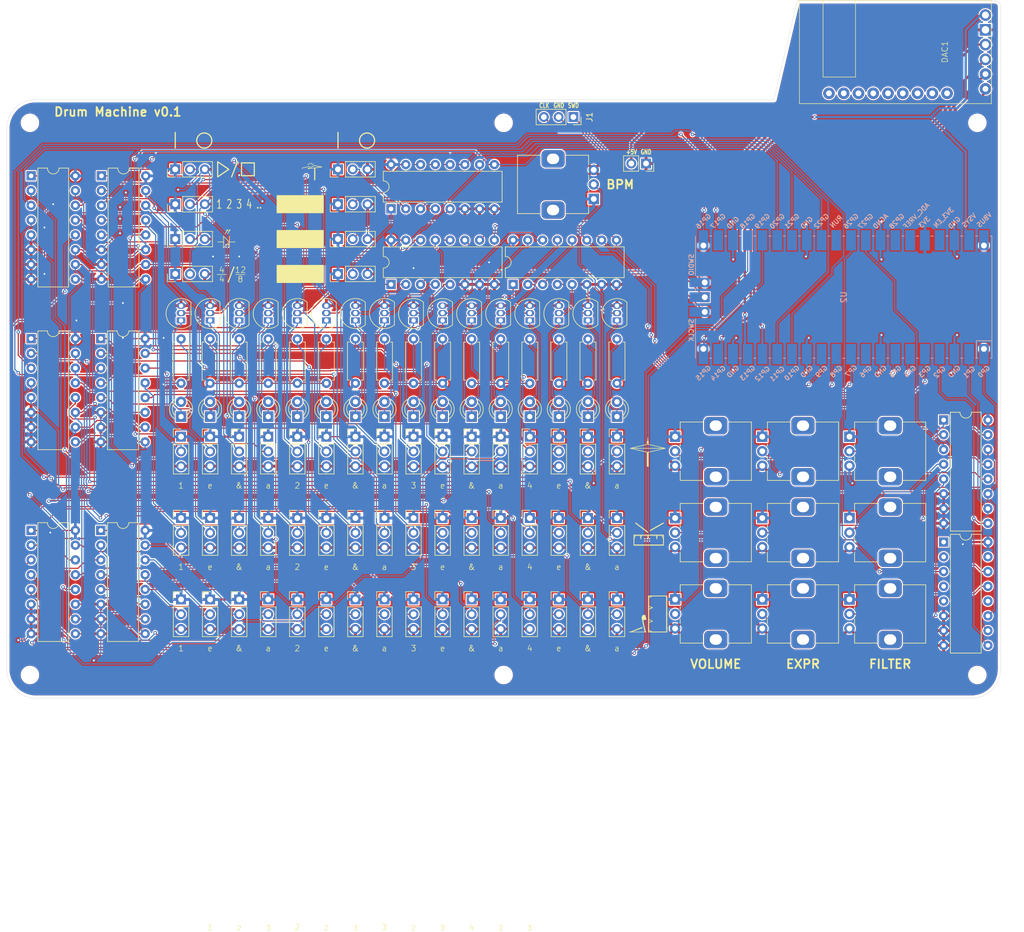
<source format=kicad_pcb>
(kicad_pcb (version 20240108) (generator "pcbnew") (generator_version "8.0")
  (layers (0 "F.Cu" signal) (31 "B.Cu" signal) (34 "B.Paste" user) (35 "F.Paste" user) (36 "B.SilkS" user "B.Silkscreen") (37 "F.SilkS" user "F.Silkscreen") (38 "B.Mask" user) (39 "F.Mask" user) (44 "Edge.Cuts" user))
  (net 0 "")
  (net 1 "GND")
  (net 2 "+5V")
  (net 3 "Net-(D1-A)")
  (net 4 "Net-(D1-K)")
  (net 5 "Net-(D2-K)")
  (net 6 "Net-(D2-A)")
  (net 7 "Net-(D3-A)")
  (net 8 "Net-(D3-K)")
  (net 9 "Net-(D4-A)")
  (net 10 "Net-(D4-K)")
  (net 11 "Net-(D5-A)")
  (net 12 "Net-(D5-K)")
  (net 13 "Net-(D6-A)")
  (net 14 "Net-(D6-K)")
  (net 15 "Net-(D7-A)")
  (net 16 "Net-(D7-K)")
  (net 17 "Net-(D8-K)")
  (net 18 "Net-(D8-A)")
  (net 19 "Net-(D9-K)")
  (net 20 "Net-(D9-A)")
  (net 21 "Net-(D10-A)")
  (net 22 "Net-(D10-K)")
  (net 23 "Net-(D11-A)")
  (net 24 "Net-(D11-K)")
  (net 25 "Net-(D12-A)")
  (net 26 "Net-(D12-K)")
  (net 27 "Net-(D13-K)")
  (net 28 "Net-(D13-A)")
  (net 29 "Net-(D14-A)")
  (net 30 "Net-(D14-K)")
  (net 31 "Net-(D15-A)")
  (net 32 "Net-(D15-K)")
  (net 33 "Net-(D16-K)")
  (net 34 "Net-(D16-A)")
  (net 35 "/BCK")
  (net 36 "/SCK")
  (net 37 "/LRCK")
  (net 38 "/DIN")
  (net 39 "/LED_1")
  (net 40 "/LED_1E")
  (net 41 "/LED_1AND")
  (net 42 "/LED_1A")
  (net 43 "/LED_2")
  (net 44 "/LED_2E")
  (net 45 "/LED_2AND")
  (net 46 "/LED_2A")
  (net 47 "/LED_3")
  (net 48 "/LED_3E")
  (net 49 "/LED_3AND")
  (net 50 "/LED_3A")
  (net 51 "/LED_4")
  (net 52 "/LED_4E")
  (net 53 "/LED_4AND")
  (net 54 "/LED_4A")
  (net 55 "+3V3")
  (net 57 "/POT0")
  (net 59 "/POT1")
  (net 63 "/POT2")
  (net 67 "/POT3")
  (net 68 "/POT4")
  (net 73 "/POT5")
  (net 75 "/POT6")
  (net 79 "/POT7")
  (net 80 "/POT8")
  (net 83 "/POT9")
  (net 86 "/HAT_1")
  (net 87 "/HAT_1E")
  (net 88 "/HAT_1AND")
  (net 89 "/HAT_1A")
  (net 90 "/HAT_2")
  (net 91 "/HAT_2E")
  (net 92 "/HAT_2AND")
  (net 93 "/HAT_2A")
  (net 94 "/HAT_3")
  (net 95 "/HAT_3E")
  (net 96 "/HAT_3AND")
  (net 97 "/HAT_3A")
  (net 98 "/HAT_4")
  (net 99 "/HAT_4E")
  (net 100 "/HAT_4AND")
  (net 101 "/HAT_4A")
  (net 102 "/SNARE_1")
  (net 103 "/SNARE_1E")
  (net 104 "/SNARE_1AND")
  (net 105 "/SNARE_1A")
  (net 106 "/SNARE_2")
  (net 107 "/SNARE_2E")
  (net 108 "/SNARE_2AND")
  (net 109 "/SNARE_2A")
  (net 110 "/SNARE_3")
  (net 111 "/SNARE_3E")
  (net 112 "/SNARE_3AND")
  (net 113 "/SNARE_3A")
  (net 114 "/SNARE_4")
  (net 115 "/SNARE_4E")
  (net 116 "/SNARE_4AND")
  (net 117 "/SNARE_4A")
  (net 118 "/KICK_1")
  (net 119 "/KICK_1E")
  (net 120 "/KICK_1AND")
  (net 121 "/KICK_1A")
  (net 122 "/KICK_2")
  (net 123 "/KICK_2E")
  (net 124 "/KICK_2AND")
  (net 125 "/KICK_2A")
  (net 126 "/KICK_3")
  (net 127 "/KICK_3E")
  (net 128 "/KICK_3AND")
  (net 129 "/KICK_3A")
  (net 130 "/KICK_4")
  (net 131 "/KICK_4E")
  (net 132 "/KICK_4AND")
  (net 133 "/KICK_4A")
  (net 134 "Net-(SW49-B)")
  (net 135 "Net-(SW50-B)")
  (net 136 "Net-(SW51-B)")
  (net 137 "Net-(SW52-B)")
  (net 138 "Net-(SW53-B)")
  (net 139 "Net-(SW54-B)")
  (net 140 "Net-(SW55-B)")
  (net 141 "Net-(SW56-B)")
  (net 142 "/POT_ADDR1")
  (net 143 "/POT_ADDR0")
  (net 144 "/POT_READ0")
  (net 145 "/POT_ADDR2")
  (net 147 "/POT10")
  (net 151 "/POT_READ1")
  (net 153 "/LED_DRIVE0")
  (net 154 "/LED_ADDR1")
  (net 155 "/LED_ADDR2")
  (net 156 "/LED_ADDR0")
  (net 157 "/LED_DRIVE1")
  (net 158 "/PERC_ADDR1")
  (net 159 "/HAT_READ_1_2")
  (net 160 "/PERC_ADDR0")
  (net 161 "/PERC_ADDR2")
  (net 162 "/HAT_READ_2_3")
  (net 163 "/SNARE_READ_1_2")
  (net 164 "/SNARE_READ_2_3")
  (net 165 "/KICK_READ_1_2")
  (net 166 "/KICK_READ_2_3")
  (net 167 "/SETTINGS_READ")
  (net 170 "Net-(J1-Pin_1)")
  (net 171 "Net-(J1-Pin_2)")
  (net 173 "Net-(J1-Pin_3)")
  (footprint "Resistor_THT:R_Axial_DIN0207_L6.3mm_D2.5mm_P7.62mm_Horizontal" (layer "F.Cu") (at 72 96.81 90)
    (property "Reference" "R3" (hide yes))
    (property "Value" "470R")
  )
  (footprint "Package_TO_SOT_THT:TO-92L_Inline" (layer "F.Cu") (at 62 86 90)
    (property "Reference" "Q1" (hide yes))
    (property "Value" "NPN")
  )
  (footprint "LED_THT:LED_D3.0mm" (layer "F.Cu") (at 72 102.54 90)
    (property "Reference" "D3" (hide yes))
    (property "Value" "LED")
  )
  (footprint "Connector_PinHeader_2.54mm:PinHeader_1x03_P2.54mm_Vertical" (layer "F.Cu") (at 97 134)
    (property "Reference" "SW40" (hide yes))
    (property "Value" "SW_SPDT")
  )
  (footprint "Connector_PinHeader_2.54mm:PinHeader_1x03_P2.54mm_Vertical" (layer "F.Cu") (at 67 106)
    (property "Reference" "SW2" (hide yes))
    (property "Value" "SW_SPDT")
  )
  (footprint "Resistor_THT:R_Axial_DIN0207_L6.3mm_D2.5mm_P7.62mm_Horizontal" (layer "F.Cu") (at 77 96.81 90)
    (property "Reference" "R4" (hide yes))
    (property "Value" "470R")
  )
  (footprint "Connector_PinHeader_2.54mm:PinHeader_1x03_P2.54mm_Vertical" (layer "F.Cu") (at 132 134)
    (property "Reference" "SW47" (hide yes))
    (property "Value" "SW_SPDT")
  )
  (footprint "Connector_PinHeader_2.54mm:PinHeader_1x03_P2.54mm_Vertical" (layer "F.Cu") (at 77 134)
    (property "Reference" "SW36" (hide yes))
    (property "Value" "SW_SPDT")
  )
  (footprint "MountingHole:MountingHole_2.7mm_M2.5" (layer "F.Cu") (at 117.5 52)
    (property "Reference" "H5" (hide yes))
    (property "Value" "MountingHole")
  )
  (footprint "LED_THT:LED_D3.0mm" (layer "F.Cu") (at 117 102.54 90)
    (property "Reference" "D12" (hide yes))
    (property "Value" "LED")
  )
  (footprint "Connector_PinHeader_2.54mm:PinHeader_1x03_P2.54mm_Vertical" (layer "F.Cu") (at 127 106)
    (property "Reference" "SW14" (hide yes))
    (property "Value" "SW_SPDT")
  )
  (footprint "Connector_PinHeader_2.54mm:PinHeader_1x03_P2.54mm_Vertical" (layer "F.Cu") (at 67 120)
    (property "Reference" "SW18" (hide yes))
    (property "Value" "SW_SPDT")
  )
  (footprint "Potentiometer_THT:Potentiometer_Alps_RK09K_Single_Vertical" (layer "F.Cu") (at 162 106)
    (property "Reference" "RV4" (hide yes))
    (property "Value" "R_Expr")
  )
  (footprint "LED_THT:LED_D3.0mm" (layer "F.Cu") (at 112 102.54 90)
    (property "Reference" "D11" (hide yes))
    (property "Value" "LED")
  )
  (footprint "Package_TO_SOT_THT:TO-92L_Inline" (layer "F.Cu") (at 82 86 90)
    (property "Reference" "Q5" (hide yes))
    (property "Value" "NPN")
  )
  (footprint "Connector_PinHeader_2.54mm:PinHeader_1x03_P2.54mm_Vertical" (layer "F.Cu") (at 107 120)
    (property "Reference" "SW26" (hide yes))
    (property "Value" "SW_SPDT")
  )
  (footprint "Connector_PinHeader_2.54mm:PinHeader_1x03_P2.54mm_Vertical" (layer "F.Cu") (at 61 60 90)
    (property "Reference" "SW52" (hide yes))
    (property "Value" "SW_SPDT_LEDS")
  )
  (footprint "Connector_PinHeader_2.54mm:PinHeader_1x03_P2.54mm_Vertical" (layer "F.Cu") (at 122 134)
    (property "Reference" "SW45" (hide yes))
    (property "Value" "SW_SPDT")
  )
  (footprint "Package_TO_SOT_THT:TO-92L_Inline" (layer "F.Cu") (at 67 86 90)
    (property "Reference" "Q2" (hide yes))
    (property "Value" "NPN")
  )
  (footprint "Package_TO_SOT_THT:TO-92L_Inline" (layer "F.Cu") (at 127 86 90)
    (property "Reference" "Q14" (hide yes))
    (property "Value" "NPN")
  )
  (footprint "Connector_PinHeader_2.54mm:PinHeader_1x03_P2.54mm_Vertical" (layer "F.Cu") (at 137 120)
    (property "Reference" "SW32" (hide yes))
    (property "Value" "SW_SPDT")
  )
  (footprint "LED_THT:LED_D3.0mm" (layer "F.Cu") (at 97 102.54 90)
    (property "Reference" "D8" (hide yes))
    (property "Value" "LED")
  )
  (footprint "Package_DIP:DIP-16_W7.62mm" (layer "F.Cu") (at 48.2 89.125)
    (property "Reference" "U8" (hide yes))
    (property "Value" "CD4051B")
  )
  (footprint "Connector_PinHeader_2.54mm:PinHeader_1x03_P2.54mm_Vertical" (layer "F.Cu") (at 72 106)
    (property "Reference" "SW3" (hide yes))
    (property "Value" "SW_SPDT")
  )
  (footprint "Resistor_THT:R_Axial_DIN0207_L6.3mm_D2.5mm_P7.62mm_Horizontal" (layer "F.Cu") (at 137 96.81 90)
    (property "Reference" "R16" (hide yes))
    (property "Value" "470R")
  )
  (footprint "Connector_PinHeader_2.54mm:PinHeader_1x03_P2.54mm_Vertical" (layer "F.Cu") (at 72 120)
    (property "Reference" "SW19" (hide yes))
    (property "Value" "SW_SPDT")
  )
  (footprint "Resistor_THT:R_Axial_DIN0207_L6.3mm_D2.5mm_P7.62mm_Horizontal" (layer "F.Cu") (at 62 96.81 90)
    (property "Reference" "R1" (hide yes))
    (property "Value" "470R")
  )
  (footprint "Package_TO_SOT_THT:TO-92L_Inline" (layer "F.Cu") (at 92 86 90)
    (property "Reference" "Q7" (hide yes))
    (property "Value" "NPN")
  )
  (footprint "Connector_PinHeader_2.54mm:PinHeader_1x03_P2.54mm_Vertical" (layer "F.Cu") (at 87 120)
    (property "Reference" "SW22" (hide yes))
    (property "Value" "SW_SPDT")
  )
  (footprint "Package_TO_SOT_THT:TO-92L_Inline" (layer "F.Cu") (at 102 86 90)
    (property "Reference" "Q9" (hide yes))
    (property "Value" "NPN")
  )
  (footprint "Package_DIP:DIP-16_W7.62mm" (layer "F.Cu") (at 193.2 124.125)
    (property "Reference" "U3" (hide yes))
    (property "Value" "CD4051B")
  )
  (footprint "Connector_PinHeader_2.54mm:PinHeader_1x03_P2.54mm_Vertical" (layer "F.Cu") (at 132 106)
    (property "Reference" "SW15" (hide yes))
    (property "Value" "SW_SPDT")
  )
  (footprint "Connector_PinHeader_2.54mm:PinHeader_1x03_P2.54mm_Vertical" (layer "F.Cu") (at 89 78 90)
    (property "Reference" "SW53" (hide yes))
    (property "Value" "SW_SPDT_TIMESIG")
  )
  (footprint "Connector_PinHeader_2.54mm:PinHeader_1x03_P2.54mm_Vertical" (layer "F.Cu") (at 92 134)
    (property "Reference" "SW39" (hide yes))
    (property "Value" "SW_SPDT")
  )
  (footprint "Package_DIP:DIP-16_W7.62mm" (layer "F.Cu") (at 36.2 61.125)
    (property "Reference" "U7" (hide yes))
    (property "Value" "CD4051B")
  )
  (footprint "Package_TO_SOT_THT:TO-92L_Inline" (layer "F.Cu") (at 132 86 90)
    (property "Reference" "Q15" (hide yes))
    (property "Value" "NPN")
  )
  (footprint "Connector_PinHeader_2.54mm:PinHeader_1x03_P2.54mm_Vertical" (layer "F.Cu") (at 117 134)
    (property "Reference" "SW44" (hide yes))
    (property "Value" "SW_SPDT")
  )
  (footprint "MountingHole:MountingHole_2.7mm_M2.5" (layer "F.Cu") (at 199 52)
    (property "Reference" "H3" (hide yes))
    (property "Value" "MountingHole")
  )
  (footprint "Connector_PinHeader_2.54mm:PinHeader_1x03_P2.54mm_Vertical" (layer "F.Cu") (at 67 134)
    (property "Reference" "SW34" (hide yes))
    (property "Value" "SW_SPDT")
  )
  (footprint "Connector_PinHeader_2.54mm:PinHeader_1x03_P2.54mm_Vertical" (layer "F.Cu") (at 107 134)
    (property "Reference" "SW42" (hide yes))
    (property "Value" "SW_SPDT")
  )
  (footprint "Resistor_THT:R_Axial_DIN0207_L6.3mm_D2.5mm_P7.62mm_Horizontal" (layer "F.Cu") (at 107 96.81 90)
    (property "Reference" "R10" (hide yes))
    (property "Value" "470R")
  )
  (footprint "Connector_PinHeader_2.54mm:PinHeader_1x03_P2.54mm_Vertical" (layer "F.Cu") (at 102 120)
    (property "Reference" "SW25" (hide yes))
    (property "Value" "SW_SPDT")
  )
  (footprint "Resistor_THT:R_Axial_DIN0207_L6.3mm_D2.5mm_P7.62mm_Horizontal" (layer "F.Cu") (at 132 96.81 90)
    (property "Reference" "R15" (hide yes))
    (property "Value" "470R")
  )
  (footprint "Connector_PinHeader_2.54mm:PinHeader_1x03_P2.54mm_Vertical" (layer "F.Cu") (at 107 106)
    (property "Reference" "SW10" (hide yes))
    (property "Value" "SW_SPDT")
  )
  (footprint "Connector_PinHeader_2.54mm:PinHeader_1x03_P2.54mm_Vertical" (layer "F.Cu") (at 89 60 90)
    (property "Reference" "SW56" (hide yes))
    (property "Value" "SW_SPDT_RESERVED2")
  )
  (footprint "Connector_PinHeader_2.54mm:PinHeader_1x03_P2.54mm_Vertical" (layer "F.Cu") (at 102 106)
    (property "Reference" "SW9" (hide yes))
    (property "Value" "SW_SPDT")
  )
  (footprint "Connector_PinHeader_2.54mm:PinHeader_1x03_P2.54mm_Vertical" (layer "F.Cu") (at 87 134)
    (property "Reference" "SW38" (hide yes))
    (property "Value" "SW_SPDT")
  )
  (footprint "Connector_PinHeader_2.54mm:PinHeader_1x03_P2.54mm_Vertical" (layer "F.Cu") (at 112 106)
    (property "Reference" "SW11" (hide yes))
    (property "Value" "SW_SPDT")
  )
  (footprint "Package_TO_SOT_THT:TO-92L_Inline" (layer "F.Cu") (at 107 86 90)
    (property "Reference" "Q10" (hide yes))
    (property "Value" "NPN")
  )
  (footprint "Connector_PinHeader_2.54mm:PinHeader_1x03_P2.54mm_Vertical" (layer "F.Cu") (at 61 66 90)
    (property "Reference" "SW51" (hide yes))
    (property "Value" "SW_SPDT_PLAYSTOP")
  )
  (footprint "Connector_PinHeader_2.54mm:PinHeader_1x03_P2.54mm_Vertical" (layer "F.Cu") (at 97 120)
    (property "Reference" "SW24" (hide yes))
    (property "Value" "SW_SPDT")
  )
  (footprint "Connector_PinHeader_2.54mm:PinHeader_1x03_P2.54mm_Vertical" (layer "F.Cu") (at 77 106)
    (property "Reference" "SW4" (hide yes))
    (property "Value" "SW_SPDT")
  )
  (footprint "Package_DIP:DIP-16_W7.62mm" (layer "F.Cu") (at 119.125 79.8 90)
    (property "Reference" "U5" (hide yes))
    (property "Value" "CD4051B")
  )
  (footprint "Potentiometer_THT:Potentiometer_Alps_RK09K_Single_Vertical" (layer "F.Cu") (at 177 120)
    (property "Reference" "RV8" (hide yes))
    (property "Value" "R_Filter")
  )
  (footprint "MountingHole:MountingHole_2.7mm_M2.5" (layer "F.Cu") (at 36 52)
    (property "Reference" "H1" (hide yes))
    (property "Value" "MountingHole")
  )
  (footprint "Connector_PinHeader_2.54mm:PinHeader_1x03_P2.54mm_Vertical" (layer "F.Cu") (at 127 134)
    (property "Reference" "SW46" (hide yes))
    (property "Value" "SW_SPDT")
  )
  (footprint "Potentiometer_THT:Potentiometer_Alps_RK09K_Single_Vertical" (layer "F.Cu") (at 133 65.1 180)
    (property "Reference" "RV10" (hide yes))
    (property "Value" "R_BPM")
  )
  (footprint "Package_TO_SOT_THT:TO-92L_Inline" (layer "F.Cu") (at 77 86 90)
    (property "Reference" "Q4" (hide yes))
    (property "Value" "NPN")
  )
  (footprint "Connector_PinHeader_2.54mm:PinHeader_1x03_P2.54mm_Vertical" (layer "F.Cu") (at 92 106)
    (property "Reference" "SW7" (hide yes))
    (property "Value" "SW_SPDT")
  )
  (footprint "Connector_PinHeader_2.54mm:PinHeader_1x03_P2.54mm_Vertical" (layer "F.Cu") (at 137 106)
    (property "Reference" "SW16" (hide yes))
    (property "Value" "SW_SPDT")
  )
  (footprint "Connector_PinHeader_2.54mm:PinHeader_1x03_P2.54mm_Vertical" (layer "F.Cu") (at 82 120)
    (property "Reference" "SW21" (hide yes))
    (property "Value" "SW_SPDT")
  )
  (footprint "Connector_PinSocket_2.54mm:PinSocket_1x02_P2.54mm_Vertical" (layer "F.Cu") (at 142 59 -90)
    (property "Reference" "5V_BAT1" (hide yes))
    (property "Value" "Conn_01x02_Pin")
  )
  (footprint "Connector_PinHeader_2.54mm:PinHeader_1x03_P2.54mm_Vertical" (layer "F.Cu") (at 127 120)
    (property "Reference" "SW30" (hide yes))
    (property "Value" "SW_SPDT")
  )
  (footprint "Connector_PinHeader_2.54mm:PinHeader_1x03_P2.54mm_Vertical" (layer "F.Cu") (at 117 106)
    (property "Reference" "SW12" (hide yes))
    (property "Value" "SW_SPDT")
  )
  (footprint "Connector_PinHeader_2.54mm:PinHeader_1x03_P2.54mm_Vertical" (layer "F.Cu") (at 82 106)
    (property "Reference" "SW5" (hide yes))
    (property "Value" "SW_SPDT")
  )
  (footprint "Package_TO_SOT_THT:TO-92L_Inline" (layer "F.Cu") (at 122 86 90)
    (property "Reference" "Q13" (hide yes))
    (property "Value" "NPN")
  )
  (footprint "Resistor_THT:R_Axial_DIN0207_L6.3mm_D2.5mm_P7.62mm_Horizontal" (layer "F.Cu") (at 112 96.81 90)
    (property "Reference" "R11" (hide yes))
    (property "Value" "470R")
  )
  (footprint "rytmos:PCM5102_BREAKOUT" (layer "F.Cu") (at 201.41 39.81 90)
    (property "Reference" "DAC1")
    (property "Value" "DAC")
  )
  (footprint "LED_THT:LED_D3.0mm" (layer "F.Cu") (at 67 102.54 90)
    (property "Reference" "D2" (hide yes))
    (property "Value" "LED")
  )
  (footprint "Resistor_THT:R_Axial_DIN0207_L6.3mm_D2.5mm_P7.62mm_Horizontal" (layer "F.Cu") (at 82 96.81 90)
    (property "Reference" "R5" (hide yes))
    (property "Value" "470R")
  )
  (footprint "Package_TO_SOT_THT:TO-92L_Inline" (layer "F.Cu") (at 117 86 90)
    (property "Reference" "Q12" (hide yes))
    (property "Value" "NPN")
  )
  (footprint "Potentiometer_THT:Potentiometer_Alps_RK09K_Single_Vertical" (layer "F.Cu") (at 177 134)
    (property "Reference" "RV9" (hide yes))
    (property "Value" "R_Filter")
  )
  (footprint "Connector_PinHeader_2.54mm:PinHeader_1x03_P2.54mm_Vertical" (layer "F.Cu") (at 112 120)
    (property "Reference" "SW27" (hide yes))
    (property "Value" "SW_SPDT")
  )
  (footprint "LED_THT:LED_D3.0mm" (layer "F.Cu") (at 137 102.54 90)
    (property "Reference" "D16" (hide yes))
    (property "Value" "LED")
  )
  (footprint "Resistor_THT:R_Axial_DIN0207_L6.3mm_D2.5mm_P7.62mm_Horizontal" (layer "F.Cu") (at 92 96.81 90)
    (property "Reference" "R7" (hide yes))
    (property "Value" "470R")
  )
  (footprint "LED_THT:LED_D3.0mm" (layer "F.Cu") (at 107 102.54 90)
    (property "Reference" "D10" (hide yes))
    (property "Value" "LED")
  )
  (footprint "Resistor_THT:R_Axial_DIN0207_L6.3mm_D2.5mm_P7.62mm_Horizontal" (layer "F.Cu") (at 122 96.81 90)
    (property "Reference" "R13" (hide yes))
    (property "Value" "470R")
  )
  (footprint "Package_DIP:DIP-16_W7.62mm" (layer "F.Cu") (at 48.3 61.125)
    (property "Reference" "U6" (hide yes))
    (property "Value" "CD4051B")
  )
  (footprint "Connector_PinHeader_2.54mm:PinHeader_1x03_P2.54mm_Vertical" (layer "F.Cu") (at 62 106)
    (property "Reference" "SW1" (hide yes))
    (property "Value" "SW_SPDT")
  )
  (footprint "LED_THT:LED_D3.0mm" (layer "F.Cu") (at 102 102.54 90)
    (property "Reference" "D9" (hide yes))
    (property "Value" "LED")
  )
  (footprint "Potentiometer_THT:Potentiometer_Alps_RK09K_Single_Vertical" (layer "F.Cu") (at 147 120)
    (property "Reference" "RV2" (hide yes))
    (property "Value" "R_Vol")
  )
  (footprint "Connector_PinHeader_2.54mm:PinHeader_1x03_P2.54mm_Vertical" (layer "F.Cu") (at 122 106)
    (property "Reference" "SW13" (hide yes))
    (property "Value" "SW_SPDT")
  )
  (footprint "Package_TO_SOT_THT:TO-92L_Inline" (layer "F.Cu") (at 97 86 90)
    (property "Reference" "Q8" (hide yes))
    (property "Value" "NPN")
  )
  (footprint "LED_THT:LED_D3.0mm" (layer "F.Cu") (at 82 102.54 90)
    (property "Reference" "D5" (hide yes))
    (property "Value" "LED")
  )
  (footprint "Connector_PinHeader_2.54mm:PinHeader_1x03_P2.54mm_Vertical" (layer "F.Cu") (at 62 120)
    (property "Reference" "SW17" (hide yes))
    (property "Value" "SW_SPDT")
  )
  (footprint "Connector_PinHeader_2.54mm:PinHeader_1x03_P2.54mm_Vertical" (layer "F.Cu") (at 137 134)
    (property "Reference" "SW48" (hide yes))
    (property "Value" "SW_SPDT")
  )
  (footprint "Package_DIP:DIP-16_W7.62mm" (layer "F.Cu") (at 98.125 79.8 90)
    (property "Reference" "U4" (hide yes))
    (property "Value" "CD4051B")
  )
  (footprint "Connector_PinHeader_2.54mm:PinHeader_1x03_P2.54mm_Vertical" (layer "F.Cu") (at 117 120)
    (property "Reference" "SW28" (hide yes))
    (property "Value" "SW_SPDT")
  )
  (footprint "LED_THT:LED_D3.0mm" (layer "F.Cu") (at 77 102.54 90)
    (property "Reference" "D4" (hide yes))
    (property "Value" "LED")
  )
  (footprint "Resistor_THT:R_Axial_DIN0207_L6.3mm_D2.5mm_P7.62mm_Horizontal" (layer "F.Cu") (at 67 96.81 90)
    (property "Reference" "R2" (hide yes))
    (property "Value" "470R")
  )
  (footprint "Resistor_THT:R_Axial_DIN0207_L6.3mm_D2.5mm_P7.62mm_Horizontal" (layer "F.Cu") (at 127 96.81 90)
    (property "Reference" "R14" (hide yes))
    (property "Value" "470R")
  )
  (footprint "Resistor_THT:R_Axial_DIN0207_L6.3mm_D2.5mm_P7.62mm_Horizontal" (layer "F.Cu") (at 97 96.81 90)
    (property "Reference" "R8" (hide yes))
    (property "Value" "470R")
  )
  (footprint "Connector_PinHeader_2.54mm:PinHeader_1x03_P2.54mm_Vertical" (layer "F.Cu") (at 77 120)
    (property "Reference" "SW20" (hide yes))
    (property "Value" "SW_SPDT")
  )
  (footprint "Potentiometer_THT:Potentiometer_Alps_RK09K_Single_Vertical" (layer "F.Cu") (at 147 134)
    (property "Reference" "RV3" (hide yes))
    (property "Value" "R_Vol")
  )
  (footprint "Resistor_THT:R_Axial_DIN0207_L6.3mm_D2.5mm_P7.62mm_Horizontal" (layer "F.Cu") (at 87 96.81 90)
    (property "Reference" "R6" (hide yes))
    (property "Value" "470R")
  )
  (footprint "Connector_PinHeader_2.54mm:PinHeader_1x03_P2.54mm_Vertical" (layer "F.Cu") (at 97 106)
    (property "Reference" "SW8" (hide yes))
    (property "Value" "SW_SPDT")
  )
  (footprint "Potentiometer_THT:Potentiometer_Alps_RK09K_Single_Vertical" (layer "F.Cu") (at 147 106)
    (property "Reference" "RV1" (hide yes))
    (property "Value" "R_Vol")
  )
  (footprint "Package_DIP:DIP-16_W7.62mm" (layer "F.Cu") (at 98.125 66.8 90)
    (property "Reference" "U12" (hide yes))
    (property "Value" "CD4051B")
  )
  (footprint "Connector_PinHeader_2.54mm:PinHeader_1x03_P2.54mm_Vertical" (layer "F.Cu") (at 102 134)
    (property "Reference" "SW41" (hide yes))
    (property "Value" "SW_SPDT")
  )
  (footprint "Connector_PinHeader_2.54mm:PinHeader_1x03_P2.54mm_Vertical" (layer "F.Cu") (at 72 134)
    (property "Reference" "SW35" (hide yes))
    (property "Value" "SW_SPDT")
  )
  (footprint "Connector_PinHeader_2.54mm:PinHeader_1x03_P2.54mm_Vertical" (layer "F.Cu") (at 89 72 90)
    (property "Reference" "SW54" (hide yes))
    (property "Value" "SW_SPDT_RESERVED0")
  )
  (footprint "Connector_PinHeader_2.54mm:PinHeader_1x03_P2.54mm_Vertical" (layer "F.Cu") (at 62 134)
    (property "Reference" "SW33" (hide yes))
    (property "Value" "SW_SPDT")
  )
  (footprint "Connector_PinHeader_2.54mm:PinHeader_1x03_P2.54mm_Vertical" (layer "F.Cu") (at 61 72 90)
    (property "Reference" "SW50" (hide yes))
    (property "Value" "SW_SPDT_COUNTOFF")
  )
  (footprint "MountingHole:MountingHole_2.7mm_M2.5" (layer "F.Cu") (at 36 147)
    (property "Reference" "H2" (hide yes))
    (property "Value" "MountingHole")
  )
  (footprint "Connector_PinHeader_2.54mm:PinHeader_1x03_P2.54mm_Vertical" (layer "F.Cu") (at 92 120)
    (property "Reference" "SW23" (hide yes))
    (property "Value" "SW_SPDT")
  )
  (footprint "LED_THT:LED_D3.0mm" (layer "F.Cu") (at 132 102.54 90)
    (property "Reference" "D15" (hide yes))
    (property "Value" "LED")
  )
  (footprint "LED_THT:LED_D3.0mm" (layer "F.Cu") (at 92 102.54 90)
    (property "Reference" "D7" (hide yes))
    (property "Value" "LED")
  )
  (footprint "Potentiometer_THT:Potentiometer_Alps_RK09K_Single_Vertical" (layer "F.Cu") (at 162 120)
    (property "Reference" "RV5" (hide yes))
    (property "Value" "R_Expr")
  )
  (footprint "Connector_PinHeader_2.54mm:PinHeader_1x03_P2.54mm_Vertical" (layer "F.Cu") (at 87 106)
    (property "Reference" "SW6" (hide yes))
    (property "Value" "SW_SPDT")
  )
  (footprint "Connector_PinHeader_2.54mm:PinHeader_1x03_P2.54mm_Vertical" (layer "F.Cu") (at 112 134)
    (property "Reference" "SW43" (hide yes))
    (property "Value" "SW_SPDT")
  )
  (footprint "Connector_PinHeader_2.54mm:PinHeader_1x03_P2.54mm_Vertical" (layer "F.Cu") (at 89 66 90)
    (property "Reference" "SW55" (hide yes))
    (property "Value" "SW_SPDT_RESERVED1")
  )
  (footprint "LED_THT:LED_D3.0mm" (layer "F.Cu") (at 62 102.54 90)
    (property "Reference" "D1" (hide yes))
    (property "Value" "LED")
  )
  (footprint "Package_TO_SOT_THT:TO-92L_Inline" (layer "F.Cu") (at 137 86 90)
    (property "Reference" "Q16" (hide yes))
    (property "Value" "NPN")
  )
  (footprint "Package_TO_SOT_THT:TO-92L_Inline" (layer "F.Cu") (at 72 86 90)
    (property "Reference" "Q3" (hide yes))
    (property "Value" "NPN")
  )
  (footprint "Connector_PinSocket_2.54mm:PinSocket_1x03_P2.54mm_Vertical" (layer "F.Cu") (at 129.5 51 -90)
    (property "Reference" "J1")
    (property "Value" "Conn_01x03")
  )
  (footprint "LED_THT:LED_D3.0mm" (layer "F.Cu") (at 87 102.54 90)
    (property "Reference" "D6" (hide yes))
    (property "Value" "LED")
  )
  (footprint "Connector_PinHeader_2.54mm:PinHeader_1x03_P2.54mm_Vertical" (layer "F.Cu") (at 122 120)
    (property "Reference" "SW29" (hide yes))
    (property "Value" "SW_SPDT")
  )
  (footprint "Resistor_THT:R_Axial_DIN0207_L6.3mm_D2.5mm_P7.62mm_Horizontal" (layer "F.Cu") (at 117 96.81 90)
    (property "Reference" "R12" (hide yes))
    (property "Value" "470R")
  )
  (footprint "Package_TO_SOT_THT:TO-92L_Inline" (layer "F.Cu") (at 112 86 90)
    (property "Reference" "Q11" (hide yes))
    (property "Value" "NPN")
  )
  (footprint "Connector_PinHeader_2.54mm:PinHeader_1x03_P2.54mm_Vertical" (layer "F.Cu") (at 82 134)
    (property "Reference" "SW37" (hide yes))
    (property "Value" "SW_SPDT")
  )
  (footprint "Connector_PinHeader_2.54mm:PinHeader_1x03_P2.54mm_Vertical" (layer "F.Cu") (at 61 78 90)
    (property "Reference" "SW49" (hide yes))
    (property "Value" "SW_SPDT_CYMBAL")
  )
  (footprint "LED_THT:LED_D3.0mm" (layer "F.Cu") (at 127 102.54 90)
    (property "Reference" "D14" (hide yes))
    (property "Value" "LED")
  )
  (footprint "Package_DIP:DIP-16_W7.62mm" (layer "F.Cu") (at 193.2 103.125)
    (property "Reference" "U1" (hide yes))
    (property "Value" "CD4051B")
  )
  (footprint "Package_DIP:DIP-16_W7.62mm" (layer "F.Cu") (at 36.2 89.125)
    (property "Reference" "U9" (hide yes))
    (property "Value" "CD4051B")
  )
  (footprint "Connector_PinHeader_2.54mm:PinHeader_1x03_P2.54mm_Vertical" (layer "F.Cu") (at 132 120)
    (property "Reference" "SW31" (hide yes))
    (property "Value" "SW_SPDT")
  )
  (footprint "Resistor_THT:R_Axial_DIN0207_L6.3mm_D2.5mm_P7.62mm_Horizontal" (layer "F.Cu") (at 102 96.81 90)
    (property "Reference" "R9" (hide yes))
    (property "Value" "470R")
  )
  (footprint "Package_DIP:DIP-16_W7.62mm" (layer "F.Cu") (at 36.2 122.125)
    (property "Reference" "U11" (hide yes))
    (property "Value" "CD4051B")
  )
  (footprint "MountingHole:MountingHole_2.7mm_M2.5" (layer "F.Cu") (at 117.5 147)
    (property "Reference" "H6" (hide yes))
    (property "Value" "MountingHole")
  )
  (footprint "MountingHole:MountingHole_2.7mm_M2.5" (layer "F.Cu") (at 199 147)
    (property "Reference" "H4" (hide yes))
    (property "Value" "MountingHole")
  )
  (footprint "Potentiometer_THT:Potentiometer_Alps_RK09K_Single_Vertical" (layer "F.Cu") (at 162 134)
    (property "Reference" "RV6" (hide yes))
    (property "Value" "R_Expr")
  )
  (footprint "LED_THT:LED_D3.0mm" (layer "F.Cu") (at 122 102.54 90)
    (property "Reference" "D13" (hide yes))
    (property "Value" "LED")
  )
  (footprint "Potentiometer_THT:Potentiometer_Alps_RK09K_Single_Vertical" (layer "F.Cu") (at 177 106)
    (property "Reference" "RV7" (hide yes))
    (property "Value" "R_Filter")
  )
  (footprint "Package_DIP:DIP-16_W7.62mm" (layer "F.Cu") (at 48.2 122.125)
    (property "Reference" "U10" (hide yes))
    (property "Value" "CD4051B")
  )
  (footprint "Package_TO_SOT_THT:TO-92L_Inline" (layer "F.Cu") (at 87 86 90)
    (property "Reference" "Q6" (hide yes))
    (property "Value" "NPN")
  )
  (footprint "MCU_RaspberryPi_and_Boards:RPi_Pico_SMD" (layer "B.Cu") (at 176 82 90)
    (property "Reference" "U2")
    (property "Value" "Pico")
  )
  (gr_line (start 141.7 137.5) (end 141.4 137.4) (stroke (width 0.1)) (layer "F.SilkS"))
  (gr_line (start 68.2 78.1) (end 69.8 78.1) (stroke (width 0.1)) (layer "F.SilkS"))
  (gr_line (start 143.75 123) (end 143.85 123.6) (stroke (width 0.1)) (layer "F.SilkS"))
  (gr_poly (pts (xy 68.3 58.7) (xy 68.3 61.3) (xy 70.2 60)) (stroke (width 0.2)) (fill none) (layer "F.SilkS"))
  (gr_line (start 69.6 71.1) (end 70 70.4) (stroke (width 0.1)) (layer "F.SilkS"))
  (gr_line (start 141.3 137.2) (end 141.4 137.2) (stroke (width 0.1)) (layer "F.SilkS"))
  (gr_line (start 142.4 111.1) (end 142.2 111.1) (stroke (width 0.1)) (layer "F.SilkS"))
  (gr_line (start 70.7 61.3) (end 71.7 58.7) (stroke (width 0.2)) (layer "F.SilkS"))
  (gr_line (start 84.4 59.1) (end 84.5 58.9) (stroke (width 0.1)) (layer "F.SilkS"))
  (gr_line (start 142.3 107.3) (end 142.3 106.2) (stroke (width 0.1)) (layer "F.SilkS"))
  (gr_line (start 86.2 59.6) (end 84.95 59.35) (stroke (width 0.1)) (layer "F.SilkS"))
  (gr_poly (pts (xy 141.3 137.2) (xy 141.4 136.8) (xy 141.8 136.7) (xy 142 137.4) (xy 141.7 137.5) (xy 141.4 137.4)) (stroke (width 0.1)) (fill solid) (layer "F.SilkS"))
  (gr_line (start 142.5 133.7) (end 143.1 133.4) (stroke (width 0.1)) (layer "F.SilkS"))
  (gr_line (start 71.4 78.1) (end 73 78.1) (stroke (width 0.1)) (layer "F.SilkS"))
  (gr_line (start 141.9 139.6) (end 141.4 137.2) (stroke (width 0.1)) (layer "F.SilkS"))
  (gr_line (start 142.5 135.7) (end 143.1 135.4) (stroke (width 0.1)) (layer "F.SilkS"))
  (gr_line (start 142.5 139.3) (end 143.1 139.6) (stroke (width 0.1)) (layer "F.SilkS"))
  (gr_line (start 84.95 59.35) (end 83.8 59.9) (stroke (width 0.1)) (layer "F.SilkS"))
  (gr_line (start 142 137.4) (end 141.7 137.5) (stroke (width 0.1)) (layer "F.SilkS"))
  (gr_rect (start 139.9 122.9) (end 145 124.7) (stroke (width 0.1)) (fill none) (layer "F.SilkS"))
  (gr_line (start 142.7 122.1) (end 145 120.8) (stroke (width 0.1)) (layer "F.SilkS"))
  (gr_line (start 70.1 79.4) (end 71.1 76.8) (stroke (width 0.2)) (layer "F.SilkS"))
  (gr_rect (start 139.9 123) (end 145 124.6) (stroke (width 0.1)) (fill none) (layer "F.SilkS"))
  (gr_line (start 70 70.4) (end 70 70.6) (stroke (width 0.1)) (layer "F.SilkS"))
  (gr_line (start 142.25 123) (end 142.35 123.6) (stroke (width 0.1)) (layer "F.SilkS"))
  (gr_rect (start 78.5 70.5) (end 86.5 73.5) (stroke (width 0.1)) (fill solid) (layer "F.SilkS"))
  (gr_line (start 142.35 123.6) (end 142.45 123) (stroke (width 0.1)) (layer "F.SilkS"))
  (gr_line (start 85 61.8) (end 85 59.8) (stroke (width 0.2)) (layer "F.SilkS"))
  (gr_line (start 140.2 120.8) (end 142.3 122.4) (stroke (width 0.1)) (layer "F.SilkS"))
  (gr_line (start 142 139.6) (end 139.1 139.6) (stroke (width 0.1)) (layer "F.SilkS"))
  (gr_line (start 141.8 136.7) (end 142 137.4) (stroke (width 0.1)) (layer "F.SilkS"))
  (gr_line (start 139.3 108) (end 142.3 108.7) (stroke (width 0.1)) (layer "F.SilkS"))
  (gr_line (start 70.4 70.4) (end 70.4 70.6) (stroke (width 0.1)) (layer "F.SilkS"))
  (gr_line (start 145 123.6) (end 144.7 123) (stroke (width 0.1)) (layer "F.SilkS"))
  (gr_line (start 142.2 111.1) (end 142.2 108.7) (stroke (width 0.1)) (layer "F.SilkS"))
  (gr_line (start 139.3 108) (end 142.3 107.3) (stroke (width 0.1)) (layer "F.SilkS"))
  (gr_line (start 143.85 123.6) (end 143.95 123) (stroke (width 0.1)) (layer "F.SilkS"))
  (gr_line (start 70.3 72.5) (end 71.3 72.5) (stroke (width 0.1)) (layer "F.SilkS"))
  (gr_line (start 142.2 107.1) (end 142.4 107.1) (stroke (width 0.1)) (layer "F.SilkS"))
  (gr_line (start 142.4 111.1) (end 142.4 108.7) (stroke (width 0.1)) (layer "F.SilkS"))
  (gr_line (start 70.3 73.5) (end 70.3 71.5) (stroke (width 0.1)) (layer "F.SilkS"))
  (gr_line (start 143.1 137.75) (end 142.5 138) (stroke (width 0.1)) (layer "F.SilkS"))
  (gr_line (start 139.4 139.6) (end 141.3 138.9) (stroke (width 0.1)) (layer "F.SilkS"))
  (gr_line (start 89 56.35) (end 89 53.65) (stroke (width 0.2)) (layer "F.SilkS"))
  (gr_rect (start 142.5 133.4) (end 145.5 139.6) (stroke (width 0.1)) (fill none) (layer "F.SilkS"))
  (gr_line (start 142.4 106.8) (end 142.2 106.8) (stroke (width 0.1)) (layer "F.SilkS"))
  (gr_line (start 142.3 122.5) (end 140.2 120.9) (stroke (width 0.1)) (layer "F.SilkS"))
  (gr_line (start 70.4 70.4) (end 70.2 70.5) (stroke (width 0.1)) (layer "F.SilkS"))
  (gr_line (start 70.3 72.5) (end 69.3 73.5) (stroke (width 0.1)) (layer "F.SilkS"))
  (gr_rect (start 78.5 76.5) (end 86.5 79.5) (stroke (width 0.1)) (fill solid) (layer "F.SilkS"))
  (gr_line (start 140.2 123) (end 139.9 123.6) (stroke (width 0.1)) (layer "F.SilkS"))
  (gr_line (start 142.2 106.8) (end 142.2 107.1) (stroke (width 0.1)) (layer "F.SilkS"))
  (gr_line (start 141.1 123.6) (end 141.2 123) (stroke (width 0.1)) (layer "F.SilkS"))
  (gr_line (start 70 70.4) (end 69.8 70.5) (stroke (width 0.1)) (layer "F.SilkS"))
  (gr_line (start 82.8 59.8) (end 84.1 59.5) (stroke (width 0.1)) (layer "F.SilkS"))
  (gr_rect (start 78.5 64.5) (end 86.5 67.5) (stroke (width 0.1)) (fill solid) (layer "F.SilkS"))
  (gr_circle (center 94 55.05) (end 95.3 55.05) (stroke (width 0.2)) (fill none) (layer "F.SilkS"))
  (gr_line (start 141.4 137.4) (end 141.3 137.2) (stroke (width 0.1)) (layer "F.SilkS"))
  (gr_line (start 142.5 135.7) (end 143.1 135.4) (stroke (width 0.1)) (layer "F.SilkS"))
  (gr_line (start 142.4 107.1) (end 142.4 106.8) (stroke (width 0.1)) (layer "F.SilkS"))
  (gr_line (start 69.3 71.5) (end 70.3 72.5) (stroke (width 0.1)) (layer "F.SilkS"))
  (gr_rect (start 72.4 58.9) (end 74.6 61.1) (stroke (width 0.2)) (fill none) (layer "F.SilkS"))
  (gr_line (start 139.9 123.6) (end 139.9 124.3) (stroke (width 0.1)) (layer "F.SilkS"))
  (gr_line (start 83.8 59.9) (end 86.2 59.6) (stroke (width 0.1)) (layer "F.SilkS"))
  (gr_line (start 142.3 110.8) (end 142.3 111.1) (stroke (width 0.1)) (layer "F.SilkS"))
  (gr_line (start 142.3 108.7) (end 142.3 110.8) (stroke (width 0.1)) (layer "F.SilkS"))
  (gr_line (start 142.5 137.45) (end 143.1 137.75) (stroke (width 0.1)) (layer "F.SilkS"))
  (gr_line (start 142.3 107.3) (end 145.3 108) (stroke (width 0.1)) (layer "F.SilkS"))
  (gr_line (start 70 71.1) (end 70.4 70.4) (stroke (width 0.1)) (layer "F.SilkS"))
  (gr_line (start 141.3 137.2) (end 141.4 136.8) (stroke (width 0.1)) (layer "F.SilkS"))
  (gr_rect (start 142.4 133.4) (end 145.6 139.6) (stroke (width 0.1)) (fill none) (layer "F.SilkS"))
  (gr_circle (center 66 55.05) (end 67.3 55.05) (stroke (width 0.2)) (fill none) (layer "F.SilkS"))
  (gr_line (start 141.4 136.8) (end 141.8 136.7) (stroke (width 0.1)) (layer "F.SilkS"))
  (gr_line (start 143.1 135.4) (end 142.5 135.2) (stroke (width 0.1)) (layer "F.SilkS"))
  (gr_line (start 84.6 59.2) (end 84.8 59.1) (stroke (width 0.1)) (layer "F.SilkS"))
  (gr_line (start 141.8 139.6) (end 141.3 137.2) (stroke (width 0.1)) (layer "F.SilkS"))
  (gr_line (start 142.7 122.2) (end 145 120.9) (stroke (width 0.1)) (layer "F.SilkS"))
  (gr_line (start 68.3 72.5) (end 69.3 72.5) (stroke (width 0.1)) (layer "F.SilkS"))
  (gr_line (start 84 59.2) (end 83.8 59.1) (stroke (width 0.1)) (layer "F.SilkS"))
  (gr_line (start 142.3 108.7) (end 145.3 108) (stroke (width 0.1)) (layer "F.SilkS"))
  (gr_line (start 141 123) (end 141.1 123.6) (stroke (width 0.1)) (layer "F.SilkS"))
  (gr_line (start 145.3 108) (end 139.3 108) (stroke (width 0.1)) (layer "F.SilkS"))
  (gr_line (start 84.2 59.1) (end 84.1 58.9) (stroke (width 0.1)) (layer "F.SilkS"))
  (gr_line (start 69.3 72.5) (end 69.3 71.5) (stroke (width 0.1)) (layer "F.SilkS"))
  (gr_line (start 61 56.35) (end 61 53.65) (stroke (width 0.2)) (layer "F.SilkS"))
  (gr_line (start 141.3 138.8) (end 141.3 138.9) (stroke (width 0.1)) (layer "F.SilkS"))
  (gr_line (start 69.3 73.5) (end 69.3 72.5) (stroke (width 0.1)) (layer "F.SilkS"))
  (gr_line (start 139.3 139.6) (end 141.3 138.8) (stroke (width 0.1)) (layer "F.SilkS"))
  (gr_line (start 202 31) (end 168 31) (stroke (width 0.05)) (layer "Edge.Cuts"))
  (gr_line (start 164 48) (end 37 48) (stroke (width 0.05)) (layer "Edge.Cuts"))
  (gr_arc (start 202 31) (mid 202.707107 31.292893) (end 203 32) (stroke (width 0.05)) (layer "Edge.Cuts"))
  (gr_arc (start 203 146) (mid 201.535534 149.535534) (end 198 151) (stroke (width 0.05)) (layer "Edge.Cuts"))
  (gr_line (start 203 146) (end 203 48) (stroke (width 0.05)) (layer "Edge.Cuts"))
  (gr_line (start 32 53) (end 32 146) (stroke (width 0.05)) (layer "Edge.Cuts"))
  (gr_line (start 168 31) (end 164 48) (stroke (width 0.05)) (layer "Edge.Cuts"))
  (gr_line (start 37 151) (end 198 151) (stroke (width 0.05)) (layer "Edge.Cuts"))
  (gr_arc (start 37 151) (mid 33.464466 149.535534) (end 32 146) (stroke (width 0.05)) (layer "Edge.Cuts"))
  (gr_arc (start 32 53) (mid 33.464466 49.464466) (end 37 48) (stroke (width 0.05)) (layer "Edge.Cuts"))
  (gr_line (start 203 48) (end 203 32) (stroke (width 0.05)) (layer "Edge.Cuts"))
  (gr_text "Drum Machine v0.1" (at 40 51 0) (layer "F.Cu") (effects (font (size 1.5 1.5) (thickness 0.3) (bold yes)) (justify left bottom)))
  (gr_text "EXPR" (at 169 146 0) (layer "F.SilkS") (effects (font (size 1.5 1.5) (thickness 0.3) (bold yes)) (justify bottom)))
  (gr_text "4" (at 122 129 0) (layer "F.SilkS") (effects (font (size 1 1) (thickness 0.1)) (justify bottom)))
  (gr_text "1 2 3 4 .." (at 68 66 0) (layer "F.SilkS") (effects (font (size 1.5 1)) (justify left)))
  (gr_text "1" (at 62 129 0) (layer "F.SilkS") (effects (font (size 1 1) (thickness 0.1)) (justify bottom)))
  (gr_text "GND" (at 127 49.5 0) (layer "F.SilkS") (effects (font (size 0.8 0.6)) (justify bottom)))
  (gr_text "2" (at 72 191 0) (layer "F.SilkS") (effects (font (size 0.8 0.8) (thickness 0.1)) (justify bottom)))
  (gr_text "Drum Machine v0.1" (at 40 51 0) (layer "F.SilkS") (effects (font (size 1.5 1.5) (thickness 0.3) (bold yes)) (justify left bottom)))
  (gr_text "e" (at 127 143 0) (layer "F.SilkS") (effects (font (size 1 1) (thickness 0.1)) (justify bottom)))
  (gr_text "e" (at 107 143 0) (layer "F.SilkS") (effects (font (size 1 1) (thickness 0.1)) (justify bottom)))
  (gr_text "2" (at 82 115 0) (layer "F.SilkS") (effects (font (size 1 1) (thickness 0.1)) (justify bottom)))
  (gr_text "e" (at 67 143 0) (layer "F.SilkS") (effects (font (size 1 1) (thickness 0.1)) (justify bottom)))
  (gr_text "a" (at 117 129 0) (layer "F.SilkS") (effects (font (size 1 1) (thickness 0.1)) (justify bottom)))
  (gr_text "a" (at 77 115 0) (layer "F.SilkS") (effects (font (size 1 1) (thickness 0.1)) (justify bottom)))
  (gr_text "4" (at 122 115 0) (layer "F.SilkS") (effects (font (size 1 1) (thickness 0.1)) (justify bottom)))
  (gr_text "1" (at 67 191 0) (layer "F.SilkS") (effects (font (size 1 1) (thickness 0.1)) (justify bottom)))
  (gr_text "&" (at 92 129 0) (layer "F.SilkS") (effects (font (size 1 1) (thickness 0.1)) (justify bottom)))
  (gr_text "a" (at 137 115 0) (layer "F.SilkS") (effects (font (size 1 1) (thickness 0.1)) (justify bottom)))
  (gr_text "e" (at 127 129 0) (layer "F.SilkS") (effects (font (size 1 1) (thickness 0.1)) (justify bottom)))
  (gr_text "8" (at 72.2 79.5 0) (layer "F.SilkS") (effects (font (size 1 1) (thickness 0.1)) (justify bottom)))
  (gr_text "3" (at 107 191 0) (layer "F.SilkS") (effects (font (size 0.8 0.8) (thickness 0.1)) (justify bottom)))
  (gr_text "12" (at 71.2 77.9 0) (layer "F.SilkS") (effects (font (size 1 1) (thickness 0.1)) (justify left bottom)))
  (gr_text "2" (at 87 191 0) (layer "F.SilkS") (effects (font (size 0.8 0.8) (thickness 0.1)) (justify bottom)))
  (gr_text "4" (at 69 79.5 0) (layer "F.SilkS") (effects (font (size 1 1) (thickness 0.1)) (justify bottom)))
  (gr_text "&" (at 72 129 0) (layer "F.SilkS") (effects (font (size 1 1) (thickness 0.1)) (justify bottom)))
  (gr_text "a" (at 97 143 0) (layer "F.SilkS") (effects (font (size 1 1) (thickness 0.1)) (justify bottom)))
  (gr_text "CLK" (at 124.5 49.5 0) (layer "F.SilkS") (effects (font (size 0.8 0.6)) (justify bottom)))
  (gr_text "2" (at 102 191 0) (layer "F.SilkS") (effects (font (size 0.8 0.8) (thickness 0.1)) (justify bottom)))
  (gr_text "e" (at 67 129 0) (layer "F.SilkS") (effects (font (size 1 1) (thickness 0.1)) (justify bottom)))
  (gr_text "1" (at 62 115 0) (layer "F.SilkS") (effects (font (size 1 1) (thickness 0.1)) (justify bottom)))
  (gr_text "e" (at 107 115 0) (layer "F.SilkS") (effects (font (size 1 1) (thickness 0.1)) (justify bottom)))
  (gr_text "3" (at 102 129 0) (layer "F.SilkS") (effects (font (size 1 1) (thickness 0.1)) (justify bottom)))
  (gr_text "4" (at 69 77.9 0) (layer "F.SilkS") (effects (font (size 1 1) (thickness 0.1)) (justify bottom)))
  (gr_text "3" (at 92 191 0) (layer "F.SilkS") (effects (font (size 0.8 0.8) (thickness 0.1)) (justify bottom)))
  (gr_text "4" (at 112 191 0) (layer "F.SilkS") (effects (font (size 1 1) (thickness 0.1)) (justify bottom)))
  (gr_text "3" (at 97 191 0) (layer "F.SilkS") (effects (font (size 1 1) (thickness 0.1)) (justify bottom)))
  (gr_text "2" (at 82 129 0) (layer "F.SilkS") (effects (font (size 1 1) (thickness 0.1)) (justify bottom)))
  (gr_text "3" (at 102 143 0) (layer "F.SilkS") (effects (font (size 1 1) (thickness 0.1)) (justify bottom)))
  (gr_text "&" (at 112 143 0) (layer "F.SilkS") (effects (font (size 1 1) (thickness 0.1)) (justify bottom)))
  (gr_text "e" (at 87 115 0) (layer "F.SilkS") (effects (font (size 1 1) (thickness 0.1)) (justify bottom)))
  (gr_text "&" (at 92 143 0) (layer "F.SilkS") (effects (font (size 1 1) (thickness 0.1)) (justify bottom)))
  (gr_text "&" (at 92 115 0) (layer "F.SilkS") (effects (font (size 1 1) (thickness 0.1)) (justify bottom)))
  (gr_text "e" (at 67 115 0) (layer "F.SilkS") (effects (font (size 1 1) (thickness 0.1)) (justify bottom)))
  (gr_text "FILTER" (at 184 146 0) (layer "F.SilkS") (effects (font (size 1.5 1.5) (thickness 0.3) (bold yes)) (justify bottom)))
  (gr_text "+5V" (at 139.5 57.5 0) (layer "F.SilkS") (effects (font (size 0.8 0.6)) (justify bottom)))
  (gr_text "a" (at 137 129 0) (layer "F.SilkS") (effects (font (size 1 1) (thickness 0.1)) (justify bottom)))
  (gr_text "3" (at 77 191 0) (layer "F.SilkS") (effects (font (size 0.8 0.8) (thickness 0.1)) (justify bottom)))
  (gr_text "a" (at 117 143 0) (layer "F.SilkS") (effects (font (size 1 1) (thickness 0.1)) (justify bottom)))
  (gr_text "&" (at 112 129 0) (layer "F.SilkS") (effects (font (size 1 1) (thickness 0.1)) (justify bottom)))
  (gr_text "e" (at 107 129 0) (layer "F.SilkS") (effects (font (size 1 1) (thickness 0.1)) (justify bottom)))
  (gr_text "GND" (at 142 57.5 0) (layer "F.SilkS") (effects (font (size 0.8 0.6)) (justify bottom)))
  (gr_text "a" (at 97 115 0) (layer "F.SilkS") (effects (font (size 1 1) (thickness 0.1)) (justify bottom)))
  (gr_text "a" (at 137 143 0) (layer "F.SilkS") (effects (font (size 1 1) (thickness 0.1)) (justify bottom)))
  (gr_text "e" (at 87 129 0) (layer "F.SilkS") (effects (font (size 1 1) (thickness 0.1)) (justify bottom)))
  (gr_text "&" (at 72 115 0) (layer "F.SilkS") (effects (font (size 1 1) (thickness 0.1)) (justify bottom)))
  (gr_text "3" (at 102 115 0) (layer "F.SilkS") (effects (font (size 1 1) (thickness 0.1)) (justify bottom)))
  (gr_text "a" (at 77 143 0) (layer "F.SilkS") (effects (font (size 1 1) (thickness 0.1)) (justify bottom)))
  (gr_text "2" (at 82 191 0) (layer "F.SilkS") (effects (font (size 1 1) (thickness 0.1)) (justify bottom)))
  (gr_text "e" (at 87 143 0) (layer "F.SilkS") (effects (font (size 1 1) (thickness 0.1)) (justify bottom)))
  (gr_text "3" (at 122 191 0) (layer "F.SilkS") (effects (font (size 0.8 0.8) (thickness 0.1)) (justify bottom)))
  (gr_text "&" (at 132 143 0) (layer "F.SilkS") (effects (font (size 1 1) (thickness 0.1)) (justify bottom)))
  (gr_text "SWD" (at 129.5 49.5 0) (layer "F.SilkS") (effects (font (size 0.8 0.6)) (justify bottom)))
  (gr_text "2" (at 117 191 0) (layer "F.SilkS") (effects (font (size 0.8 0.8) (thickness 0.1)) (justify bottom)))
  (gr_text "a" (at 97 129 0) (layer "F.SilkS") (effects (font (size 1 1) (thickness 0.1)) (justify bottom)))
  (gr_text "BPM" (at 135 63.5 0) (layer "F.SilkS") (effects (font (size 1.5 1.5) (thickness 0.3) (bold yes)) (justify left bottom)))
  (gr_text "VOLUME" (at 154 146 0) (layer "F.SilkS") (effects (font (size 1.5 1.5) (thickness 0.3) (bold yes)) (justify bottom)))
  (gr_text "&" (at 72 143 0) (layer "F.SilkS") (effects (font (size 1 1) (thickness 0.1)) (justify bottom)))
  (gr_text "&" (at 132 129 0) (layer "F.SilkS") (effects (font (size 1 1) (thickness 0.1)) (justify bottom)))
  (gr_text "&" (at 112 115 0) (layer "F.SilkS") (effects (font (size 1 1) (thickness 0.1)) (justify bottom)))
  (gr_text "2" (at 82 143 0) (layer "F.SilkS") (effects (font (size 1 1) (thickness 0.1)) (justify bottom)))
  (gr_text "4" (at 122 143 0) (layer "F.SilkS") (effects (font (size 1 1) (thickness 0.1)) (justify bottom)))
  (gr_text "&" (at 132 115 0) (layer "F.SilkS") (effects (font (size 1 1) (thickness 0.1)) (justify bottom)))
  (gr_text "1" (at 62 143 0) (layer "F.SilkS") (effects (font (size 1 1) (thickness 0.1)) (justify bottom)))
  (gr_text "e" (at 127 115 0) (layer "F.SilkS") (effects (font (size 1 1) (thickness 0.1)) (justify bottom)))
  (gr_text "a" (at 117 115 0) (layer "F.SilkS") (effects (font (size 1 1) (thickness 0.1)) (justify bottom)))
  (gr_text "a" (at 77 129 0) (layer "F.SilkS") (effects (font (size 1 1) (thickness 0.1)) (justify bottom)))
  (segment (start 133 114) (end 134.08 114) (width 0.2) (layer "F.Cu") (net 1))
  (segment (start 134.08 114) (end 137 111.08) (width 0.2) (layer "F.Cu") (net 1))
  (via (at 76 65.5) (size 0.6) (drill 0.3) (layers "F.Cu" "B.Cu") (net 1))
  (via (at 182.5 75.5) (size 0.6) (drill 0.3) (layers "F.Cu" "B.Cu") (net 1))
  (via (at 157 75.5) (size 0.6) (drill 0.3) (layers "F.Cu" "B.Cu") (net 1))
  (via (at 156.5 69) (size 0.6) (drill 0.3) (layers "F.Cu" "B.Cu") (net 1))
  (via (at 170 89) (size 0.6) (drill 0.3) (layers "F.Cu" "B.Cu") (net 1))
  (via (at 182.5 69) (size 0.6) (drill 0.3) (layers "F.Cu" "B.Cu") (net 1))
  (via (at 34 141) (size 0.6) (drill 0.3) (layers "F.Cu" "B.Cu") (net 1))
  (via (at 169.5 95) (size 0.6) (drill 0.3) (layers "F.Cu" "B.Cu") (net 1))
  (via (at 157.5 89) (size 0.6) (drill 0.3) (layers "F.Cu" "B.Cu") (net 1))
  (via (at 177.5 114) (size 0.6) (drill 0.3) (layers "F.Cu" "B.Cu") (net 1))
  (via (at 195 69.5) (size 0.6) (drill 0.3) (layers "F.Cu" "B.Cu") (net 1))
  (via (at 169.5 69.5) (size 0.6) (drill 0.3) (layers "F.Cu" "B.Cu") (net 1))
  (via (at 52.5 64) (size 0.6) (drill 0.3) (layers "F.Cu" "B.Cu") (net 1))
  (via (at 195.5 88.5) (size 0.6) (drill 0.3) (layers "F.Cu" "B.Cu") (net 1))
  (via (at 182.5 88.5) (size 0.6) (drill 0.3) (layers "F.Cu" "B.Cu") (net 1))
  (via (at 195.5 75) (size 0.6) (drill 0.3) (layers "F.Cu" "B.Cu") (net 1))
  (via (at 61.5 63.5) (size 0.6) (drill 0.3) (layers "F.Cu" "B.Cu") (net 1))
  (via (at 51.5 68.5) (size 0.6) (drill 0.3) (layers "F.Cu" "B.Cu") (net 1))
  (via (at 194.5 95) (size 0.6) (drill 0.3) (layers "F.Cu" "B.Cu") (net 1))
  (via (at 182 95) (size 0.6) (drill 0.3) (layers "F.Cu" "B.Cu") (net 1))
  (via (at 72 61) (size 0.6) (drill 0.3) (layers "F.Cu" "B.Cu") (net 1))
  (via (at 51.5 66.5) (size 0.6) (drill 0.3) (layers "F.Cu" "B.Cu") (net 1))
  (via (at 157 94.5) (size 0.6) (drill 0.3) (layers "F.Cu" "B.Cu") (net 1))
  (via (at 133 114) (size 0.6) (drill 0.3) (layers "F.Cu" "B.Cu") (net 1))
  (via (at 51.5 71) (size 0.6) (drill 0.3) (layers "F.Cu" "B.Cu") (net 1))
  (via (at 47 144.5) (size 0.6) (drill 0.3) (layers "F.Cu" "B.Cu") (net 1))
  (via (at 169.5 75) (size 0.6) (drill 0.3) (layers "F.Cu" "B.Cu") (net 1))
  (segment (start 132 111.08) (end 133 112.08) (width 0.2) (layer "B.Cu") (net 1))
  (segment (start 169.65 89.35) (end 170 89) (width 0.4) (layer "B.Cu") (net 1))
  (segment (start 169.65 73.11) (end 169.65 74.85) (width 0.4) (layer "B.Cu") (net 1))
  (segment (start 66.08 60) (end 62.58 63.5) (width 0.2) (layer "B.Cu") (net 1))
  (segment (start 48.2 137.365) (end 48.2 139.905) (width 0.2) (layer "B.Cu") (net 1))
  (segment (start 51.5 68.5) (end 51.5 66.5) (width 0.2) (layer "B.Cu") (net 1))
  (segment (start 48.3 73.825) (end 51.125 71) (width 0.2) (layer "B.Cu") (net 1))
  (segment (start 169.65 90.89) (end 169.65 89.35) (width 0.4) (layer "B.Cu") (net 1))
  (segment (start 156.95 69.45) (end 156.5 69) (width 0.4) (layer "B.Cu") (net 1))
  (segment (start 195.05 73.11) (end 195.05 69.55) (width 0.4) (layer "B.Cu") (net 1))
  (segment (start 182.35 73.11) (end 182.35 75.35) (width 0.4) (layer "B.Cu") (net 1))
  (segment (start 133 112.08) (end 133 114) (width 0.2) (layer "B.Cu") (net 1))
  (segment (start 169.65 94.85) (end 169.5 95) (width 0.4) (layer "B.Cu") (net 1))
  (segment (start 195.05 73.11) (end 195.05 74.55) (width 0.4) (layer "B.Cu") (net 1))
  (segment (start 169.65 73.11) (end 169.65 69.65) (width 0.4) (layer "B.Cu") (net 1))
  (segment (start 52.5 65.5) (end 52.5 64) (width 0.2) (layer "B.Cu") (net 1))
  (segment (start 156.95 90.89) (end 156.95 89.55) (width 0.4) (layer "B.Cu") (net 1))
  (segment (start 195.05 74.55) (end 195.5 75) (width 0.4) (layer "B.Cu") (net 1))
  (segment (start 156.95 89.55) (end 157.5 89) (width 0.4) (layer "B.Cu") (net 1))
  (segment (start 177 113.5) (end 177.5 114) (width 0.4) (layer "B.Cu") (net 1))
  (segment (start 156.95 73.11) (end 156.95 69.45) (width 0.4) (layer "B.Cu") (net 1))
  (segment (start 169.65 69.65) (end 169.5 69.5) (width 0.4) (layer "B.Cu") (net 1))
  (segment (start 182.35 75.35) (end 182.5 75.5) (width 0.4) (layer "B.Cu") (net 1))
  (segment (start 72 61.5) (end 72 61) (width 0.4) (layer "B.Cu") (net 1))
  (segment (start 65.23 71.15) (end 65.23 66.85) (width 0.2) (layer "B.Cu") (net 1))
  (segment (start 48.2 143.3) (end 47 144.5) (width 0.2) (layer "B.Cu") (net 1))
  (segment (start 182.35 90.89) (end 182.35 88.65) (width 0.4) (layer "B.Cu") (net 1))
  (segment (start 62.58 63.5) (end 61.5 63.5) (width 0.2) (layer "B.Cu") (net 1))
  (segment (start 48.2 134.825) (end 48.2 137.365) (width 0.2) (layer "B.Cu") (net 1))
  (segment (start 35.105 141) (end 34 141) (width 0.2) (layer "B.Cu") (net 1))
  (segment (start 132 79.975) (end 131.825 79.8) (width 0.2) (layer "B.Cu") (net 1))
  (segment (start 51.5 66.5) (end 52.5 65.5) (width 0.2) (layer "B.Cu") (net 1))
  (segment (start 182.35 90.89) (end 182.35 94.65) (width 0.4) (layer "B.Cu") (net 1))
  (segment (start 66.93 65.15) (end 66.93 60.85) (width 0.2) (layer "B.Cu") (net 1))
  (segment (start 51.5 71) (end 51.5 68.5) (width 0.2) (layer "B.Cu") (net 1))
  (segment (start 156.95 94.45) (end 157 94.5) (width 0.4) (layer "B.Cu") (net 1))
  (segment (start 156.95 90.89) (end 156.95 94.45) (width 0.4) (layer "B.Cu") (net 1))
  (segment (start 182.35 88.65) (end 182.5 88.5) (width 0.4) (layer "B.Cu") (net 1))
  (segment (start 66.93 60.85) (end 66.08 60) (width 0.2) (layer "B.Cu") (net 1))
  (segment (start 195.05 90.89) (end 195.05 94.45) (width 0.4) (layer "B.Cu") (net 1))
  (segment (start 182.35 69.15) (end 182.5 69) (width 0.4) (layer "B.Cu") (net 1))
  (segment (start 48.2 106.905) (end 48.2 104.365) (width 0.2) (layer "B.Cu") (net 1))
  (segment (start 132 83.46) (end 132 79.975) (width 0.2) (layer "B.Cu") (net 1))
  (segment (start 177 111) (end 177 113.5) (width 0.4) (layer "B.Cu") (net 1))
  (segment (start 156.95 75.45) (end 157 75.5) (width 0.4) (layer "B.Cu") (net 1))
  (segment (start 169.65 90.89) (end 169.65 94.85) (width 0.4) (layer "B.Cu") (net 1))
  (segment (start 51.125 71) (end 51.5 71) (width 0.2) (layer "B.Cu") (net 1))
  (segment (start 65.23 66.85) (end 66.08 66) (width 0.2) (layer "B.Cu") (net 1))
  (segment (start 48.2 139.905) (end 48.2 143.3) (width 0.2) (layer "B.Cu") (net 1))
  (segment (start 66.08 66) (end 66.93 65.15) (width 0.2) (layer "B.Cu") (net 1))
  (segment (start 182.35 73.11) (end 182.35 69.15) (width 0.4) (layer "B.Cu") (net 1))
  (segment (start 76 65.5) (end 72 61.5) (width 0.4) (layer "B.Cu") (net 1))
  (segment (start 66.08 72) (end 65.23 71.15) (width 0.2) (layer "B.Cu") (net 1))
  (segment (start 156.95 73.11) (end 156.95 75.45) (width 0.4) (layer "B.Cu") (net 1))
  (segment (start 94.08 66) (end 94.08 72) (width 0.2) (layer "B.Cu") (net 1))
  (segment (start 195.05 90.89) (end 195.05 88.95) (width 0.4) (layer "B.Cu") (net 1))
  (segment (start 195.05 94.45) (end 194.5 95) (width 0.4) (layer "B.Cu") (net 1))
  (segment (start 195.05 69.55) (end 195 69.5) (width 0.4) (layer "B.Cu") (net 1))
  (segment (start 182.35 94.65) (end 182 95) (width 0.4) (layer "B.Cu") (net 1))
  (segment (start 195.05 88.95) (end 195.5 88.5) (width 0.4) (layer "B.Cu") (net 1))
  (segment (start 48.2 104.365) (end 48.2 101.825) (width 0.2) (layer "B.Cu") (net 1))
  (segment (start 36.2 139.905) (end 35.105 141) (width 0.2) (layer "B.Cu") (net 1))
  (segment (start 169.65 74.85) (end 169.5 75) (width 0.4) (layer "B.Cu") (net 1))
  (segment (start 144 51) (end 171 51) (width 0.4) (layer "F.Cu") (net 2))
  (segment (start 144 51) (end 139.46 55.54) (width 0.4) (layer "F.Cu") (net 2))
  (segment (start 139.46 55.54) (end 139.46 59) (width 0.4) (layer "F.Cu") (net 2))
  (via (at 171 51) (size 0.6) (drill 0.3) (layers "F.Cu" "B.Cu") (net 2))
  (segment (start 197 57) (end 191 51) (width 0.4) (layer "B.Cu") (net 2))
  (segment (start 198 72.7) (end 197.59 73.11) (width 0.4) (layer "B.Cu") (net 2))
  (segment (start 197 72.52) (end 197.59 73.11) (width 0.4) (layer "B.Cu") (net 2))
  (segment (start 191 51) (end 190 51) (width 0.4) (layer "B.Cu") (net 2))
  (segment (start 192.5 49.5) (end 195.5 49.5) (width 0.4) (layer "B.Cu") (net 2))
  (segment (start 195.5 49.5) (end 197 48) (width 0.4) (layer "B.Cu") (net 2))
  (segment (start 197 57) (end 197 72.52) (width 0.4) (layer "B.Cu") (net 2))
  (segment (start 199.54 33.46) (end 201 33.46) (width 0.4) (layer "B.Cu") (net 2))
  (segment (start 171 51) (end 190 51) (width 0.4) (layer "B.Cu") (net 2))
  (segment (start 197 36) (end 199.54 33.46) (width 0.4) (layer "B.Cu") (net 2))
  (segment (start 191 51) (end 192.5 49.5) (width 0.4) (layer "B.Cu") (net 2))
  (segment (start 197 48) (end 197 36) (width 0.4) (layer "B.Cu") (net 2))
  (segment (start 62 90.2917) (end 63.1309 91.4226) (width 0.2) (layer "B.Cu") (net 3))
  (segment (start 62 89.19) (end 62 90.2917) (width 0.2) (layer "B.Cu") (net 3))
  (segment (start 63.1309 98.8691) (end 62 100) (width 0.2) (layer "B.Cu") (net 3))
  (segment (start 63.1309 91.4226) (end 63.1309 98.8691) (width 0.2) (layer "B.Cu") (net 3))
  (segment (start 62 86) (end 62 86.8267) (width 0.2) (layer "B.Cu") (net 4))
  (segment (start 62 102.54) (end 62 101.3383) (width 0.2) (layer "B.Cu") (net 4))
  (segment (start 62 101.3383) (end 61.6245 101.3383) (width 0.2) (layer "B.Cu") (net 4))
  (segment (start 60.7939 100.5077) (end 60.7939 88.0328) (width 0.2) (layer "B.Cu") (net 4))
  (segment (start 61.6245 101.3383) (end 60.7939 100.5077) (width 0.2) (layer "B.Cu") (net 4))
  (segment (start 60.7939 88.0328) (end 62 86.8267) (width 0.2) (layer "B.Cu") (net 4))
  (segment (start 67 102.54) (end 67 101.5046) (width 0.2) (layer "B.Cu") (net 5))
  (segment (start 68.6034 88.4301) (end 67 86.8267) (width 0.2) (layer "B.Cu") (net 5))
  (segment (start 67 101.5046) (end 67.25 101.5046) (width 0.2) (layer "B.Cu") (net 5))
  (segment (start 67 86) (end 67 86.8267) (width 0.2) (layer "B.Cu") (net 5))
  (segment (start 68.6034 100.1512) (end 68.6034 88.4301) (width 0.2) (layer "B.Cu") (net 5))
  (segment (start 67.25 101.5046) (end 68.6034 100.1512) (width 0.2) (layer "B.Cu") (net 5))
  (segment (start 68.1664 91.4581) (end 68.1664 98.8336) (width 0.2) (layer "B.Cu") (net 6))
  (segment (start 67 90.2917) (end 68.1664 91.4581) (width 0.2) (layer "B.Cu") (net 6))
  (segment (start 67 89.19) (end 67 90.2917) (width 0.2) (layer "B.Cu") (net 6))
  (segment (start 68.1664 98.8336) (end 67 100) (width 0.2) (layer "B.Cu") (net 6))
  (segment (start 70.8778 91.4139) (end 72 90.2917) (width 0.2) (layer "B.Cu") (net 7))
  (segment (start 72 89.19) (end 72 90.2917) (width 0.2) (layer "B.Cu") (net 7))
  (segment (start 72 100) (end 70.8778 98.8778) (width 0.2) (layer "B.Cu") (net 7))
  (segment (start 70.8778 98.8778) (end 70.8778 91.4139) (width 0.2) (layer "B.Cu") (net 7))
  (segment (start 71.6245 101.3383) (end 70.47 100.1838) (width 0.2) (layer "B.Cu") (net 8))
  (segment (start 72 101.3383) (end 71.6245 101.3383) (width 0.2) (layer "B.Cu") (net 8))
  (segment (start 72 86) (end 72 86.8267) (width 0.2) (layer "B.Cu") (net 8))
  (segment (start 70.47 100.1838) (end 70.47 88.3567) (width 0.2) (layer "B.Cu") (net 8))
  (segment (start 70.47 88.3567) (end 72 86.8267) (width 0.2) (layer "B.Cu") (net 8))
  (segment (start 72 102.54) (end 72 101.3383) (width 0.2) (layer "B.Cu") (net 8))
  (segment (start 75.8766 98.8766) (end 75.8766 91.4151) (width 0.2) (layer "B.Cu") (net 9))
  (segment (start 77 100) (end 75.8766 98.8766) (width 0.2) (layer "B.Cu") (net 9))
  (segment (start 77 89.19) (end 77 90.2917) (width 0.2) (layer "B.Cu") (net 9))
  (segment (start 75.8766 91.4151) (end 77 90.2917) (width 0.2) (layer "B.Cu") (net 9))
  (segment (start 77 102.54) (end 77 101.3383) (width 0.2) (layer "B.Cu") (net 10))
  (segment (start 77 101.3383) (end 76.6245 101.3383) (width 0.2) (layer "B.Cu") (net 10))
  (segment (start 75.4056 100.1194) (end 75.4056 88.4211) (width 0.2) (layer "B.Cu") (net 10))
  (segment (start 77 86) (end 77 86.8267) (width 0.2) (layer "B.Cu") (net 10))
  (segment (start 76.6245 101.3383) (end 75.4056 100.1194) (width 0.2) (layer "B.Cu") (net 10))
  (segment (start 75.4056 88.4211) (end 77 86.8267) (width 0.2) (layer "B.Cu") (net 10))
  (segment (start 82 100) (end 83.1267 98.8733) (width 0.2) (layer "B.Cu") (net 11))
  (segment (start 82 89.19) (end 82 90.2917) (width 0.2) (layer "B.Cu") (net 11))
  (segment (start 83.1267 98.8733) (end 83.1267 91.4184) (width 0.2) (layer "B.Cu") (net 11))
  (segment (start 83.1267 91.4184) (end 82 90.2917) (width 0.2) (layer "B.Cu") (net 11))
  (segment (start 82 102.54) (end 82 101.3383) (width 0.2) (layer "B.Cu") (net 12))
  (segment (start 82 86) (end 82 86.8267) (width 0.2) (layer "B.Cu") (net 12))
  (segment (start 80.7483 100.4621) (end 80.7483 88.0784) (width 0.2) (layer "B.Cu") (net 12))
  (segment (start 82 101.3383) (end 81.6245 101.3383) (width 0.2) (layer "B.Cu") (net 12))
  (segment (start 81.6245 101.3383) (end 80.7483 100.4621) (width 0.2) (layer "B.Cu") (net 12))
  (segment (start 80.7483 88.0784) (end 82 86.8267) (width 0.2) (layer "B.Cu") (net 12))
  (segment (start 85.8458 98.8458) (end 85.8458 91.4459) (width 0.2) (layer "B.Cu") (net 13))
  (segment (start 87 100) (end 85.8458 98.8458) (width 0.2) (layer "B.Cu") (net 13))
  (segment (start 85.8458 91.4459) (end 87 90.2917) (width 0.2) (layer "B.Cu") (net 13))
  (segment (start 87 89.19) (end 87 90.2917) (width 0.2) (layer "B.Cu") (net 13))
  (segment (start 86.6245 101.3383) (end 85.4326 100.1464) (width 0.2) (layer "B.Cu") (net 14))
  (segment (start 87 86) (end 87 86.8267) (width 0.2) (layer "B.Cu") (net 14))
  (segment (start 87 101.3383) (end 86.6245 101.3383) (width 0.2) (layer "B.Cu") (net 14))
  (segment (start 87 102.54) (end 87 101.3383) (width 0.2) (layer "B.Cu") (net 14))
  (segment (start 85.4326 100.1464) (end 85.4326 88.3941) (width 0.2) (layer "B.Cu") (net 14))
  (segment (start 85.4326 88.3941) (end 87 86.8267) (width 0.2) (layer "B.Cu") (net 14))
  (segment (start 93.1045 98.8955) (end 92 100) (width 0.2) (layer "B.Cu") (net 15))
  (segment (start 93.1045 91.3962) (end 93.1045 98.8955) (width 0.2) (layer "B.Cu") (net 15))
  (segment (start 92 90.2917) (end 93.1045 91.3962) (width 0.2) (layer "B.Cu") (net 15))
  (segment (start 92 89.19) (end 92 90.2917) (width 0.2) (layer "B.Cu") (net 15))
  (segment (start 93.5673 100.1465) (end 93.5673 88.394) (width 0.2) (layer "B.Cu") (net 16))
  (segment (start 92.3755 101.3383) (end 93.5673 100.1465) (width 0.2) (layer "B.Cu") (net 16))
  (segment (start 92 101.3383) (end 92.3755 101.3383) (width 0.2) (layer "B.Cu") (net 16))
  (segment (start 93.5673 88.394) (end 92 86.8267) (width 0.2) (layer "B.Cu") (net 16))
  (segment (start 92 102.54) (end 92 101.3383) (width 0.2) (layer "B.Cu") (net 16))
  (segment (start 92 86) (end 92 86.8267) (width 0.2) (layer "B.Cu") (net 16))
  (segment (start 95.7534 88.0733) (end 97 86.8267) (width 0.2) (layer "B.Cu") (net 17))
  (segment (start 97 101.3383) (end 96.6245 101.3383) (width 0.2) (layer "B.Cu") (net 17))
  (segment (start 96.6245 101.3383) (end 95.7534 100.4672) (width 0.2) (layer "B.Cu") (net 17))
  (segment (start 97 102.54) (end 97 101.3383) (width 0.2) (layer "B.Cu") (net 17))
  (segment (start 95.7534 100.4672) (end 95.7534 88.0733) (width 0.2) (layer "B.Cu") (net 17))
  (segment (start 97 86) (end 97 86.8267) (width 0.2) (layer "B.Cu") (net 17))
  (segment (start 97 94.3522) (end 97 89.19) (width 0.2) (layer "B.Cu") (net 18))
  (segment (start 97 100) (end 98.1478 98.8522) (width 0.2) (layer "B.Cu") (net 18))
  (segment (start 98.1478 98.8522) (end 98.1478 95.5) (width 0.2) (layer "B.Cu") (net 18))
  (segment (start 98.1478 95.5) (end 97 94.3522) (width 0.2) (layer "B.Cu") (net 18))
  (segment (start 102 86) (end 102 86.8267) (width 0.2) (layer "B.Cu") (net 19))
  (segment (start 101.6245 101.3383) (end 100.7592 100.473) (width 0.2) (layer "B.Cu") (net 19))
  (segment (start 102 102.54) (end 102 101.3383) (width 0.2) (layer "B.Cu") (net 19))
  (segment (start 100.7592 100.473) (end 100.7592 88.0675) (width 0.2) (layer "B.Cu") (net 19))
  (segment (start 100.7592 88.0675) (end 102 86.8267) (width 0.2) (layer "B.Cu") (net 19))
  (segment (start 102 101.3383) (end 101.6245 101.3383) (width 0.2) (layer "B.Cu") (net 19))
  (segment (start 102 100) (end 103.137 98.863) (width 0.2) (layer "B.Cu") (net 20))
  (segment (start 103.137 96) (end 102 94.863) (width 0.2) (layer "B.Cu") (net 20))
  (segment (start 102 94.863) (end 102 89.19) (width 0.2) (layer "B.Cu") (net 20))
  (segment (start 103.137 98.863) (end 103.137 96) (width 0.2) (layer "B.Cu") (net 20))
  (segment (start 107 89.19) (end 107 90.2917) (width 0.2) (layer "B.Cu") (net 21))
  (segment (start 105.865 98.865) (end 105.865 91.4267) (width 0.2) (layer "B.Cu") (net 21))
  (segment (start 105.865 91.4267) (end 107 90.2917) (width 0.2) (layer "B.Cu") (net 21))
  (segment (start 107 100) (end 105.865 98.865) (width 0.2) (layer "B.Cu") (net 21))
  (segment (start 107 101.3383) (end 106.6245 101.3383) (width 0.2) (layer "B.Cu") (net 22))
  (segment (start 105.4326 100.1464) (end 105.4326 88.3941) (width 0.2) (layer "B.Cu") (net 22))
  (segment (start 105.4326 88.3941) (end 107 86.8267) (width 0.2) (layer "B.Cu") (net 22))
  (segment (start 107 102.54) (end 107 101.3383) (width 0.2) (layer "B.Cu") (net 22))
  (segment (start 106.6245 101.3383) (end 105.4326 100.1464) (width 0.2) (layer "B.Cu") (net 22))
  (segment (start 107 86) (end 107 86.8267) (width 0.2) (layer "B.Cu") (net 22))
  (segment (start 113.137 98.863) (end 113.137 95.5) (width 0.2) (layer "B.Cu") (net 23))
  (segment (start 113.137 95.5) (end 112 94.363) (width 0.2) (layer "B.Cu") (net 23))
  (segment (start 112 100) (end 113.137 98.863) (width 0.2) (layer "B.Cu") (net 23))
  (segment (start 112 94.363) (end 112 89.19) (width 0.2) (layer "B.Cu") (net 23))
  (segment (start 112 101.3383) (end 111.6245 101.3383) (width 0.2) (layer "B.Cu") (net 24))
  (segment (start 112 86) (end 112 86.8267) (width 0.2) (layer "B.Cu") (net 24))
  (segment (start 110.7518 100.4656) (end 110.7518 88.0749) (width 0.2) (layer "B.Cu") (net 24))
  (segment (start 112 102.54) (end 112 101.3383) (width 0.2) (layer "B.Cu") (net 24))
  (segment (start 110.7518 88.0749) (end 112 86.8267) (width 0.2) (layer "B.Cu") (net 24))
  (segment (start 111.6245 101.3383) (end 110.7518 100.4656) (width 0.2) (layer "B.Cu") (net 24))
  (segment (start 115.865 98.865) (end 115.865 91.4267) (width 0.2) (layer "B.Cu") (net 25))
  (segment (start 115.865 91.4267) (end 117 90.2917) (width 0.2) (layer "B.Cu") (net 25))
  (segment (start 117 89.19) (end 117 90.2917) (width 0.2) (layer "B.Cu") (net 25))
  (segment (start 117 100) (end 115.865 98.865) (width 0.2) (layer "B.Cu") (net 25))
  (segment (start 117 86) (end 117 86.8267) (width 0.2) (layer "B.Cu") (net 26))
  (segment (start 115.4326 88.3941) (end 117 86.8267) (width 0.2) (layer "B.Cu") (net 26))
  (segment (start 116.6245 101.3383) (end 115.4326 100.1464) (width 0.2) (layer "B.Cu") (net 26))
  (segment (start 117 101.3383) (end 116.6245 101.3383) (width 0.2) (layer "B.Cu") (net 26))
  (segment (start 117 102.54) (end 117 101.3383) (width 0.2) (layer "B.Cu") (net 26))
  (segment (start 115.4326 100.1464) (end 115.4326 88.3941) (width 0.2) (layer "B.Cu") (net 26))
  (segment (start 122 102.54) (end 122 101.3383) (width 0.2) (layer "B.Cu") (net 27))
  (segment (start 123.5673 88.394) (end 122 86.8267) (width 0.2) (layer "B.Cu") (net 27))
  (segment (start 123.5673 100.1465) (end 123.5673 88.394) (width 0.2) (layer "B.Cu") (net 27))
  (segment (start 122 101.3383) (end 122.3755 101.3383) (width 0.2) (layer "B.Cu") (net 27))
  (segment (start 122.3755 101.3383) (end 123.5673 100.1465) (width 0.2) (layer "B.Cu") (net 27))
  (segment (start 122 86) (end 122 86.8267) (width 0.2) (layer "B.Cu") (net 27))
  (segment (start 122 90.2917) (end 123.137 91.4287) (width 0.2) (layer "B.Cu") (net 28))
  (segment (start 122 89.19) (end 122 90.2917) (width 0.2) (layer "B.Cu") (net 28))
  (segment (start 123.137 98.863) (end 122 100) (width 0.2) (layer "B.Cu") (net 28))
  (segment (start 123.137 91.4287) (end 123.137 98.863) (width 0.2) (layer "B.Cu") (net 28))
  (segment (start 127 89.19) (end 127 90.2917) (width 0.2) (layer "B.Cu") (net 29))
  (segment (start 127 100) (end 125.8733 98.8733) (width 0.2) (layer "B.Cu") (net 29))
  (segment (start 125.8733 98.8733) (end 125.8733 91.4184) (width 0.2) (layer "B.Cu") (net 29))
  (segment (start 125.8733 91.4184) (end 127 90.2917) (width 0.2) (layer "B.Cu") (net 29))
  (segment (start 127 101.3383) (end 126.6245 101.3383) (width 0.2) (layer "B.Cu") (net 30))
  (segment (start 125.47 88.3567) (end 127 86.8267) (width 0.2) (layer "B.Cu") (net 30))
  (segment (start 127 102.54) (end 127 101.3383) (width 0.2) (layer "B.Cu") (net 30))
  (segment (start 125.47 100.1838) (end 125.47 88.3567) (width 0.2) (layer "B.Cu") (net 30))
  (segment (start 126.6245 101.3383) (end 125.47 100.1838) (width 0.2) (layer "B.Cu") (net 30))
  (segment (start 127 86) (end 127 86.8267) (width 0.2) (layer "B.Cu") (net 30))
  (segment (start 133.137 91.4287) (end 133.137 98.863) (width 0.2) (layer "B.Cu") (net 31))
  (segment (start 133.137 98.863) (end 132 100) (width 0.2) (layer "B.Cu") (net 31))
  (segment (start 132 90.2917) (end 133.137 91.4287) (width 0.2) (layer "B.Cu") (net 31))
  (segment (start 132 89.19) (end 132 90.2917) (width 0.2) (layer "B.Cu") (net 31))
  (segment (start 132 101.3383) (end 132.3755 101.3383) (width 0.2) (layer "B.Cu") (net 32))
  (segment (start 132 86) (end 132 86.8267) (width 0.2) (layer "B.Cu") (net 32))
  (segment (start 133.5673 100.1465) (end 133.5673 88.394) (width 0.2) (layer "B.Cu") (net 32))
  (segment (start 133.5673 88.394) (end 132 86.8267) (width 0.2) (layer "B.Cu") (net 32))
  (segment (start 132 102.54) (end 132 101.3383) (width 0.2) (layer "B.Cu") (net 32))
  (segment (start 132.3755 101.3383) (end 133.5673 100.1465) (width 0.2) (layer "B.Cu") (net 32))
  (segment (start 137 101.3383) (end 136.6245 101.3383) (width 0.2) (layer "B.Cu") (net 33))
  (segment (start 135.47 100.1838) (end 135.47 88.3567) (width 0.2) (layer "B.Cu") (net 33))
  (segment (start 135.47 88.3567) (end 137 86.8267) (width 0.2) (layer "B.Cu") (net 33))
  (segment (start 137 102.54) (end 137 101.3383) (width 0.2) (layer "B.Cu") (net 33))
  (segment (start 136.6245 101.3383) (end 135.47 100.1838) (width 0.2) (layer "B.Cu") (net 33))
  (segment (start 137 86) (end 137 86.8267) (width 0.2) (layer "B.Cu") (net 33))
  (segment (start 135.8733 91.4184) (end 137 90.2917) (width 0.2) (layer "B.Cu") (net 34))
  (segment (start 137 100) (end 135.8733 98.8733) (width 0.2) (layer "B.Cu") (net 34))
  (segment (start 135.8733 98.8733) (end 135.8733 91.4184) (width 0.2) (layer "B.Cu") (net 34))
  (segment (start 137 89.19) (end 137 90.2917) (width 0.2) (layer "B.Cu") (net 34))
  (segment (start 158 86) (end 155 89) (width 0.4) (layer "F.Cu") (net 35))
  (segment (start 197.2 46.814) (end 200.394 43.62) (width 0.4) (layer "F.Cu") (net 35))
  (segment (start 190.394955 54.6) (end 163.4 54.6) (width 0.4) (layer "F.Cu") (net 35))
  (segment (start 160 85) (end 159 86) (width 0.4) (layer "F.Cu") (net 35))
  (segment (start 163.4 54.6) (end 160 58) (width 0.4) (layer "F.Cu") (net 35))
  (segment (start 190.394955 54.6) (end 197.2 47.794955) (width 0.4) (layer "F.Cu") (net 35))
  (segment (start 197.2 47.794955) (end 197.2 46.814) (width 0.4) (layer "F.Cu") (net 35))
  (segment (start 159 86) (end 158 86) (width 0.4) (layer "F.Cu") (net 35))
  (segment (start 160 58) (end 160 85) (width 0.4) (layer "F.Cu") (net 35))
  (via (at 155 89) (size 0.6) (drill 0.3) (layers "F.Cu" "B.Cu") (net 35))
  (segment (start 155 89) (end 155 90.3) (width 0.4) (layer "B.Cu") (net 35))
  (segment (start 155 90.3) (end 154.41 90.89) (width 0.4) (layer "B.Cu") (net 35))
  (segment (start 163.8 55.2) (end 160.6 58.4) (width 0.4) (layer "F.Cu") (net 36))
  (segment (start 197.763483 48.08) (end 190.643483 55.2) (width 0.4) (layer "F.Cu") (net 36))
  (segment (start 190.643483 55.2) (end 163.8 55.2) (width 0.4) (layer "F.Cu") (net 36))
  (segment (start 201 46.16) (end 199.08 48.08) (width 0.4) (layer "F.Cu") (net 36))
  (segment (start 160.6 85.6) (end 162 87) (width 0.4) (layer "F.Cu") (net 36))
  (segment (start 160.6 58.4) (end 160.6 85.6) (width 0.4) (layer "F.Cu") (net 36))
  (segment (start 199.08 48.08) (end 197.763483 48.08) (width 0.4) (layer "F.Cu") (net 36))
  (via (at 162 87) (size 0.6) (drill 0.3) (layers "F.Cu" "B.Cu") (net 36))
  (segment (start 162 90.86) (end 162.03 90.89) (width 0.4) (layer "B.Cu") (net 36))
  (segment (start 162 87) (end 162 90.86) (width 0.4) (layer "B.Cu") (net 36))
  (segment (start 196 41) (end 196 47.297899) (width 0.4) (layer "F.Cu") (net 37))
  (segment (start 198.46 38.54) (end 196 41) (width 0.4) (layer "F.Cu") (net 37))
  (segment (start 158 83) (end 152 89) (width 0.4) (layer "F.Cu") (net 37))
  (segment (start 196 47.297899) (end 190.297899 53) (width 0.4) (layer "F.Cu") (net 37))
  (segment (start 158 58) (end 158 83) (width 0.4) (layer "F.Cu") (net 37))
  (segment (start 201 38.54) (end 198.46 38.54) (width 0.4) (layer "F.Cu") (net 37))
  (segment (start 190.297899 53) (end 163 53) (width 0.4) (layer "F.Cu") (net 37))
  (segment (start 163 53) (end 158 58) (width 0.4) (layer "F.Cu") (net 37))
  (via (at 152 89) (size 0.6) (drill 0.3) (layers "F.Cu" "B.Cu") (net 37))
  (segment (start 152 90.76) (end 151.87 90.89) (width 0.4) (layer "B.Cu") (net 37))
  (segment (start 152 89) (end 152 90.76) (width 0.4) (layer "B.Cu") (net 37))
  (segment (start 159 85) (end 159 58) (width 0.4) (layer "F.Cu") (net 38))
  (segment (start 159 58) (end 163 54) (width 0.4) (layer "F.Cu") (net 38))
  (segment (start 163 54) (end 190.146427 54) (width 0.4) (layer "F.Cu") (net 38))
  (segment (start 196.6 47.546427) (end 196.6 44.874) (width 0.4) (layer "F.Cu") (net 38))
  (segment (start 196.6 44.874) (end 200.394 41.08) (width 0.4) (layer "F.Cu") (net 38))
  (segment (start 190.146427 54) (end 196.6 47.546427) (width 0.4) (layer "F.Cu") (net 38))
  (via (at 159 85) (size 0.6) (drill 0.3) (layers "F.Cu" "B.Cu") (net 38))
  (segment (start 159.49 90.89) (end 159 90.4) (width 0.4) (layer "B.Cu") (net 38))
  (segment (start 159 90.4) (end 159 85) (width 0.4) (layer "B.Cu") (net 38))
  (segment (start 102.7466 87.2241) (end 66.4492 87.2241) (width 0.2) (layer "F.Cu") (net 39))
  (segment (start 63.9551 84.73) (end 62 84.73) (width 0.2) (layer "F.Cu") (net 39))
  (segment (start 66.4492 87.2241) (end 63.9551 84.73) (width 0.2) (layer "F.Cu") (net 39))
  (via (at 102.7466 87.2241) (size 0.6) (drill 0.3) (layers "F.Cu" "B.Cu") (net 39))
  (segment (start 105.0324 84.9383) (end 102.7466 87.2241) (width 0.2) (layer "B.Cu") (net 39))
  (segment (start 106.8494 74.3861) (end 106.8494 80.3137) (width 0.2) (layer "B.Cu") (net 39))
  (segment (start 105.0324 82.1307) (end 105.0324 84.9383) (width 0.2) (layer "B.Cu") (net 39))
  (segment (start 106.8494 80.3137) (end 105.0324 82.1307) (width 0.2) (layer "B.Cu") (net 39))
  (segment (start 105.745 72.18) (end 105.745 73.2817) (width 0.2) (layer "B.Cu") (net 39))
  (segment (start 105.745 73.2817) (end 106.8494 74.3861) (width 0.2) (layer "B.Cu") (net 39))
  (segment (start 78.8743 74.7762) (end 99.8089 74.7762) (width 0.2) (layer "F.Cu") (net 40))
  (segment (start 103.205 72.18) (end 102.1033 72.18) (width 0.2) (layer "F.Cu") (net 40))
  (segment (start 99.8089 74.7762) (end 102.1033 72.4818) (width 0.2) (layer "F.Cu") (net 40))
  (segment (start 68.9205 84.73) (end 78.8743 74.7762) (width 0.2) (layer "F.Cu") (net 40))
  (segment (start 102.1033 72.4818) (end 102.1033 72.18) (width 0.2) (layer "F.Cu") (net 40))
  (segment (start 67 84.73) (end 68.9205 84.73) (width 0.2) (layer "F.Cu") (net 40))
  (segment (start 75.0786 73.5949) (end 98.2861 73.5949) (width 0.2) (layer "F.Cu") (net 41))
  (segment (start 98.2861 73.5949) (end 99.5633 72.3177) (width 0.2) (layer "F.Cu") (net 41))
  (segment (start 100.665 72.18) (end 99.5633 72.18) (width 0.2) (layer "F.Cu") (net 41))
  (segment (start 99.5633 72.3177) (end 99.5633 72.18) (width 0.2) (layer "F.Cu") (net 41))
  (via (at 75.0786 73.5949) (size 0.6) (drill 0.3) (layers "F.Cu" "B.Cu") (net 41))
  (segment (start 72 84.73) (end 73.0517 84.73) (width 0.2) (layer "B.Cu") (net 41))
  (segment (start 75.0786 73.5949) (end 75.0786 82.7031) (width 0.2) (layer "B.Cu") (net 41))
  (segment (start 75.0786 82.7031) (end 73.0517 84.73) (width 0.2) (layer "B.Cu") (net 41))
  (segment (start 87 76.6526) (end 87.9808 75.6718) (width 0.2) (layer "F.Cu") (net 42))
  (segment (start 86.6737 80.3263) (end 87 80) (width 0.2) (layer "F.Cu") (net 42))
  (segment (start 78.9226 84.73) (end 83.3263 80.3263) (width 0.2) (layer "F.Cu") (net 42))
  (segment (start 107.1833 72.3177) (end 107.1833 72.18) (width 0.2) (layer "F.Cu") (net 42))
  (segment (start 103.8292 75.6718) (end 107.1833 72.3177) (width 0.2) (layer "F.Cu") (net 42))
  (segment (start 87 80) (end 87 76.6526) (width 0.2) (layer "F.Cu") (net 42))
  (segment (start 87.9808 75.6718) (end 103.8292 75.6718) (width 0.2) (layer "F.Cu") (net 42))
  (segment (start 83.3263 80.3263) (end 86.6737 80.3263) (width 0.2) (layer "F.Cu") (net 42))
  (segment (start 77 84.73) (end 78.9226 84.73) (width 0.2) (layer "F.Cu") (net 42))
  (segment (start 107.1833 72.18) (end 108.285 72.18) (width 0.2) (layer "F.Cu") (net 42))
  (segment (start 83.9205 84.73) (end 82 84.73) (width 0.2) (layer "F.Cu") (net 43))
  (segment (start 98.125 79.8) (end 88.8505 79.8) (width 0.2) (layer "F.Cu") (net 43))
  (segment (start 88.8505 79.8) (end 83.9205 84.73) (width 0.2) (layer "F.Cu") (net 43))
  (segment (start 87 84.73) (end 89.1048 84.73) (width 0.2) (layer "F.Cu") (net 44))
  (segment (start 108.285 79.8) (end 107.1833 79.8) (width 0.2) (layer "F.Cu") (net 44))
  (segment (start 105.6211 81.5905) (end 107.1833 80.0283) (width 0.2) (layer "F.Cu") (net 44))
  (segment (start 92.2443 81.5905) (end 105.6211 81.5905) (width 0.2) (layer "F.Cu") (net 44))
  (segment (start 107.1833 80.0283) (end 107.1833 79.8) (width 0.2) (layer "F.Cu") (net 44))
  (segment (start 89.1048 84.73) (end 92.2443 81.5905) (width 0.2) (layer "F.Cu") (net 44))
  (segment (start 97.8401 81.2257) (end 98.7555 81.2257) (width 0.2) (layer "B.Cu") (net 45))
  (segment (start 94.3358 84.73) (end 97.8401 81.2257) (width 0.2) (layer "B.Cu") (net 45))
  (segment (start 98.7555 81.2257) (end 99.5633 80.4179) (width 0.2) (layer "B.Cu") (net 45))
  (segment (start 92 84.73) (end 94.3358 84.73) (width 0.2) (layer "B.Cu") (net 45))
  (segment (start 100.665 79.8) (end 99.5633 79.8) (width 0.2) (layer "B.Cu") (net 45))
  (segment (start 99.5633 80.4179) (end 99.5633 79.8) (width 0.2) (layer "B.Cu") (net 45))
  (segment (start 105.745 79.8) (end 104.6433 79.8) (width 0.2) (layer "B.Cu") (net 46))
  (segment (start 103.0457 81.6259) (end 104.6433 80.0283) (width 0.2) (layer "B.Cu") (net 46))
  (segment (start 97 84.73) (end 98.4539 84.73) (width 0.2) (layer "B.Cu") (net 46))
  (segment (start 101.558 81.6259) (end 103.0457 81.6259) (width 0.2) (layer "B.Cu") (net 46))
  (segment (start 104.6433 80.0283) (end 104.6433 79.8) (width 0.2) (layer "B.Cu") (net 46))
  (segment (start 98.4539 84.73) (end 101.558 81.6259) (width 0.2) (layer "B.Cu") (net 46))
  (segment (start 104.2737 84.73) (end 107.013 81.9907) (width 0.2) (layer "F.Cu") (net 47))
  (segment (start 107.013 81.9907) (end 117.6692 81.9907) (width 0.2) (layer "F.Cu") (net 47))
  (segment (start 102 84.73) (end 104.2737 84.73) (width 0.2) (layer "F.Cu") (net 47))
  (via (at 117.6692 81.9907) (size 0.6) (drill 0.3) (layers "F.Cu" "B.Cu") (net 47))
  (segment (start 118.961 81.9907) (end 117.6692 81.9907) (width 0.2) (layer "B.Cu") (net 47))
  (segment (start 120.2267 79.6623) (end 120.2267 80.725) (width 0.2) (layer "B.Cu") (net 47))
  (segment (start 126.745 72.18) (end 126.745 73.2817) (width 0.2) (layer "B.Cu") (net 47))
  (segment (start 126.6073 73.2817) (end 120.2267 79.6623) (width 0.2) (layer "B.Cu") (net 47))
  (segment (start 120.2267 80.725) (end 118.961 81.9907) (width 0.2) (layer "B.Cu") (net 47))
  (segment (start 126.745 73.2817) (end 126.6073 73.2817) (width 0.2) (layer "B.Cu") (net 47))
  (segment (start 108.0517 84.73) (end 112.095 80.6867) (width 0.2) (layer "B.Cu") (net 48))
  (segment (start 107 84.73) (end 108.0517 84.73) (width 0.2) (layer "B.Cu") (net 48))
  (segment (start 122.2244 71.0728) (end 123.1033 71.9517) (width 0.2) (layer "B.Cu") (net 48))
  (segment (start 118.6189 71.0728) (end 122.2244 71.0728) (width 0.2) (layer "B.Cu") (net 48))
  (segment (start 123.1033 71.9517) (end 123.1033 72.18) (width 0.2) (layer "B.Cu") (net 48))
  (segment (start 112.095 77.5967) (end 118.6189 71.0728) (width 0.2) (layer "B.Cu") (net 48))
  (segment (start 112.095 80.6867) (end 112.095 77.5967) (width 0.2) (layer "B.Cu") (net 48))
  (segment (start 124.205 72.18) (end 123.1033 72.18) (width 0.2) (layer "B.Cu") (net 48))
  (segment (start 114.79 79.3304) (end 114.79 82.9917) (width 0.2) (layer "B.Cu") (net 49))
  (segment (start 121.665 72.18) (end 121.665 73.2817) (width 0.2) (layer "B.Cu") (net 49))
  (segment (start 120.8387 73.2817) (end 114.79 79.3304) (width 0.2) (layer "B.Cu") (net 49))
  (segment (start 112 84.73) (end 113.0517 84.73) (width 0.2) (layer "B.Cu") (net 49))
  (segment (start 114.79 82.9917) (end 113.0517 84.73) (width 0.2) (layer "B.Cu") (net 49))
  (segment (start 121.665 73.2817) (end 120.8387 73.2817) (width 0.2) (layer "B.Cu") (net 49))
  (segment (start 118.3203 84.73) (end 117 84.73) (width 0.2) (layer "B.Cu") (net 50))
  (segment (start 129.1473 73.2817) (end 122.935 79.494) (width 0.2) (layer "B.Cu") (net 50))
  (segment (start 122.935 80.1153) (end 118.3203 84.73) (width 0.2) (layer "B.Cu") (net 50))
  (segment (start 122.935 79.494) (end 122.935 80.1153) (width 0.2) (layer "B.Cu") (net 50))
  (segment (start 129.285 73.2817) (end 129.1473 73.2817) (width 0.2) (layer "B.Cu") (net 50))
  (segment (start 129.285 72.18) (end 129.285 73.2817) (width 0.2) (layer "B.Cu") (net 50))
  (segment (start 119.125 79.8) (end 119.125 82.9067) (width 0.2) (layer "F.Cu") (net 51))
  (segment (start 122 84.73) (end 120.9483 84.73) (width 0.2) (layer "F.Cu") (net 51))
  (segment (start 119.125 82.9067) (end 120.9483 84.73) (width 0.2) (layer "F.Cu") (net 51))
  (segment (start 129.285 79.8) (end 129.285 83.4967) (width 0.2) (layer "B.Cu") (net 52))
  (segment (start 127 84.73) (end 128.0517 84.73) (width 0.2) (layer "B.Cu") (net 52))
  (segment (start 129.285 83.4967) (end 128.0517 84.73) (width 0.2) (layer "B.Cu") (net 52))
  (segment (start 122.7667 79.9378) (end 123.7306 80.9017) (width 0.2) (layer "F.Cu") (net 53))
  (segment (start 121.665 79.8) (end 122.7667 79.8) (width 0.2) (layer "F.Cu") (net 53))
  (segment (start 122.7667 79.8) (end 122.7667 79.9378) (width 0.2) (layer "F.Cu") (net 53))
  (segment (start 123.7306 80.9017) (end 126.2512 80.9017) (width 0.2) (layer "F.Cu") (net 53))
  (segment (start 126.2512 80.9017) (end 130.0795 84.73) (width 0.2) (layer "F.Cu") (net 53))
  (segment (start 130.0795 84.73) (end 132 84.73) (width 0.2) (layer "F.Cu") (net 53))
  (segment (start 127.8467 79.8) (end 127.8467 79.9378) (width 0.2) (layer "F.Cu") (net 54))
  (segment (start 135.0795 84.73) (end 137 84.73) (width 0.2) (layer "F.Cu") (net 54))
  (segment (start 126.745 79.8) (end 127.8467 79.8) (width 0.2) (layer "F.Cu") (net 54))
  (segment (start 127.8467 79.9378) (end 128.8106 80.9017) (width 0.2) (layer "F.Cu") (net 54))
  (segment (start 131.2512 80.9017) (end 135.0795 84.73) (width 0.2) (layer "F.Cu") (net 54))
  (segment (start 128.8106 80.9017) (end 131.2512 80.9017) (width 0.2) (layer "F.Cu") (net 54))
  (segment (start 52.125 89.125) (end 52 89) (width 0.2) (layer "F.Cu") (net 55))
  (segment (start 77 96.81) (end 82 96.81) (width 0.2) (layer "F.Cu") (net 55))
  (segment (start 196.875 124.125) (end 196.5 124.5) (width 0.4) (layer "F.Cu") (net 55))
  (segment (start 55.82 89.125) (end 52.125 89.125) (width 0.2) (layer "F.Cu") (net 55))
  (segment (start 72 96.81) (end 77 96.81) (width 0.2) (layer "F.Cu") (net 55))
  (segment (start 92 106) (end 87 106) (width 0.2) (layer "F.Cu") (net 55))
  (segment (start 62 96.81) (end 59.1702 96.81) (width 0.2) (layer "F.Cu") (net 55))
  (segment (start 112 96.81) (end 117 96.81) (width 0.2) (layer "F.Cu") (net 55))
  (segment (start 40 66) (end 38.5 67.5) (width 0.2) (layer "F.Cu") (net 55))
  (segment (start 67 134) (end 72 134) (width 0.4) (layer "F.Cu") (net 55))
  (segment (start 97 96.81) (end 102 96.81) (width 0.2) (layer "F.Cu") (net 55))
  (segment (start 38.5 70) (end 38.5 78) (width 0.2) (layer "F.Cu") (net 55))
  (segment (start 39.875 122.125) (end 39.5 122.5) (width 0.2) (layer "F.Cu") (net 55))
  (segment (start 43.82 122.125) (end 39.875 122.125) (width 0.2) (layer "F.Cu") (net 55))
  (segment (start 115 76) (end 114 77) (width 0.4) (layer "F.Cu") (net 55))
  (segment (start 122 96.81) (end 117 96.81) (width 0.2) (layer "F.Cu") (net 55))
  (segment (start 72 96.81) (end 67 96.81) (width 0.2) (layer "F.Cu") (net 55))
  (segment (start 82 96.81) (end 87 96.81) (width 0.2) (layer "F.Cu") (net 55))
  (segment (start 102 96.81) (end 107 96.81) (width 0.2) (layer "F.Cu") (net 55))
  (segment (start 52 83) (end 45 83) (width 0.2) (layer "F.Cu") (net 55))
  (segment (start 38.5 67.5) (end 38.5 70) (width 0.2) (layer "F.Cu") (net 55))
  (segment (start 59.1702 96.81) (end 58.9802 97) (width 0.2) (layer "F.Cu") (net 55))
  (segment (start 59 89) (end 58.875 89.125) (width 0.2) (layer "F.Cu") (net 55))
  (segment (start 44 84) (end 44 86) (width 0.2) (layer "F.Cu") (net 55))
  (segment (start 114 77) (end 102 77) (width 0.4) (layer "F.Cu") (net 55))
  (segment (start 200.82 124.125) (end 196.875 124.125) (width 0.4) (layer "F.Cu") (net 55))
  (segment (start 45 83) (end 44 84) (width 0.2) (layer "F.Cu") (net 55))
  (segment (start 67 106) (end 72 106) (width 0.4) (layer "F.Cu") (net 55))
  (segment (start 58.875 89.125) (end 55.82 89.125) (width 0.2) (layer "F.Cu") (net 55))
  (segment (start 72 75) (end 67.5 75) (width 0.2) (layer "F.Cu") (net 55))
  (via (at 38.5 70) (size 0.6) (drill 0.3) (layers "F.Cu" "B.Cu") (net 55))
  (via (at 40 66) (size 0.6) (drill 0.3) (layers "F.Cu" "B.Cu") (net 55))
  (via (at 44 86) (size 0.6) (drill 0.3) (layers "F.Cu" "B.Cu") (net 55))
  (via (at 52 83) (size 0.6) (drill 0.3) (layers "F.Cu" "B.Cu") (net 55))
  (via (at 39.5 122.5) (size 0.6) (drill 0.3) (layers "F.Cu" "B.Cu") (net 55))
  (via (at 102 77) (size 0.6) (drill 0.3) (layers "F.Cu" "B.Cu") (net 55))
  (via (at 38.5 78) (size 0.6) (drill 0.3) (layers "F.Cu" "B.Cu") (net 55))
  (via (at 58.9802 97) (size 0.6) (drill 0.3) (layers "F.Cu" "B.Cu") (net 55))
  (via (at 67.5 75) (size 0.6) (drill 0.3) (layers "F.Cu" "B.Cu") (net 55))
  (via (at 196.5 124.5) (size 0.6) (drill 0.3) (layers "F.Cu" "B.Cu") (net 55))
  (via (at 52 89) (size 0.6) (drill 0.3) (layers "F.Cu" "B.Cu") (net 55))
  (via (at 72 75) (size 0.6) (drill 0.3) (layers "F.Cu" "B.Cu") (net 55))
  (via (at 115 76) (size 0.6) (drill 0.3) (layers "F.Cu" "B.Cu") (net 55))
  (via (at 59 89) (size 0.6) (drill 0.3) (layers "F.Cu" "B.Cu") (net 55))
  (segment (start 51 87) (end 51 84) (width 0.2) (layer "B.Cu") (net 55))
  (segment (start 58.9802 97) (end 58.3565 96.3763) (width 0.2) (layer "B.Cu") (net 55))
  (segment (start 58.3565 96.3763) (end 58.3565 89.6435) (width 0.2) (layer "B.Cu") (net 55))
  (segment (start 58.3565 89.6435) (end 59 89) (width 0.2) (layer "B.Cu") (net 55))
  (segment (start 98.125 73.125) (end 98.125 72.18) (width 0.4) (layer "B.Cu") (net 55))
  (segment (start 119.125 72.18) (end 115.305 76) (width 0.4) (layer "B.Cu") (net 55))
  (segment (start 43.82 89.125) (end 43.82 86.18) (width 0.2) (layer "B.Cu") (net 55))
  (segment (start 51 84) (end 52 83) (width 0.2) (layer "B.Cu") (net 55))
  (segment (start 43.82 86.18) (end 44 86) (width 0.2) (layer "B.Cu") (net 55))
  (segment (start 52 88) (end 51 87) (width 0.2) (layer "B.Cu") (net 55))
  (segment (start 52 89) (end 52 88) (width 0.2) (layer "B.Cu") (net 55))
  (segment (start 115.305 76) (end 115 76) (width 0.4) (layer "B.Cu") (net 55))
  (segment (start 102 77) (end 98.125 73.125) (width 0.4) (layer "B.Cu") (net 55))
  (segment (start 199.7183 110.745) (end 198.6108 109.6375) (width 0.2) (layer "F.Cu") (net 57))
  (segment (start 179.5194 109.6375) (end 179.4069 109.75) (width 0.2) (layer "F.Cu") (net 57))
  (segment (start 198.6108 109.6375) (end 179.5194 109.6375) (width 0.2) (layer "F.Cu") (net 57))
  (segment (start 148.25 109.75) (end 147 108.5) (width 0.2) (layer "F.Cu") (net 57))
  (segment (start 200.82 110.745) (end 199.7183 110.745) (width 0.2) (layer "F.Cu") (net 57))
  (segment (start 179.4069 109.75) (end 148.25 109.75) (width 0.2) (layer "F.Cu") (net 57))
  (segment (start 154.8671 122.5) (end 147 122.5) (width 0.2) (layer "F.Cu") (net 59))
  (segment (start 161.8672 115.4999) (end 154.8671 122.5) (width 0.2) (layer "F.Cu") (net 59))
  (segment (start 200.82 108.205) (end 200.82 109.3067) (width 0.2) (layer "F.Cu") (net 59))
  (segment (start 200.982 114.703) (end 192.0998 114.703) (width 0.2) (layer "F.Cu") (net 59))
  (segment (start 201.9363 113.7487) (end 200.982 114.703) (width 0.2) (layer "F.Cu") (net 59))
  (segment (start 200.82 109.3067) (end 200.9577 109.3067) (width 0.2) (layer "F.Cu") (net 59))
  (segment (start 192.0998 114.703) (end 191.3029 115.4999) (width 0.2) (layer "F.Cu") (net 59))
  (segment (start 200.9577 109.3067) (end 201.9363 110.2853) (width 0.2) (layer "F.Cu") (net 59))
  (segment (start 191.3029 115.4999) (end 161.8672 115.4999) (width 0.2) (layer "F.Cu") (net 59))
  (segment (start 201.9363 110.2853) (end 201.9363 113.7487) (width 0.2) (layer "F.Cu") (net 59))
  (segment (start 162.2415 101) (end 184.9952 101) (width 0.2) (layer "F.Cu") (net 63))
  (segment (start 199.7183 105.665) (end 200.82 105.665) (width 0.2) (layer "F.Cu") (net 63))
  (segment (start 151.4479 108.2292) (end 152.4356 107.2415) (width 0.2) (layer "F.Cu") (net 63))
  (segment (start 156 107.2415) (end 162.2415 101) (width 0.2) (layer "F.Cu") (net 63))
  (segment (start 152.4356 107.2415) (end 156 107.2415) (width 0.2) (layer "F.Cu") (net 63))
  (segment (start 198.5581 104.5048) (end 199.7183 105.665) (width 0.2) (layer "F.Cu") (net 63))
  (segment (start 184.9952 101) (end 188.5 104.5048) (width 0.2) (layer "F.Cu") (net 63))
  (segment (start 188.5 104.5048) (end 198.5581 104.5048) (width 0.2) (layer "F.Cu") (net 63))
  (via (at 151.4479 108.2292) (size 0.6) (drill 0.3) (layers "F.Cu" "B.Cu") (net 63))
  (segment (start 151.4479 132.0521) (end 147 136.5) (width 0.2) (layer "B.Cu") (net 63))
  (segment (start 151.4479 108.2292) (end 151.4479 132.0521) (width 0.2) (layer "B.Cu") (net 63))
  (segment (start 166.5 111.086) (end 166.414 111.086) (width 0.2) (layer "F.Cu") (net 67))
  (segment (start 200.82 113.285) (end 199.7183 113.285) (width 0.2) (layer "F.Cu") (net 67))
  (segment (start 199.7183 113.285) (end 198.6166 112.1833) (width 0.2) (layer "F.Cu") (net 67))
  (segment (start 178.6496 112.2307) (end 173.5979 112.2307) (width 0.2) (layer "F.Cu") (net 67))
  (segment (start 173.5979 112.2307) (end 172.4532 111.086) (width 0.2) (layer "F.Cu") (net 67))
  (segment (start 179.7849 111.0954) (end 178.6496 112.2307) (width 0.2) (layer "F.Cu") (net 67))
  (segment (start 166.414 111.086) (end 165 112.5) (width 0.2) (layer "F.Cu") (net 67))
  (segment (start 185.6797 111.0954) (end 179.7849 111.0954) (width 0.2) (layer "F.Cu") (net 67))
  (segment (start 186.7676 112.1833) (end 185.6797 111.0954) (width 0.2) (layer "F.Cu") (net 67))
  (segment (start 198.6166 112.1833) (end 186.7676 112.1833) (width 0.2) (layer "F.Cu") (net 67))
  (segment (start 172.4532 111.086) (end 166.5 111.086) (width 0.2) (layer "F.Cu") (net 67))
  (via (at 165 112.5) (size 0.6) (drill 0.3) (layers "F.Cu" "B.Cu") (net 67))
  (segment (start 162 108.5) (end 163.8155 110.3155) (width 0.2) (layer "B.Cu") (net 67))
  (segment (start 163.8155 111.3155) (end 165 112.5) (width 0.2) (layer "B.Cu") (net 67))
  (segment (start 163.8155 110.3155) (end 163.8155 111.3155) (width 0.2) (layer "B.Cu") (net 67))
  (segment (start 174.2415 122.5) (end 175.5 121.2415) (width 0.2) (layer "F.Cu") (net 68))
  (segment (start 189.7196 120.0632) (end 188.5413 121.2415) (width 0.2) (layer "F.Cu") (net 68))
  (segment (start 162 122.5) (end 174.2415 122.5) (width 0.2) (layer "F.Cu") (net 68))
  (segment (start 188.5413 121.2415) (end 175.5 121.2415) (width 0.2) (layer "F.Cu") (net 68))
  (via (at 189.7196 120.0632) (size 0.6) (drill 0.3) (layers "F.Cu" "B.Cu") (net 68))
  (segment (start 193.0622 104.2267) (end 192.0983 105.1906) (width 0.2) (layer "B.Cu") (net 68))
  (segment (start 193.442 106.8213) (end 194.3263 107.7056) (width 0.2) (layer "B.Cu") (net 68))
  (segment (start 193.5384 112.015) (end 192.9079 112.015) (width 0.2) (layer "B.Cu") (net 68))
  (segment (start 192.7982 106.8213) (end 193.442 106.8213) (width 0.2) (layer "B.Cu") (net 68))
  (segment (start 193.2 104.2267) (end 193.0622 104.2267) (width 0.2) (layer "B.Cu") (net 68))
  (segment (start 189.7196 115.2033) (end 189.7196 120.0632) (width 0.2) (layer "B.Cu") (net 68))
  (segment (start 192.0983 105.1906) (end 192.0983 106.1214) (width 0.2) (layer "B.Cu") (net 68))
  (segment (start 194.3263 107.7056) (end 194.3263 111.2271) (width 0.2) (layer "B.Cu") (net 68))
  (segment (start 193.2 103.125) (end 193.2 104.2267) (width 0.2) (layer "B.Cu") (net 68))
  (segment (start 194.3263 111.2271) (end 193.5384 112.015) (width 0.2) (layer "B.Cu") (net 68))
  (segment (start 192.9079 112.015) (end 189.7196 115.2033) (width 0.2) (layer "B.Cu") (net 68))
  (segment (start 192.0983 106.1214) (end 192.7982 106.8213) (width 0.2) (layer "B.Cu") (net 68))
  (segment (start 163.25 137.75) (end 162 136.5) (width 0.2) (layer "F.Cu") (net 73))
  (segment (start 190.8085 137.75) (end 163.25 137.75) (width 0.2) (layer "F.Cu") (net 73))
  (segment (start 191.8486 136.7099) (end 190.8085 137.75) (width 0.2) (layer "F.Cu") (net 73))
  (via (at 191.8486 136.7099) (size 0.6) (drill 0.3) (layers "F.Cu" "B.Cu") (net 73))
  (segment (start 193.2 113.285) (end 193.2 114.3867) (width 0.2) (layer "B.Cu") (net 73))
  (segment (start 193.2 114.3867) (end 193.0623 114.3867) (width 0.2) (layer "B.Cu") (net 73))
  (segment (start 191.8486 115.6004) (end 191.8486 136.7099) (width 0.2) (layer "B.Cu") (net 73))
  (segment (start 193.0623 114.3867) (end 191.8486 115.6004) (width 0.2) (layer "B.Cu") (net 73))
  (segment (start 192.0983 105.665) (end 189.2633 108.5) (width 0.2) (layer "F.Cu") (net 75))
  (segment (start 189.2633 108.5) (end 177 108.5) (width 0.2) (layer "F.Cu") (net 75))
  (segment (start 193.2 105.665) (end 192.0983 105.665) (width 0.2) (layer "F.Cu") (net 75))
  (segment (start 178.2998 121.2002) (end 177 122.5) (width 0.2) (layer "B.Cu") (net 79))
  (segment (start 178.2998 120.2707) (end 178.2998 121.2002) (width 0.2) (layer "B.Cu") (net 79))
  (segment (start 193.2 110.745) (end 192.0983 110.745) (width 0.2) (layer "B.Cu") (net 79))
  (segment (start 187.3434 115.4999) (end 183.0706 115.4999) (width 0.2) (layer "B.Cu") (net 79))
  (segment (start 192.0983 110.745) (end 187.3434 115.4999) (width 0.2) (layer "B.Cu") (net 79))
  (segment (start 183.0706 115.4999) (end 178.2998 120.2707) (width 0.2) (layer "B.Cu") (net 79))
  (segment (start 177 136.5) (end 186.1262 136.5) (width 0.2) (layer "F.Cu") (net 80))
  (segment (start 198.4483 133.015) (end 199.7183 131.745) (width 0.2) (layer "F.Cu") (net 80))
  (segment (start 189.6112 133.015) (end 198.4483 133.015) (width 0.2) (layer "F.Cu") (net 80))
  (segment (start 186.1262 136.5) (end 189.6112 133.015) (width 0.2) (layer "F.Cu") (net 80))
  (segment (start 200.82 131.745) (end 199.7183 131.745) (width 0.2) (layer "F.Cu") (net 80))
  (segment (start 191 128.1033) (end 186.6467 123.75) (width 0.2) (layer "F.Cu") (net 83))
  (segment (start 198.6166 128.1033) (end 191 128.1033) (width 0.2) (layer "F.Cu") (net 83))
  (segment (start 183 123.75) (end 135.9949 123.75) (width 0.2) (layer "F.Cu") (net 83))
  (segment (start 186.6467 123.75) (end 183 123.75) (width 0.2) (layer "F.Cu") (net 83))
  (segment (start 200.82 129.205) (end 199.7183 129.205) (width 0.2) (layer "F.Cu") (net 83))
  (segment (start 135.9949 123.75) (end 135.8682 123.6233) (width 0.2) (layer "F.Cu") (net 83))
  (segment (start 199.7183 129.205) (end 198.6166 128.1033) (width 0.2) (layer "F.Cu") (net 83))
  (via (at 135.8682 123.6233) (size 0.6) (drill 0.3) (layers "F.Cu" "B.Cu") (net 83))
  (segment (start 133.2484 80.2415) (end 134.5 81.4931) (width 0.2) (layer "B.Cu") (net 83))
  (segment (start 133.2484 79) (end 133.2484 80.2415) (width 0.2) (layer "B.Cu") (net 83))
  (segment (start 134.2017 63.8017) (end 134.2017 66.125) (width 0.2) (layer "B.Cu") (net 83))
  (segment (start 130.5 76.2516) (end 133.2484 79) (width 0.2) (layer "B.Cu") (net 83))
  (segment (start 134.5 81.4931) (end 134.5 122.2551) (width 0.2) (layer "B.Cu") (net 83))
  (segment (start 134.5 122.2551) (end 135.8682 123.6233) (width 0.2) (layer "B.Cu") (net 83))
  (segment (start 133 62.6) (end 134.2017 63.8017) (width 0.2) (layer "B.Cu") (net 83))
  (segment (start 130.5 69.8267) (end 130.5 76.2516) (width 0.2) (layer "B.Cu") (net 83))
  (segment (start 134.2017 66.125) (end 130.5 69.8267) (width 0.2) (layer "B.Cu") (net 83))
  (segment (start 57.9565 90.5) (end 57.9565 104.1366) (width 0.2) (layer "B.Cu") (net 86))
  (segment (start 57.9565 104.1366) (end 61.2082 107.3883) (width 0.2) (layer "B.Cu") (net 86))
  (segment (start 56.1483 69.8467) (end 57.6383 71.3367) (width 0.2) (layer "B.Cu") (net 86))
  (segment (start 57.6383 71.3367) (end 57.6383 90.1818) (width 0.2) (layer "B.Cu") (net 86))
  (segment (start 62 107.3883) (end 62 108.54) (width 0.2) (layer "B.Cu") (net 86))
  (segment (start 57.6383 90.1818) (end 57.9565 90.5) (width 0.2) (layer "B.Cu") (net 86))
  (segment (start 55.92 68.745) (end 55.92 69.8467) (width 0.2) (layer "B.Cu") (net 86))
  (segment (start 61.2082 107.3883) (end 62 107.3883) (width 0.2) (layer "B.Cu") (net 86))
  (segment (start 55.92 69.8467) (end 56.1483 69.8467) (width 0.2) (layer "B.Cu") (net 86))
  (segment (start 63.5309 104.7316) (end 67 108.2007) (width 0.2) (layer "B.Cu") (net 87))
  (segment (start 55.92 66.205) (end 59.4483 69.7333) (width 0.2) (layer "B.Cu") (net 87))
  (segment (start 63.5309 83.5967) (end 63.5309 104.7316) (width 0.2) (layer "B.Cu") (net 87))
  (segment (start 59.4483 69.7333) (end 59.4483 79.5141) (width 0.2) (layer "B.Cu") (net 87))
  (segment (start 59.4483 79.5141) (end 63.5309 83.5967) (width 0.2) (layer "B.Cu") (net 87))
  (segment (start 67 108.2007) (end 67 108.54) (width 0.2) (layer "B.Cu") (net 87))
  (segment (start 56.3012 64.7667) (end 55.92 64.7667) (width 0.2) (layer "B.Cu") (net 88))
  (segment (start 64.9571 81.0736) (end 62.229 78.3455) (width 0.2) (layer "B.Cu") (net 88))
  (segment (start 69.3452 84.3878) (end 66.031 81.0736) (width 0.2) (layer "B.Cu") (net 88))
  (segment (start 62.229 78.3455) (end 62.229 70.6945) (width 0.2) (layer "B.Cu") (net 88))
  (segment (start 71.1855 107.7255) (end 72 108.54) (width 0.2) (layer "B.Cu") (net 88))
  (segment (start 66.031 81.0736) (end 64.9571 81.0736) (width 0.2) (layer "B.Cu") (net 88))
  (segment (start 69.3452 105.548) (end 69.3452 84.3878) (width 0.2) (layer "B.Cu") (net 88))
  (segment (start 71.1855 107.3883) (end 69.3452 105.548) (width 0.2) (layer "B.Cu") (net 88))
  (segment (start 62.229 70.6945) (end 56.3012 64.7667) (width 0.2) (layer "B.Cu") (net 88))
  (segment (start 55.92 63.665) (end 55.92 64.7667) (width 0.2) (layer "B.Cu") (net 88))
  (segment (start 71.1855 107.3883) (end 71.1855 107.7255) (width 0.2) (layer "B.Cu") (net 88))
  (segment (start 77 108.54) (end 75.8483 108.54) (width 0.2) (layer "F.Cu") (net 89))
  (segment (start 57.9137 105.524) (end 59.5997 107.21) (width 0.2) (layer "F.Cu") (net 89))
  (segment (start 55.92 71.285) (end 53.8304 71.285) (width 0.2) (layer "F.Cu") (net 89))
  (segment (start 59.5997 107.21) (end 74.5183 107.21) (width 0.2) (layer "F.Cu") (net 89))
  (segment (start 74.5183 107.21) (end 75.8483 108.54) (width 0.2) (layer "F.Cu") (net 89))
  (segment (start 54.134 105.524) (end 57.9137 105.524) (width 0.2) (layer "F.Cu") (net 89))
  (segment (start 53.8304 71.285) (end 53.2408 71.8746) (width 0.2) (layer "F.Cu") (net 89))
  (via (at 53.2408 71.8746) (size 0.6) (drill 0.3) (layers "F.Cu" "B.Cu") (net 89))
  (via (at 54.134 105.524) (size 0.6) (drill 0.3) (layers "F.Cu" "B.Cu") (net 89))
  (segment (start 53.2408 71.8746) (end 53.2408 78) (width 0.2) (layer "B.Cu") (net 89))
  (segment (start 54.134 78.8932) (end 53.2408 78) (width 0.2) (layer "B.Cu") (net 89))
  (segment (start 54.134 105.524) (end 54.134 78.8932) (width 0.2) (layer "B.Cu") (net 89))
  (segment (start 58.8703 59.997) (end 60.025 61.1517) (width 0.2) (layer "F.Cu") (net 90))
  (segment (start 49.4017 61.125) (end 50.5297 59.997) (width 0.2) (layer "F.Cu") (net 90))
  (segment (start 50.5297 59.997) (end 58.8703 59.997) (width 0.2) (layer "F.Cu") (net 90))
  (segment (start 68.4611 61.1517) (end 71.1385 58.4743) (width 0.2) (layer "F.Cu") (net 90))
  (segment (start 60.025 61.1517) (end 68.4611 61.1517) (width 0.2) (layer "F.Cu") (net 90))
  (segment (start 48.3 61.125) (end 49.4017 61.125) (width 0.2) (layer "F.Cu") (net 90))
  (via (at 71.1385 58.4743) (size 0.6) (drill 0.3) (layers "F.Cu" "B.Cu") (net 90))
  (segment (start 79.7694 106.3094) (end 82 108.54) (width 0.2) (layer "B.Cu") (net 90))
  (segment (start 71.1385 58.4743) (end 79.7694 67.1052) (width 0.2) (layer "B.Cu") (net 90))
  (segment (start 79.7694 67.1052) (end 79.7694 106.3094) (width 0.2) (layer "B.Cu") (net 90))
  (segment (start 48.3 71.285) (end 49.4017 71.285) (width 0.2) (layer "F.Cu") (net 91))
  (segment (start 50.593 72.4763) (end 49.4017 71.285) (width 0.2) (layer "F.Cu") (net 91))
  (segment (start 73.4473 72.4779) (end 72.7319 73.1933) (width 0.2) (layer "F.Cu") (net 91))
  (segment (start 78.5 69.5) (end 82 69.5) (width 0.2) (layer "F.Cu") (net 91))
  (segment (start 76.5 72.4779) (end 73.4473 72.4779) (width 0.2) (layer "F.Cu") (net 91))
  (segment (start 77.5 71.4779) (end 77.5 70.5) (width 0.2) (layer "F.Cu") (net 91))
  (segment (start 77.5 70.5) (end 78.5 69.5) (width 0.2) (layer "F.Cu") (net 91))
  (segment (start 72.7319 73.1933) (end 58.622 73.1933) (width 0.2) (layer "F.Cu") (net 91))
  (segment (start 58.622 73.1933) (end 57.905 72.4763) (width 0.2) (layer "F.Cu") (net 91))
  (segment (start 76.5 72.4779) (end 77.5 71.4779) (width 0.2) (layer "F.Cu") (net 91))
  (segment (start 57.905 72.4763) (end 50.593 72.4763) (width 0.2) (layer "F.Cu") (net 91))
  (via (at 82 69.5) (size 0.6) (drill 0.3) (layers "F.Cu" "B.Cu") (net 91))
  (segment (start 84.9854 106.5254) (end 87 108.54) (width 0.2) (layer "B.Cu") (net 91))
  (segment (start 82 69.5) (end 82.89535 70.39535) (width 0.2) (layer "B.Cu") (net 91))
  (segment (start 83.1002 84.5787) (end 84.9854 86.4639) (width 0.2) (layer "B.Cu") (net 91))
  (segment (start 82.89535 72.60465) (end 83.1002 72.8095) (width 0.2) (layer "B.Cu") (net 91))
  (segment (start 82.89535 70.39535) (end 82.89535 72.60465) (width 0.2) (layer "B.Cu") (net 91))
  (segment (start 83.1002 72.8095) (end 83.1002 84.5787) (width 0.2) (layer "B.Cu") (net 91))
  (segment (start 84.9854 86.4639) (end 84.9854 106.5254) (width 0.2) (layer "B.Cu") (net 91))
  (segment (start 48.3 63.665) (end 49.4017 63.665) (width 0.2) (layer "F.Cu") (net 92))
  (segment (start 82.3545 62.3552) (end 83.5565 61.1532) (width 0.2) (layer "F.Cu") (net 92))
  (segment (start 50.7115 62.3552) (end 82.3545 62.3552) (width 0.2) (layer "F.Cu") (net 92))
  (segment (start 49.4017 63.665) (end 50.7115 62.3552) (width 0.2) (layer "F.Cu") (net 92))
  (via (at 83.5565 61.1532) (size 0.6) (drill 0.3) (layers "F.Cu" "B.Cu") (net 92))
  (segment (start 91.04 108.54) (end 92 108.54) (width 0.2) (layer "B.Cu") (net 92))
  (segment (start 88.8719 83.9377) (end 88.8719 106.3719) (width 0.2) (layer "B.Cu") (net 92))
  (segment (start 88.8719 106.3719) (end 91.04 108.54) (width 0.2) (layer "B.Cu") (net 92))
  (segment (start 83.5565 78.6223) (end 88.8719 83.9377) (width 0.2) (layer "B.Cu") (net 92))
  (segment (start 83.5565 61.1532) (end 83.5565 78.6223) (width 0.2) (layer "B.Cu") (net 92))
  (segment (start 71.2228 63.4252) (end 86.5083 63.4252) (width 0.2) (layer "F.Cu") (net 93))
  (segment (start 48.3 68.745) (end 49.4017 68.745) (width 0.2) (layer "F.Cu") (net 93))
  (segment (start 50.5388 69.8821) (end 64.7659 69.8821) (width 0.2) (layer "F.Cu") (net 93))
  (segment (start 64.7659 69.8821) (end 71.2228 63.4252) (width 0.2) (layer "F.Cu") (net 93))
  (segment (start 49.4017 68.745) (end 50.5388 69.8821) (width 0.2) (layer "F.Cu") (net 93))
  (via (at 86.5083 63.4252) (size 0.6) (drill 0.3) (layers "F.Cu" "B.Cu") (net 93))
  (segment (start 95.35355 107.14645) (end 95.60645 107.14645) (width 0.2) (layer "B.Cu") (net 93))
  (segment (start 90.9404 103.7417) (end 91.9488 103.7417) (width 0.2) (layer "B.Cu") (net 93))
  (segment (start 89.5 102.3013) (end 90.9404 103.7417) (width 0.2) (layer "B.Cu") (net 93))
  (segment (start 91.9488 103.7417) (end 95.35355 107.14645) (width 0.2) (layer "B.Cu") (net 93))
  (segment (start 89.5 83.622) (end 89.5 102.3013) (width 0.2) (layer "B.Cu") (net 93))
  (segment (start 95.60645 107.14645) (end 97 108.54) (width 0.2) (layer "B.Cu") (net 93))
  (segment (start 86.5083 63.4252) (end 86.5083 80.6303) (width 0.2) (layer "B.Cu") (net 93))
  (segment (start 86.5083 80.6303) (end 89.5 83.622) (width 0.2) (layer "B.Cu") (net 93))
  (segment (start 49.765 72.5867) (end 50.3392 73.1609) (width 0.2) (layer "F.Cu") (net 94))
  (segment (start 57.2383 91.0193) (end 96.4852 91.0193) (width 0.2) (layer "F.Cu") (net 94))
  (segment (start 50.3392 73.1609) (end 54.6206 73.1609) (width 0.2) (layer "F.Cu") (net 94))
  (segment (start 44.9217 69.468) (end 48.0404 72.5867) (width 0.2) (layer "F.Cu") (net 94))
  (segment (start 44.9217 68.745) (end 44.9217 69.468) (width 0.2) (layer "F.Cu") (net 94))
  (segment (start 48.0404 72.5867) (end 49.765 72.5867) (width 0.2) (layer "F.Cu") (net 94))
  (segment (start 43.82 68.745) (end 44.9217 68.745) (width 0.2) (layer "F.Cu") (net 94))
  (segment (start 96.4852 91.0193) (end 99.0196 93.5537) (width 0.2) (layer "F.Cu") (net 94))
  (via (at 99.0196 93.5537) (size 0.6) (drill 0.3) (layers "F.Cu" "B.Cu") (net 94))
  (via (at 54.6206 73.1609) (size 0.6) (drill 0.3) (layers "F.Cu" "B.Cu") (net 94))
  (via (at 57.2383 91.0193) (size 0.6) (drill 0.3) (layers "F.Cu" "B.Cu") (net 94))
  (segment (start 57.2383 76.1016) (end 57.2383 91.0193) (width 0.2) (layer "B.Cu") (net 94))
  (segment (start 54.6206 74.0971) (end 55.6185 75.095) (width 0.2) (layer "B.Cu") (net 94))
  (segment (start 55.6185 75.095) (end 56.2317 75.095) (width 0.2) (layer "B.Cu") (net 94))
  (segment (start 99.7479 106.2879) (end 102 108.54) (width 0.2) (layer "B.Cu") (net 94))
  (segment (start 54.6206 73.1609) (end 54.6206 74.0971) (width 0.2) (layer "B.Cu") (net 94))
  (segment (start 99.7479 94.282) (end 99.7479 106.2879) (width 0.2) (layer "B.Cu") (net 94))
  (segment (start 99.0196 93.5537) (end 99.7479 94.282) (width 0.2) (layer "B.Cu") (net 94))
  (segment (start 56.2317 75.095) (end 57.2383 76.1016) (width 0.2) (layer "B.Cu") (net 94))
  (segment (start 87.8115 94.6028) (end 103.2357 94.6028) (width 0.2) (layer "F.Cu") (net 95))
  (segment (start 44.9217 66.205) (end 46.0784 65.0483) (width 0.2) (layer "F.Cu") (net 95))
  (segment (start 66.66 94.6668) (end 87.7475 94.6668) (width 0.2) (layer "F.Cu") (net 95))
  (segment (start 87.7475 94.6668) (end 87.8115 94.6028) (width 0.2) (layer "F.Cu") (net 95))
  (segment (start 57.375 66.0822) (end 57.375 66.6914) (width 0.2) (layer "F.Cu") (net 95))
  (segment (start 56.3411 65.0483) (end 57.375 66.0822) (width 0.2) (layer "F.Cu") (net 95))
  (segment (start 43.82 66.205) (end 44.9217 66.205) (width 0.2) (layer "F.Cu") (net 95))
  (segment (start 103.2357 94.6028) (end 104.2848 93.5537) (width 0.2) (layer "F.Cu") (net 95))
  (segment (start 46.0784 65.0483) (end 56.3411 65.0483) (width 0.2) (layer "F.Cu") (net 95))
  (segment (start 66.0438 94.0506) (end 66.66 94.6668) (width 0.2) (layer "F.Cu") (net 95))
  (via (at 104.2848 93.5537) (size 0.6) (drill 0.3) (layers "F.Cu" "B.Cu") (net 95))
  (via (at 57.375 66.6914) (size 0.6) (drill 0.3) (layers "F.Cu" "B.Cu") (net 95))
  (via (at 66.0438 94.0506) (size 0.6) (drill 0.3) (layers "F.Cu" "B.Cu") (net 95))
  (segment (start 104.2848 105.8248) (end 107 108.54) (width 0.2) (layer "B.Cu") (net 95))
  (segment (start 59.8483 69.1647) (end 59.8483 78.975) (width 0.2) (layer "B.Cu") (net 95))
  (segment (start 104.2848 93.5537) (end 104.2848 105.8248) (width 0.2) (layer "B.Cu") (net 95))
  (segment (start 59.8483 78.975) (end 65.1271 84.2538) (width 0.2) (layer "B.Cu") (net 95))
  (segment (start 57.375 66.6914) (end 59.8483 69.1647) (width 0.2) (layer "B.Cu") (net 95))
  (segment (start 65.1271 84.2538) (end 65.1271 93.1339) (width 0.2) (layer "B.Cu") (net 95))
  (segment (start 65.1271 93.1339) (end 66.0438 94.0506) (width 0.2) (layer "B.Cu") (net 95))
  (segment (start 107.7168 109.6917) (end 54.8832 109.6917) (width 0.2) (layer "F.Cu") (net 96))
  (segment (start 54.8832 109.6917) (end 53.5867 110.9882) (width 0.2) (layer "F.Cu") (net 96))
  (segment (start 108.8685 108.54) (end 107.7168 109.6917) (width 0.2) (layer "F.Cu") (net 96))
  (segment (start 112 108.54) (end 110.8483 108.54) (width 0.2) (layer "F.Cu") (net 96))
  (segment (start 110.8483 108.54) (end 108.8685 108.54) (width 0.2) (layer "F.Cu") (net 96))
  (via (at 53.5867 110.9882) (size 0.6) (drill 0.3) (layers "F.Cu" "B.Cu") (net 96))
  (segment (start 48.6146 77.6029) (end 47.9072 77.6029) (width 0.2) (layer "B.Cu") (net 96))
  (segment (start 45.2598 65.9782) (end 44.0483 64.7667) (width 0.2) (layer "B.Cu") (net 96))
  (segment (start 47.9072 77.6029) (end 45.2598 74.9555) (width 0.2) (layer "B.Cu") (net 96))
  (segment (start 44.0483 64.7667) (end 43.82 64.7667) (width 0.2) (layer "B.Cu") (net 96))
  (segment (start 50.0257 79.014) (end 48.6146 77.6029) (width 0.2) (layer "B.Cu") (net 96))
  (segment (start 50.0257 107.4272) (end 50.0257 79.014) (width 0.2) (layer "B.Cu") (net 96))
  (segment (start 43.82 63.665) (end 43.82 64.7667) (width 0.2) (layer "B.Cu") (net 96))
  (segment (start 53.5867 110.9882) (end 50.0257 107.4272) (width 0.2) (layer "B.Cu") (net 96))
  (segment (start 45.2598 74.9555) (end 45.2598 65.9782) (width 0.2) (layer "B.Cu") (net 96))
  (segment (start 34 86) (end 37 86) (width 0.2) (layer "F.Cu") (net 97))
  (segment (start 33 113) (end 33 87) (width 0.2) (layer "F.Cu") (net 97))
  (segment (start 36 116) (end 33 113) (width 0.2) (layer "F.Cu") (net 97))
  (segment (start 37 86) (end 42 81) (width 0.2) (layer "F.Cu") (net 97))
  (segment (start 33 87) (end 34 86) (width 0.2) (layer "F.Cu") (net 97))
  (via (at 36 116) (size 0.6) (drill 0.3) (layers "F.Cu" "B.Cu") (net 97))
  (via (at 42 81) (size 0.6) (drill 0.3) (layers "F.Cu" "B.Cu") (net 97))
  (segment (start 111.523654 109.93) (end 111.191254 109.5976) (width 0.2) (layer "B.Cu") (net 97))
  (segment (start 117 108.54) (end 115.61 109.93) (width 0.2) (layer "B.Cu") (net 97))
  (segment (start 42.5 140.140635) (end 42.3147 139.955335) (width 0.2) (layer "B.Cu") (net 97))
  (segment (start 42.5 142.5) (end 42.5 140.140635) (width 0.2) (layer "B.Cu") (net 97))
  (segment (start 71.523654 137.69) (end 67.806954 141.4067) (width 0.2) (layer "B.Cu") (net 97))
  (segment (start 103.6191 112.834554) (end 103.6191 126.547246) (width 0.2) (layer "B.Cu") (net 97))
  (segment (start 42 81) (end 42 73.105) (width 0.2) (layer "B.Cu") (net 97))
  (segment (start 106.523654 109.93) (end 103.6191 112.834554) (width 0.2) (layer "B.Cu") (net 97))
  (segment (start 42.3147 139.955335) (end 42.3147 122.3147) (width 0.2) (layer "B.Cu") (net 97))
  (segment (start 67.806954 141.4067) (end 60.5 141.4067) (width 0.2) (layer "B.Cu") (net 97))
  (segment (start 42 73.105) (end 43.82 71.285) (width 0.2) (layer "B.Cu") (net 97))
  (segment (start 56.8067 145.1) (end 45.1 145.1) (width 0.2) (layer "B.Cu") (net 97))
  (segment (start 85.016346 135.15) (end 82.476346 137.69) (width 0.2) (layer "B.Cu") (net 97))
  (segment (start 45.1 145.1) (end 42.5 142.5) (width 0.2) (layer "B.Cu") (net 97))
  (segment (start 60.5 141.4067) (end 56.8067 145.1) (width 0.2) (layer "B.Cu") (net 97))
  (segment (start 107.813171 109.5976) (end 107.480771 109.93) (width 0.2) (layer "B.Cu") (net 97))
  (segment (start 93.332584 129.967416) (end 88.15 135.15) (width 0.2) (layer "B.Cu") (net 97))
  (segment (start 42.3147 122.3147) (end 36 116) (width 0.2) (layer "B.Cu") (net 97))
  (segment (start 82.476346 137.69) (end 71.523654 137.69) (width 0.2) (layer "B.Cu") (net 97))
  (segment (start 107.480771 109.93) (end 106.523654 109.93) (width 0.2) (layer "B.Cu") (net 97))
  (segment (start 103.6191 126.547246) (end 100.19893 129.967416) (width 0.2) (layer "B.Cu") (net 97))
  (segment (start 100.19893 129.967416) (end 93.332584 129.967416) (width 0.2) (layer "B.Cu") (net 97))
  (segment (start 111.191254 109.5976) (end 107.813171 109.5976) (width 0.2) (layer "B.Cu") (net 97))
  (segment (start 115.61 109.93) (end 111.523654 109.93) (width 0.2) (layer "B.Cu") (net 97))
  (segment (start 88.15 135.15) (end 85.016346 135.15) (width 0.2) (layer "B.Cu") (net 97))
  (segment (start 37.3017 61.2627) (end 43.514 67.475) (width 0.2) (layer "F.Cu") (net 98))
  (segment (start 69.9469 102.3902) (end 69.9469 102.7277) (width 0.2) (layer "F.Cu") (net 98))
  (segment (start 120.10645 106.64645) (end 122 108.54) (width 0.2) (layer "F.Cu") (net 98))
  (segment (start 65.9073 67.475) (end 66.1146 67.6823) (width 0.2) (layer "F.Cu") (net 98))
  (segment (start 119.85355 106.64645) (end 120.10645 106.64645) (width 0.2) (layer "F.Cu") (net 98))
  (segment (start 37.3017 61.125) (end 37.3017 61.2627) (width 0.2) (layer "F.Cu") (net 98))
  (segment (start 43.514 67.475) (end 65.9073 67.475) (width 0.2) (layer "F.Cu") (net 98))
  (segment (start 71.0132 103.794) (end 117.0011 103.794) (width 0.2) (layer "F.Cu") (net 98))
  (segment (start 117.0011 103.794) (end 119.85355 106.64645) (width 0.2) (layer "F.Cu") (net 98))
  (segment (start 36.2 61.125) (end 37.3017 61.125) (width 0.2) (layer "F.Cu") (net 98))
  (segment (start 69.9469 102.7277) (end 71.0132 103.794) (width 0.2) (layer "F.Cu") (net 98))
  (via (at 69.9469 102.3902) (size 0.6) (drill 0.3) (layers "F.Cu" "B.Cu") (net 98))
  (via (at 66.1146 67.6823) (size 0.6) (drill 0.3) (layers "F.Cu" "B.Cu") (net 98))
  (segment (start 69.9469 102.3902) (end 69.9469 71.5146) (width 0.2) (layer "B.Cu") (net 98))
  (segment (start 69.9469 71.5146) (end 66.1146 67.6823) (width 0.2) (layer "B.Cu") (net 98))
  (segment (start 108.0617 110.1976) (end 108.4493 109.81) (width 0.2) (layer "F.Cu") (net 99))
  (segment (start 39.3967 116.9854) (end 107.1709 116.9854) (width 0.2) (layer "F.Cu") (net 99))
  (segment (start 127 108.54) (end 125.8483 108.54) (width 0.2) (layer "F.Cu") (net 99))
  (segment (start 108.4493 109.81) (end 124.5783 109.81) (width 0.2) (layer "F.Cu") (net 99))
  (segment (start 39.2719 117.1102) (end 39.3967 116.9854) (width 0.2) (layer "F.Cu") (net 99))
  (segment (start 124.5783 109.81) (end 125.8483 108.54) (width 0.2) (layer "F.Cu") (net 99))
  (via (at 108.0617 110.1976) (size 0.6) (drill 0.3) (layers "F.Cu" "B.Cu") (net 99))
  (via (at 107.1709 116.9854) (size 0.6) (drill 0.3) (layers "F.Cu" "B.Cu") (net 99))
  (via (at 39.2719 117.1102) (size 0.6) (drill 0.3) (layers "F.Cu" "B.Cu") (net 99))
  (segment (start 41.3266 87) (end 41.3266 108.5017) (width 0.2) (layer "B.Cu") (net 99))
  (segment (start 40.4936 117.1102) (end 39.2719 117.1102) (width 0.2) (layer "B.Cu") (net 99))
  (segment (start 42.2853 109.4604) (end 42.2853 115.3185) (width 0.2) (layer "B.Cu") (net 99))
  (segment (start 36.2 72.3867) (end 36.3377 72.3867) (width 0.2) (layer "B.Cu") (net 99))
  (segment (start 36.2 71.285) (end 36.2 72.3867) (width 0.2) (layer "B.Cu") (net 99))
  (segment (start 107.1709 116.9854) (end 108.1517 116.0046) (width 0.2) (layer "B.Cu") (net 99))
  (segment (start 39.9755 85.6489) (end 41.3266 87) (width 0.2) (layer "B.Cu") (net 99))
  (segment (start 108.1517 116.0046) (end 108.1517 110.2876) (width 0.2) (layer "B.Cu") (net 99))
  (segment (start 36.3377 72.3867) (end 39.9755 76.0245) (width 0.2) (layer "B.Cu") (net 99))
  (segment (start 39.9755 76.0245) (end 39.9755 85.6489) (width 0.2) (layer "B.Cu") (net 99))
  (segment (start 42.2853 115.3185) (end 40.4936 117.1102) (width 0.2) (layer "B.Cu") (net 99))
  (segment (start 41.3266 108.5017) (end 42.2853 109.4604) (width 0.2) (layer "B.Cu") (net 99))
  (segment (start 108.1517 110.2876) (end 108.0617 110.1976) (width 0.2) (layer "B.Cu") (net 99))
  (segment (start 129.8741 109.8741) (end 130.6659 109.8741) (width 0.2) (layer "F.Cu") (net 100))
  (segment (start 127.4648 112.2834) (end 46.0099 112.2834) (width 0.2) (layer "F.Cu") (net 100))
  (segment (start 129.8741 109.8741) (end 127.4648 112.2834) (width 0.2) (layer "F.Cu") (net 100))
  (segment (start 130.6659 109.8741) (end 132 108.54) (width 0.2) (layer "F.Cu") (net 100))
  (segment (start 46.0099 112.2834) (end 42.0061 108.2796) (width 0.2) (layer "F.Cu") (net 100))
  (via (at 42.0061 108.2796) (size 0.6) (drill 0.3) (layers "F.Cu" "B.Cu") (net 100))
  (segment (start 42 87) (end 40.3755 85.3755) (width 0.2) (layer "B.Cu") (net 100))
  (segment (start 42.0061 87) (end 42 87) (width 0.2) (layer "B.Cu") (net 100))
  (segment (start 40.3755 85.3755) (end 40.3755 68.7139) (width 0.2) (layer "B.Cu") (net 100))
  (segment (start 40.3755 68.7139) (end 36.4283 64.7667) (width 0.2) (layer "B.Cu") (net 100))
  (segment (start 36.2 64.7667) (end 36.2 63.665) (width 0.2) (layer "B.Cu") (net 100))
  (segment (start 36.4283 64.7667) (end 36.2 64.7667) (width 0.2) (layer "B.Cu") (net 100))
  (segment (start 42.0061 108.2796) (end 42.0061 87) (width 0.2) (layer "B.Cu") (net 100))
  (segment (start 135.4159 110.1241) (end 137 108.54) (width 0.2) (layer "F.Cu") (net 101))
  (segment (start 39.9181 112.5976) (end 40.3009 112.9804) (width 0.2) (layer "F.Cu") (net 101))
  (segment (start 38.4141 112.9652) (end 39.0523 112.9652) (width 0.2) (layer "F.Cu") (net 101))
  (segment (start 39.4198 112.5976) (end 39.9181 112.5976) (width 0.2) (layer "F.Cu") (net 101))
  (segment (start 134.6241 110.1241) (end 135.4159 110.1241) (width 0.2) (layer "F.Cu") (net 101))
  (segment (start 40.3009 112.9804) (end 131.7678 112.9804) (width 0.2) (layer "F.Cu") (net 101))
  (segment (start 39.0523 112.9651) (end 39.4198 112.5976) (width 0.2) (layer "F.Cu") (net 101))
  (segment (start 39.0523 112.9652) (end 39.0523 112.9651) (width 0.2) (layer "F.Cu") (net 101))
  (segment (start 131.7678 112.9804) (end 134.6241 110.1241) (width 0.2) (layer "F.Cu") (net 101))
  (via (at 38.4141 112.9652) (size 0.6) (drill 0.3) (layers "F.Cu" "B.Cu") (net 101))
  (segment (start 36.0623 69.8467) (end 34.6561 71.2529) (width 0.2) (layer "B.Cu") (net 101))
  (segment (start 36.2 69.8467) (end 36.0623 69.8467) (width 0.2) (layer "B.Cu") (net 101))
  (segment (start 36.2 68.745) (end 36.2 69.8467) (width 0.2) (layer "B.Cu") (net 101))
  (segment (start 34.6561 71.2529) (end 34.6561 109.2072) (width 0.2) (layer "B.Cu") (net 101))
  (segment (start 34.6561 109.2072) (end 38.4141 112.9652) (width 0.2) (layer "B.Cu") (net 101))
  (segment (start 62 122.54) (end 62 121.3883) (width 0.2) (layer "B.Cu") (net 102))
  (segment (start 57.2598 99.0582) (end 56.0483 97.8467) (width 0.2) (layer "B.Cu") (net 102))
  (segment (start 61.2082 121.3883) (end 57.2598 117.4399) (width 0.2) (layer "B.Cu") (net 102))
  (segment (start 62 121.3883) (end 61.2082 121.3883) (width 0.2) (layer "B.Cu") (net 102))
  (segment (start 57.2598 117.4399) (end 57.2598 99.0582) (width 0.2) (layer "B.Cu") (net 102))
  (segment (start 55.82 96.745) (end 55.82 97.8467) (width 0.2) (layer "B.Cu") (net 102))
  (segment (start 56.0483 97.8467) (end 55.82 97.8467) (width 0.2) (layer "B.Cu") (net 102))
  (segment (start 58.5189 94.205) (end 59.5802 95.2663) (width 0.2) (layer "F.Cu") (net 103))
  (segment (start 55.82 94.205) (end 58.5189 94.205) (width 0.2) (layer "F.Cu") (net 103))
  (via (at 59.5802 95.2663) (size 0.6) (drill 0.3) (layers "F.Cu" "B.Cu") (net 103))
  (segment (start 59.5802 102.4526) (end 59.5802 95.2663) (width 0.2) (layer "B.Cu") (net 103))
  (segment (start 61.9472 104.8196) (end 59.5802 102.4526) (width 0.2) (layer "B.Cu") (net 103))
  (segment (start 66.1855 121.3883) (end 64.5 119.7028) (width 0.2) (layer "B.Cu") (net 103))
  (segment (start 63.0509 104.8196) (end 61.9472 104.8196) (width 0.2) (layer "B.Cu") (net 103))
  (segment (start 67 122.54) (end 67 121.3883) (width 0.2) (layer "B.Cu") (net 103))
  (segment (start 64.5 119.7028) (end 64.5 106.2687) (width 0.2) (layer "B.Cu") (net 103))
  (segment (start 67 121.3883) (end 66.1855 121.3883) (width 0.2) (layer "B.Cu") (net 103))
  (segment (start 64.5 106.2687) (end 63.0509 104.8196) (width 0.2) (layer "B.Cu") (net 103))
  (segment (start 71.3935 91.665) (end 72.1015 92.373) (width 0.2) (layer "F.Cu") (net 104))
  (segment (start 55.82 91.665) (end 71.3935 91.665) (width 0.2) (layer "F.Cu") (net 104))
  (via (at 72.1015 92.373) (size 0.6) (drill 0.3) (layers "F.Cu" "B.Cu") (net 104))
  (segment (start 73.2091 120.971) (end 73.2091 93.4806) (width 0.2) (layer "B.Cu") (net 104))
  (segment (start 73.2091 93.4806) (end 72.1015 92.373) (width 0.2) (layer "B.Cu") (net 104))
  (segment (start 72.7918 121.3883) (end 73.2091 120.971) (width 0.2) (layer "B.Cu") (net 104))
  (segment (start 72 121.3883) (end 72.7918 121.3883) (width 0.2) (layer "B.Cu") (net 104))
  (segment (start 72 122.54) (end 72 121.3883) (width 0.2) (layer "B.Cu") (net 104))
  (segment (start 55.82 99.285) (end 56.9217 99.285) (width 0.2) (layer "F.Cu") (net 105))
  (segment (start 56.9217 99.285) (end 57.4565 98.7502) (width 0.2) (layer "F.Cu") (net 105))
  (segment (start 73.9681 98.7502) (end 74.6626 99.4447) (width 0.2) (layer "F.Cu") (net 105))
  (segment (start 57.4565 98.7502) (end 73.9681 98.7502) (width 0.2) (layer "F.Cu") (net 105))
  (via (at 74.6626 99.4447) (size 0.6) (drill 0.3) (layers "F.Cu" "B.Cu") (net 105))
  (segment (start 77 121.3883) (end 76.2082 121.3883) (width 0.2) (layer "B.Cu") (net 105))
  (segment (start 77 122.54) (end 77 121.3883) (width 0.2) (layer "B.Cu") (net 105))
  (segment (start 74.6626 119.8427) (end 74.6626 99.4447) (width 0.2) (layer "B.Cu") (net 105))
  (segment (start 76.2082 121.3883) (end 74.6626 119.8427) (width 0.2) (layer "B.Cu") (net 105))
  (segment (start 48.2 89.125) (end 49.3017 89.125) (width 0.2) (layer "F.Cu") (net 106))
  (segment (start 50.5503 90.3736) (end 49.3017 89.125) (width 0.2) (layer "F.Cu") (net 106))
  (segment (start 78.2887 90.3736) (end 50.5503 90.3736) (width 0.2) (layer "F.Cu") (net 106))
  (via (at 78.2887 90.3736) (size 0.6) (drill 0.3) (layers "F.Cu" "B.Cu") (net 106))
  (segment (start 78.2887 118.4915) (end 81.1855 121.3883) (width 0.2) (layer "B.Cu") (net 106))
  (segment (start 78.2887 90.3736) (end 78.2887 118.4915) (width 0.2) (layer "B.Cu") (net 106))
  (segment (start 82 122.54) (end 82 121.3883) (width 0.2) (layer "B.Cu") (net 106))
  (segment (start 81.1855 121.3883) (end 82 121.3883) (width 0.2) (layer "B.Cu") (net 106))
  (segment (start 63.4351 101.2018) (end 66.7645 104.5312) (width 0.2) (layer "F.Cu") (net 107))
  (segment (start 61.5024 101.2018) (end 63.4351 101.2018) (width 0.2) (layer "F.Cu") (net 107))
  (segment (start 49.3017 99.285) (end 50.4034 100.3867) (width 0.2) (layer "F.Cu") (net 107))
  (segment (start 60.6873 100.3867) (end 61.5024 101.2018) (width 0.2) (layer "F.Cu") (net 107))
  (segment (start 66.7645 104.5312) (end 82.7273 104.5312) (width 0.2) (layer "F.Cu") (net 107))
  (segment (start 50.4034 100.3867) (end 60.6873 100.3867) (width 0.2) (layer "F.Cu") (net 107))
  (segment (start 83.9349 105.7388) (end 83.9349 106.9592) (width 0.2) (layer "F.Cu") (net 107))
  (segment (start 48.2 99.285) (end 49.3017 99.285) (width 0.2) (layer "F.Cu") (net 107))
  (segment (start 82.7273 104.5312) (end 83.9349 105.7388) (width 0.2) (layer "F.Cu") (net 107))
  (via (at 83.9349 106.9592) (size 0.6) (drill 0.3) (layers "F.Cu" "B.Cu") (net 107))
  (segment (start 83.9349 119.1377) (end 83.9349 106.9592) (width 0.2) (layer "B.Cu") (net 107))
  (segment (start 87 121.3883) (end 86.1855 121.3883) (width 0.2) (layer "B.Cu") (net 107))
  (segment (start 87 122.54) (end 87 121.3883) (width 0.2) (layer "B.Cu") (net 107))
  (segment (start 86.1855 121.3883) (end 83.9349 119.1377) (width 0.2) (layer "B.Cu") (net 107))
  (segment (start 49.3017 91.665) (end 50.6115 92.9748) (width 0.2) (layer "F.Cu") (net 108))
  (segment (start 82.9576 92.9748) (end 84.0334 94.0506) (width 0.2) (layer "F.Cu") (net 108))
  (segment (start 50.6115 92.9748) (end 82.9576 92.9748) (width 0.2) (layer "F.Cu") (net 108))
  (segment (start 48.2 91.665) (end 49.3017 91.665) (width 0.2) (layer "F.Cu") (net 108))
  (via (at 84.0334 94.0506) (size 0.6) (drill 0.3) (layers "F.Cu" "B.Cu") (net 108))
  (segment (start 84.0334 94.0506) (end 84.5367 94.5539) (width 0.2) (layer "B.Cu") (net 108))
  (segment (start 91.1855 121.3883) (end 92 121.3883) (width 0.2) (layer "B.Cu") (net 108))
  (segment (start 84.5367 114.7395) (end 91.1855 121.3883) (width 0.2) (layer "B.Cu") (net 108))
  (segment (start 92 122.54) (end 92 121.3883) (width 0.2) (layer "B.Cu") (net 108))
  (segment (start 84.5367 94.5539) (end 84.5367 114.7395) (width 0.2) (layer "B.Cu") (net 108))
  (segment (start 59.0694 95.6067) (end 59.331 95.8683) (width 0.2) (layer "F.Cu") (net 109))
  (segment (start 50.44 95.6067) (end 59.0694 95.6067) (width 0.2) (layer "F.Cu") (net 109))
  (segment (start 59.8293 95.8683) (end 60.431 95.2666) (width 0.2) (layer "F.Cu") (net 109))
  (segment (start 60.431 95.2666) (end 88.2702 95.2666) (width 0.2) (layer "F.Cu") (net 109))
  (segment (start 49.3017 96.745) (end 50.44 95.6067) (width 0.2) (layer "F.Cu") (net 109))
  (segment (start 59.331 95.8683) (end 59.8293 95.8683) (width 0.2) (layer "F.Cu") (net 109))
  (segment (start 48.2 96.745) (end 49.3017 96.745) (width 0.2) (layer "F.Cu") (net 109))
  (via (at 88.2702 95.2666) (size 0.6) (drill 0.3) (layers "F.Cu" "B.Cu") (net 109))
  (segment (start 96.1855 121.3883) (end 97 121.3883) (width 0.2) (layer "B.Cu") (net 109))
  (segment (start 92.3941 109.81) (end 95.6102 113.0261) (width 0.2) (layer "B.Cu") (net 109))
  (segment (start 88.2702 106.4421) (end 91.6381 109.81) (width 0.2) (layer "B.Cu") (net 109))
  (segment (start 95.6102 113.0261) (end 95.6102 120.813) (width 0.2) (layer "B.Cu") (net 109))
  (segment (start 97 122.54) (end 97 121.3883) (width 0.2) (layer "B.Cu") (net 109))
  (segment (start 88.2702 95.2666) (end 88.2702 106.4421) (width 0.2) (layer "B.Cu") (net 109))
  (segment (start 95.6102 120.813) (end 96.1855 121.3883) (width 0.2) (layer "B.Cu") (net 109))
  (segment (start 91.6381 109.81) (end 92.3941 109.81) (width 0.2) (layer "B.Cu") (net 109))
  (segment (start 98.5392 98.1761) (end 98.9479 98.5848) (width 0.2) (layer "F.Cu") (net 110))
  (segment (start 46.3528 98.1761) (end 98.5392 98.1761) (width 0.2) (layer "F.Cu") (net 110))
  (segment (start 44.9217 96.745) (end 46.3528 98.1761) (width 0.2) (layer "F.Cu") (net 110))
  (segment (start 43.82 96.745) (end 44.9217 96.745) (width 0.2) (layer "F.Cu") (net 110))
  (via (at 98.9479 98.5848) (size 0.6) (drill 0.3) (layers "F.Cu" "B.Cu") (net 110))
  (segment (start 98.9479 98.5848) (end 98.9479 119.1507) (width 0.2) (layer "B.Cu") (net 110))
  (segment (start 98.9479 119.1507) (end 101.1855 121.3883) (width 0.2) (layer "B.Cu") (net 110))
  (segment (start 101.1855 121.3883) (end 102 121.3883) (width 0.2) (layer "B.Cu") (net 110))
  (segment (start 102 122.54) (end 102 121.3883) (width 0.2) (layer "B.Cu") (net 110))
  (segment (start 107 122.54) (end 105.8483 122.54) (width 0.2) (layer "F.Cu") (net 111))
  (segment (start 59.2726 121.21) (end 104.5183 121.21) (width 0.2) (layer "F.Cu") (net 111))
  (segment (start 57.6709 119.6083) (end 59.2726 121.21) (width 0.2) (layer "F.Cu") (net 111))
  (segment (start 104.5183 121.21) (end 105.8483 122.54) (width 0.2) (layer "F.Cu") (net 111))
  (segment (start 49.1296 119.6083) (end 57.6709 119.6083) (width 0.2) (layer "F.Cu") (net 111))
  (via (at 49.1296 119.6083) (size 0.6) (drill 0.3) (layers "F.Cu" "B.Cu") (net 111))
  (segment (start 45.3611 118.084) (end 47.835 120.5579) (width 0.2) (layer "B.Cu") (net 111))
  (segment (start 47.835 120.5579) (end 48.4359 120.5579) (width 0.2) (layer "B.Cu") (net 111))
  (segment (start 45.0624 114.9872) (end 45.0624 115.818) (width 0.2) (layer "B.Cu") (net 111))
  (segment (start 43.82 94.205) (end 43.82 95.3067) (width 0.2) (layer "B.Cu") (net 111))
  (segment (start 49.1296 119.8642) (end 49.1296 119.6083) (width 0.2) (layer "B.Cu") (net 111))
  (segment (start 45.3611 96.7101) (end 45.3611 113.2022) (width 0.2) (layer "B.Cu") (net 111))
  (segment (start 45.3611 113.2022) (end 45.2745 113.2888) (width 0.2) (layer "B.Cu") (net 111))
  (segment (start 45.3611 114.2062) (end 45.3611 114.6885) (width 0.2) (layer "B.Cu") (net 111))
  (segment (start 45.3611 116.1167) (end 45.3611 118.084) (width 0.2) (layer "B.Cu") (net 111))
  (segment (start 45.3611 114.6885) (end 45.0624 114.9872) (width 0.2) (layer "B.Cu") (net 111))
  (segment (start 45.0624 115.818) (end 45.3611 116.1167) (width 0.2) (layer "B.Cu") (net 111))
  (segment (start 45.2745 113.2888) (end 45.2745 114.1196) (width 0.2) (layer "B.Cu") (net 111))
  (segment (start 48.4359 120.5579) (end 49.1296 119.8642) (width 0.2) (layer "B.Cu") (net 111))
  (segment (start 43.9577 95.3067) (end 45.3611 96.7101) (width 0.2) (layer "B.Cu") (net 111))
  (segment (start 45.2745 114.1196) (end 45.3611 114.2062) (width 0.2) (layer "B.Cu") (net 111))
  (segment (start 43.82 95.3067) (end 43.9577 95.3067) (width 0.2) (layer "B.Cu") (net 111))
  (segment (start 110.8483 121.6762) (end 108.0176 118.8455) (width 0.2) (layer "F.Cu") (net 112))
  (segment (start 49.0416 118.8455) (end 48.1349 119.7522) (width 0.2) (layer "F.Cu") (net 112))
  (segment (start 110.8483 122.54) (end 110.8483 121.6762) (width 0.2) (layer "F.Cu") (net 112))
  (segment (start 112 122.54) (end 110.8483 122.54) (width 0.2) (layer "F.Cu") (net 112))
  (segment (start 108.0176 118.8455) (end 49.0416 118.8455) (width 0.2) (layer "F.Cu") (net 112))
  (segment (start 48.1349 119.7522) (end 48.1349 119.9561) (width 0.2) (layer "F.Cu") (net 112))
  (via (at 48.1349 119.9561) (size 0.6) (drill 0.3) (layers "F.Cu" "B.Cu") (net 112))
  (segment (start 43.82 91.665) (end 43.82 92.7667) (width 0.2) (layer "B.Cu") (net 112))
  (segment (start 45.4641 115.1535) (end 45.4641 115.6517) (width 0.2) (layer "B.Cu") (net 112))
  (segment (start 45.7968 117.618) (end 48.1349 119.9561) (width 0.2) (layer "B.Cu") (net 112))
  (segment (start 45.4641 115.6517) (end 45.7968 115.9844) (width 0.2) (layer "B.Cu") (net 112))
  (segment (start 45.6762 113.9533) (end 45.7968 114.0739) (width 0.2) (layer "B.Cu") (net 112))
  (segment (start 45.7968 115.9844) (end 45.7968 117.618) (width 0.2) (layer "B.Cu") (net 112))
  (segment (start 44.0483 92.7667) (end 45.7968 94.5152) (width 0.2) (layer "B.Cu") (net 112))
  (segment (start 45.7968 94.5152) (end 45.7968 113.3345) (width 0.2) (layer "B.Cu") (net 112))
  (segment (start 45.7968 114.0739) (end 45.7968 114.8208) (width 0.2) (layer "B.Cu") (net 112))
  (segment (start 45.7968 113.3345) (end 45.6762 113.4551) (width 0.2) (layer "B.Cu") (net 112))
  (segment (start 45.6762 113.4551) (end 45.6762 113.9533) (width 0.2) (layer "B.Cu") (net 112))
  (segment (start 43.82 92.7667) (end 44.0483 92.7667) (width 0.2) (layer "B.Cu") (net 112))
  (segment (start 45.7968 114.8208) (end 45.4641 115.1535) (width 0.2) (layer "B.Cu") (net 112))
  (segment (start 43.6822 100.3867) (end 42.7183 101.3506) (width 0.2) (layer "F.Cu") (net 113))
  (segment (start 42.7183 101.3506) (end 42.7183 102.2902) (width 0.2) (layer "F.Cu") (net 113))
  (segment (start 42.7183 102.2902) (end 43.3815 102.9534) (width 0.2) (layer "F.Cu") (net 113))
  (segment (start 43.82 100.3867) (end 43.6822 100.3867) (width 0.2) (layer "F.Cu") (net 113))
  (segment (start 46.9451 102.9534) (end 47.2052 102.6933) (width 0.2) (layer "F.Cu") (net 113))
  (segment (start 46.0658 115.4026) (end 46.1264 115.4632) (width 0.2) (layer "F.Cu") (net 113))
  (segment (start 43.82 99.285) (end 43.82 100.3867) (width 0.2) (layer "F.Cu") (net 113))
  (segment (start 43.3815 102.9534) (end 46.9451 102.9534) (width 0.2) (layer "F.Cu") (net 113))
  (segment (start 46.1264 115.4632) (end 114.9561 115.4632) (width 0.2) (layer "F.Cu") (net 113))
  (via (at 47.2052 102.6933) (size 0.6) (drill 0.3) (layers "F.Cu" "B.Cu") (net 113))
  (via (at 46.0658 115.4026) (size 0.6) (drill 0.3) (layers "F.Cu" "B.Cu") (net 113))
  (via (at 114.9561 115.4632) (size 0.6) (drill 0.3) (layers "F.Cu" "B.Cu") (net 113))
  (segment (start 117 122.54) (end 117 121.3883) (width 0.2) (layer "B.Cu") (net 113))
  (segment (start 47.0908 114.3776) (end 46.0658 115.4026) (width 0.2) (layer "B.Cu") (net 113))
  (segment (start 47.2052 102.6933) (end 47.0908 102.8077) (width 0.2) (layer "B.Cu") (net 113))
  (segment (start 116.1855 121.3883) (end 117 121.3883) (width 0.2) (layer "B.Cu") (net 113))
  (segment (start 114.9561 120.1589) (end 116.1855 121.3883) (width 0.2) (layer "B.Cu") (net 113))
  (segment (start 114.9561 115.4632) (end 114.9561 120.1589) (width 0.2) (layer "B.Cu") (net 113))
  (segment (start 47.0908 102.8077) (end 47.0908 114.3776) (width 0.2) (layer "B.Cu") (net 113))
  (segment (start 121.0028 95.694) (end 113.3321 88.0233) (width 0.2) (layer "F.Cu") (net 114))
  (segment (start 36.2 89.125) (end 37.3017 89.125) (width 0.2) (layer "F.Cu") (net 114))
  (segment (start 38.4034 88.0233) (end 37.3017 89.125) (width 0.2) (layer "F.Cu") (net 114))
  (segment (start 113.3321 88.0233) (end 38.4034 88.0233) (width 0.2) (layer "F.Cu") (net 114))
  (via (at 121.0028 95.694) (size 0.6) (drill 0.3) (layers "F.Cu" "B.Cu") (net 114))
  (segment (start 120.7849 95.9119) (end 121.0028 95.694) (width 0.2) (layer "B.Cu") (net 114))
  (segment (start 122 121.3883) (end 121.2082 121.3883) (width 0.2) (layer "B.Cu") (net 114))
  (segment (start 122 122.54) (end 122 121.3883) (width 0.2) (layer "B.Cu") (net 114))
  (segment (start 120.7849 120.965) (end 120.7849 95.9119) (width 0.2) (layer "B.Cu") (net 114))
  (segment (start 121.2082 121.3883) (end 120.7849 120.965) (width 0.2) (layer "B.Cu") (net 114))
  (segment (start 124.5783 121.27) (end 121.0775 121.27) (width 0.2) (layer "F.Cu") (net 115))
  (segment (start 46.5743 115.0602) (end 46.315 114.8009) (width 0.2) (layer "F.Cu") (net 115))
  (segment (start 46.315 114.8009) (end 41.9428 114.8009) (width 0.2) (layer "F.Cu") (net 115))
  (segment (start 115.2053 114.8615) (end 114.707 114.8615) (width 0.2) (layer "F.Cu") (net 115))
  (segment (start 41.9428 114.8009) (end 41.6835 115.0602) (width 0.2) (layer "F.Cu") (net 115))
  (segment (start 120.5624 120.2186) (end 115.2053 114.8615) (width 0.2) (layer "F.Cu") (net 115))
  (segment (start 121.0775 121.27) (end 120.5624 120.7549) (width 0.2) (layer "F.Cu") (net 115))
  (segment (start 114.707 114.8615) (end 114.5083 115.0602) (width 0.2) (layer "F.Cu") (net 115))
  (segment (start 120.5624 120.7549) (end 120.5624 120.2186) (width 0.2) (layer "F.Cu") (net 115))
  (segment (start 127 122.54) (end 125.8483 122.54) (width 0.2) (layer "F.Cu") (net 115))
  (segment (start 114.5083 115.0602) (end 46.5743 115.0602) (width 0.2) (layer "F.Cu") (net 115))
  (segment (start 125.8483 122.54) (end 124.5783 121.27) (width 0.2) (layer "F.Cu") (net 115))
  (via (at 41.6835 115.0602) (size 0.6) (drill 0.3) (layers "F.Cu" "B.Cu") (net 115))
  (segment (start 40.9249 104.9801) (end 40.9249 114.3016) (width 0.2) (layer "B.Cu") (net 115))
  (segment (start 36.3315 100.3867) (end 40.9249 104.9801) (width 0.2) (layer "B.Cu") (net 115))
  (segment (start 36.2 100.3867) (end 36.3315 100.3867) (width 0.2) (layer "B.Cu") (net 115))
  (segment (start 40.9249 114.3016) (end 41.6835 115.0602) (width 0.2) (layer "B.Cu") (net 115))
  (segment (start 36.2 99.285) (end 36.2 100.3867) (width 0.2) (layer "B.Cu") (net 115))
  (segment (start 38.4034 92.7667) (end 45.4269 92.7667) (width 0.2) (layer "F.Cu") (net 116))
  (segment (start 36.2 91.665) (end 37.3017 91.665) (width 0.2) (layer "F.Cu") (net 116))
  (segment (start 46.2779 113.7042) (end 128.92 113.7042) (width 0.2) (layer "F.Cu") (net 116))
  (segment (start 37.3017 91.665) (end 38.4034 92.7667) (width 0.2) (layer "F.Cu") (net 116))
  (segment (start 45.4269 92.7667) (end 45.7674 93.1072) (width 0.2) (layer "F.Cu") (net 116))
  (via (at 45.7674 93.1072) (size 0.6) (drill 0.3) (layers "F.Cu" "B.Cu") (net 116))
  (via (at 46.2779 113.7042) (size 0.6) (drill 0.3) (layers "F.Cu" "B.Cu") (net 116))
  (via (at 128.92 113.7042) (size 0.6) (drill 0.3) (layers "F.Cu" "B.Cu") (net 116))
  (segment (start 128.92 113.7042) (end 128.92 119.1228) (width 0.2) (layer "B.Cu") (net 116))
  (segment (start 131.1855 121.3883) (end 132 121.3883) (width 0.2) (layer "B.Cu") (net 116))
  (segment (start 46.2779 93.6177) (end 46.2779 113.7042) (width 0.2) (layer "B.Cu") (net 116))
  (segment (start 132 122.54) (end 132 121.3883) (width 0.2) (layer "B.Cu") (net 116))
  (segment (start 128.92 119.1228) (end 131.1855 121.3883) (width 0.2) (layer "B.Cu") (net 116))
  (segment (start 45.7674 93.1072) (end 46.2779 93.6177) (width 0.2) (layer "B.Cu") (net 116))
  (segment (start 40.8688 114.3992) (end 39.6689 113.1993) (width 0.2) (layer "F.Cu") (net 117))
  (segment (start 128.5713 114.3992) (end 40.8688 114.3992) (width 0.2) (layer "F.Cu") (net 117))
  (segment (start 137 122.54) (end 135.8483 122.54) (width 0.2) (layer "F.Cu") (net 117))
  (segment (start 135.8483 121.6762) (end 128.5713 114.3992) (width 0.2) (layer "F.Cu") (net 117))
  (segment (start 135.8483 122.54) (end 135.8483 121.6762) (width 0.2) (layer "F.Cu") (net 117))
  (via (at 39.6689 113.1993) (size 0.6) (drill 0.3) (layers "F.Cu" "B.Cu") (net 117))
  (segment (start 35.0788 108.6092) (end 35.0788 98.7396) (width 0.2) (layer "B.Cu") (net 117))
  (segment (start 39.6689 113.1993) (end 35.0788 108.6092) (width 0.2) (layer "B.Cu") (net 117))
  (segment (start 36.2 96.745) (end 36.2 97.8467) (width 0.2) (layer "B.Cu") (net 117))
  (segment (start 35.0788 98.7396) (end 35.9717 97.8467) (width 0.2) (layer "B.Cu") (net 117))
  (segment (start 35.9717 97.8467) (end 36.2 97.8467) (width 0.2) (layer "B.Cu") (net 117))
  (segment (start 55.82 129.745) (end 55.82 130.8467) (width 0.2) (layer "B.Cu") (net 118))
  (segment (start 60.4125 134.9525) (end 62 136.54) (width 0.2) (layer "B.Cu") (net 118))
  (segment (start 55.9417 130.8467) (end 60.0475 134.9525) (width 0.2) (layer "B.Cu") (net 118))
  (segment (start 55.82 130.8467) (end 55.9417 130.8467) (width 0.2) (layer "B.Cu") (net 118))
  (segment (start 60.0475 134.9525) (end 60.4125 134.9525) (width 0.2) (layer "B.Cu") (net 118))
  (segment (start 57.4121 127.205) (end 65.8483 135.6412) (width 0.2) (layer "B.Cu") (net 119))
  (segment (start 55.82 127.205) (end 57.4121 127.205) (width 0.2) (layer "B.Cu") (net 119))
  (segment (start 67 136.54) (end 65.8483 136.54) (width 0.2) (layer "B.Cu") (net 119))
  (segment (start 65.8483 135.6412) (end 65.8483 136.54) (width 0.2) (layer "B.Cu") (net 119))
  (segment (start 59.8371 124.665) (end 55.82 124.665) (width 0.2) (layer "B.Cu") (net 120))
  (segment (start 72 136.54) (end 70.8483 136.54) (width 0.2) (layer "B.Cu") (net 120))
  (segment (start 70.8483 136.54) (end 70.8483 135.6762) (width 0.2) (layer "B.Cu") (net 120))
  (segment (start 70.8483 135.6762) (end 59.8371 124.665) (width 0.2) (layer "B.Cu") (net 120))
  (segment (start 77 136.54) (end 75.8483 136.54) (width 0.2) (layer "F.Cu") (net 121))
  (segment (start 55.82 132.285) (end 56.9217 132.285) (width 0.2) (layer "F.Cu") (net 121))
  (segment (start 72.4921 132.285) (end 75.8483 135.6412) (width 0.2) (layer "F.Cu") (net 121))
  (segment (start 75.8483 135.6412) (end 75.8483 136.54) (width 0.2) (layer "F.Cu") (net 121))
  (segment (start 56.9217 132.285) (end 72.4921 132.285) (width 0.2) (layer "F.Cu") (net 121))
  (segment (start 57.1568 121.0141) (end 59.843 123.7003) (width 0.2) (layer "F.Cu") (net 122))
  (segment (start 50.4126 121.0141) (end 57.1568 121.0141) (width 0.2) (layer "F.Cu") (net 122))
  (segment (start 48.2 122.125) (end 49.3017 122.125) (width 0.2) (layer "F.Cu") (net 122))
  (segment (start 49.3017 122.125) (end 50.4126 121.0141) (width 0.2) (layer "F.Cu") (net 122))
  (segment (start 78.2257 123.7003) (end 78.3027 123.6233) (width 0.2) (layer "F.Cu") (net 122))
  (segment (start 59.843 123.7003) (end 78.2257 123.7003) (width 0.2) (layer "F.Cu") (net 122))
  (via (at 78.3027 123.6233) (size 0.6) (drill 0.3) (layers "F.Cu" "B.Cu") (net 122))
  (segment (start 78.3027 123.6233) (end 78.3027 132.5055) (width 0.2) (layer "B.Cu") (net 122))
  (segment (start 82 136.54) (end 82 135.3883) (width 0.2) (layer "B.Cu") (net 122))
  (segment (start 78.3027 132.5055) (end 81.1855 135.3883) (width 0.2) (layer "B.Cu") (net 122))
  (segment (start 81.1855 135.3883) (end 82 135.3883) (width 0.2) (layer "B.Cu") (net 122))
  (segment (start 73.6821 135.21) (end 76.2027 137.7306) (width 0.2) (layer "F.Cu") (net 123))
  (segment (start 48.2 132.285) (end 52.7442 132.285) (width 0.2) (layer "F.Cu") (net 123))
  (segment (start 84.6577 137.7306) (end 85.8483 136.54) (width 0.2) (layer "F.Cu") (net 123))
  (segment (start 57.9447 133.555) (end 59.5997 135.21) (width 0.2) (layer "F.Cu") (net 123))
  (segment (start 87 136.54) (end 85.8483 136.54) (width 0.2) (layer "F.Cu") (net 123))
  (segment (start 76.2027 137.7306) (end 84.6577 137.7306) (width 0.2) (layer "F.Cu") (net 123))
  (segment (start 59.5997 135.21) (end 73.6821 135.21) (width 0.2) (layer "F.Cu") (net 123))
  (segment (start 54.0142 133.555) (end 57.9447 133.555) (width 0.2) (layer "F.Cu") (net 123))
  (segment (start 52.7442 132.285) (end 54.0142 133.555) (width 0.2) (layer "F.Cu") (net 123))
  (segment (start 58.0617 140.2413) (end 87.505 140.2413) (width 0.2) (layer "F.Cu") (net 124))
  (segment (start 92 136.54) (end 90.8483 136.54) (width 0.2) (layer "F.Cu") (net 124))
  (segment (start 87.505 140.2413) (end 90.8483 136.898) (width 0.2) (layer "F.Cu") (net 124))
  (segment (start 90.8483 136.898) (end 90.8483 136.54) (width 0.2) (layer "F.Cu") (net 124))
  (segment (start 57.5431 139.7227) (end 58.0617 140.2413) (width 0.2) (layer "F.Cu") (net 124))
  (via (at 57.5431 139.7227) (size 0.6) (drill 0.3) (layers "F.Cu" "B.Cu") (net 124))
  (segment (start 55.3393 141.0067) (end 56.3415 141.0067) (width 0.2) (layer "B.Cu") (net 124))
  (segment (start 48.3378 125.7667) (end 49.3017 126.7306) (width 0.2) (layer "B.Cu") (net 124))
  (segment (start 57.5431 139.8051) (end 57.5431 139.7227) (width 0.2) (layer "B.Cu") (net 124))
  (segment (start 49.3017 134.9691) (end 55.3393 141.0067) (width 0.2) (layer "B.Cu") (net 124))
  (segment (start 48.2 124.665) (end 48.2 125.7667) (width 0.2) (layer "B.Cu") (net 124))
  (segment (start 56.3415 141.0067) (end 57.5431 139.8051) (width 0.2) (layer "B.Cu") (net 124))
  (segment (start 49.3017 126.7306) (end 49.3017 134.9691) (width 0.2) (layer "B.Cu") (net 124))
  (segment (start 48.2 125.7667) (end 48.3378 125.7667) (width 0.2) (layer "B.Cu") (net 124))
  (segment (start 50.4034 130.8467) (end 91.0518 130.8467) (width 0.2) (layer "F.Cu") (net 125))
  (segment (start 95.8483 135.6432) (end 95.8483 136.54) (width 0.2) (layer "F.Cu") (net 125))
  (segment (start 49.3017 129.745) (end 50.4034 130.8467) (width 0.2) (layer "F.Cu") (net 125))
  (segment (start 91.0518 130.8467) (end 95.8483 135.6432) (width 0.2) (layer "F.Cu") (net 125))
  (segment (start 48.2 129.745) (end 49.3017 129.745) (width 0.2) (layer "F.Cu") (net 125))
  (segment (start 97 136.54) (end 95.8483 136.54) (width 0.2) (layer "F.Cu") (net 125))
  (segment (start 102 136.54) (end 100.8483 136.54) (width 0.2) (layer "F.Cu") (net 126))
  (segment (start 100.8483 135.6412) (end 100.8483 136.54) (width 0.2) (layer "F.Cu") (net 126))
  (segment (start 43.82 129.745) (end 44.9217 129.745) (width 0.2) (layer "F.Cu") (net 126))
  (segment (start 44.9217 129.745) (end 46.0502 128.6165) (width 0.2) (layer "F.Cu") (net 126))
  (segment (start 46.0502 128.6165) (end 93.8236 128.6165) (width 0.2) (layer "F.Cu") (net 126))
  (segment (start 93.8236 128.6165) (end 100.8483 135.6412) (width 0.2) (layer "F.Cu") (net 126))
  (segment (start 38.2214 118.0256) (end 103.8991 118.0256) (width 0.2) (layer "F.Cu") (net 127))
  (segment (start 36.048 126.1033) (end 35.0673 125.1226) (width 0.2) (layer "F.Cu") (net 127))
  (segment (start 42.7183 127.205) (end 41.6166 126.1033) (width 0.2) (layer "F.Cu") (net 127))
  (segment (start 35.0673 121.1797) (end 38.2214 118.0256) (width 0.2) (layer "F.Cu") (net 127))
  (segment (start 43.82 127.205) (end 42.7183 127.205) (width 0.2) (layer "F.Cu") (net 127))
  (segment (start 35.0673 125.1226) (end 35.0673 121.1797) (width 0.2) (layer "F.Cu") (net 127))
  (segment (start 103.8991 118.0256) (end 104.2191 117.7056) (width 0.2) (layer "F.Cu") (net 127))
  (segment (start 41.6166 126.1033) (end 36.048 126.1033) (width 0.2) (layer "F.Cu") (net 127))
  (via (at 104.2191 117.7056) (size 0.6) (drill 0.3) (layers "F.Cu" "B.Cu") (net 127))
  (segment (start 106.1855 135.3883) (end 107 135.3883) (width 0.2) (layer "B.Cu") (net 127))
  (segment (start 104.2191 117.7056) (end 104.2191 133.4219) (width 0.2) (layer "B.Cu") (net 127))
  (segment (start 107 136.54) (end 107 135.3883) (width 0.2) (layer "B.Cu") (net 127))
  (segment (start 104.2191 133.4219) (end 106.1855 135.3883) (width 0.2) (layer "B.Cu") (net 127))
  (segment (start 44.9217 124.665) (end 46.0234 125.7667) (width 0.2) (layer "F.Cu") (net 128))
  (segment (start 46.0234 125.7667) (end 59.0304 125.7667) (width 0.2) (layer "F.Cu") (net 128))
  (segment (start 43.82 124.665) (end 44.9217 124.665) (width 0.2) (layer "F.Cu") (net 128))
  (segment (start 61.417 128.1533) (end 107.0068 128.1533) (width 0.2) (layer "F.Cu") (net 128))
  (segment (start 107.0068 128.1533) (end 110.1227 131.2692) (width 0.2) (layer "F.Cu") (net 128))
  (segment (start 59.0304 125.7667) (end 61.417 128.1533) (width 0.2) (layer "F.Cu") (net 128))
  (via (at 110.1227 131.2692) (size 0.6) (drill 0.3) (layers "F.Cu" "B.Cu") (net 128))
  (segment (start 110.1227 131.2692) (end 110.1227 134.3255) (width 0.2) (layer "B.Cu") (net 128))
  (segment (start 110.1227 134.3255) (end 111.1855 135.3883) (width 0.2) (layer "B.Cu") (net 128))
  (segment (start 111.1855 135.3883) (end 112 135.3883) (width 0.2) (layer "B.Cu") (net 128))
  (segment (start 112 136.54) (end 112 135.3883) (width 0.2) (layer "B.Cu") (net 128))
  (segment (start 42.1249 132.285) (end 41.6851 131.8452) (width 0.2) (layer "F.Cu") (net 129))
  (segment (start 42.5173 141.6341) (end 41.803 140.9198) (width 0.2) (layer "F.Cu") (net 129))
  (segment (start 43.82 132.285) (end 42.1249 132.285) (width 0.2) (layer "F.Cu") (net 129))
  (segment (start 116.0263 141.6341) (end 42.5173 141.6341) (width 0.2) (layer "F.Cu") (net 129))
  (via (at 116.0263 141.6341) (size 0.6) (drill 0.3) (layers "F.Cu" "B.Cu") (net 129))
  (via (at 41.803 140.9198) (size 0.6) (drill 0.3) (layers "F.Cu" "B.Cu") (net 129))
  (via (at 41.6851 131.8452) (size 0.6) (drill 0.3) (layers "F.Cu" "B.Cu") (net 129))
  (segment (start 115.8483 138.5749) (end 116.7315 137.6917) (width 0.2) (layer "B.Cu") (net 129))
  (segment (start 115.8483 141.4561) (end 115.8483 138.5749) (width 0.2) (layer "B.Cu") (net 129))
  (segment (start 41.6851 140.8019) (end 41.803 140.9198) (width 0.2) (layer "B.Cu") (net 129))
  (segment (start 116.7315 137.6917) (end 117 137.6917) (width 0.2) (layer "B.Cu") (net 129))
  (segment (start 116.0263 141.6341) (end 115.8483 141.4561) (width 0.2) (layer "B.Cu") (net 129))
  (segment (start 41.6851 131.8452) (end 41.6851 140.8019) (width 0.2) (layer "B.Cu") (net 129))
  (segment (start 117 136.54) (end 117 137.6917) (width 0.2) (layer "B.Cu") (net 129))
  (segment (start 119.152 119.9607) (end 119.152 120.0632) (width 0.2) (layer "F.Cu") (net 130))
  (segment (start 36.2 122.125) (end 37.3017 122.125) (width 0.2) (layer "F.Cu") (net 130))
  (segment (start 37.3017 122.125) (end 40.9994 118.4273) (width 0.2) (layer "F.Cu") (net 130))
  (segment (start 117.6186 118.4273) (end 119.152 119.9607) (width 0.2) (layer "F.Cu") (net 130))
  (segment (start 40.9994 118.4273) (end 117.6186 118.4273) (width 0.2) (layer "F.Cu") (net 130))
  (via (at 119.152 120.0632) (size 0.6) (drill 0.3) (layers "F.Cu" "B.Cu") (net 130))
  (segment (start 121.1855 135.3883) (end 122 135.3883) (width 0.2) (layer "B.Cu") (net 130))
  (segment (start 119.152 120.0632) (end 119.152 133.3548) (width 0.2) (layer "B.Cu") (net 130))
  (segment (start 119.152 133.3548) (end 121.1855 135.3883) (width 0.2) (layer "B.Cu") (net 130))
  (segment (start 122 136.54) (end 122 135.3883) (width 0.2) (layer "B.Cu") (net 130))
  (segment (start 125.8483 136.54) (end 125.8483 136.898) (width 0.2) (layer "F.Cu") (net 131))
  (segment (start 125.8483 136.898) (end 121.7325 141.0138) (width 0.2) (layer "F.Cu") (net 131))
  (segment (start 43.3682 141.0138) (end 37.3017 134.9473) (width 0.2) (layer "F.Cu") (net 131))
  (segment (start 127 136.54) (end 125.8483 136.54) (width 0.2) (layer "F.Cu") (net 131))
  (segment (start 37.3017 134.3506) (end 36.3378 133.3867) (width 0.2) (layer "F.Cu") (net 131))
  (segment (start 121.7325 141.0138) (end 43.3682 141.0138) (width 0.2) (layer "F.Cu") (net 131))
  (segment (start 36.3378 133.3867) (end 36.2 133.3867) (width 0.2) (layer "F.Cu") (net 131))
  (segment (start 36.2 132.285) (end 36.2 133.3867) (width 0.2) (layer "F.Cu") (net 131))
  (segment (start 37.3017 134.9473) (end 37.3017 134.3506) (width 0.2) (layer "F.Cu") (net 131))
  (segment (start 36.2 124.665) (end 37.3017 124.665) (width 0.2) (layer "F.Cu") (net 132))
  (segment (start 58.8048 123.5136) (end 38.4531 123.5136) (width 0.2) (layer "F.Cu") (net 132))
  (segment (start 128.393 126.4918) (end 61.783 126.4918) (width 0.2) (layer "F.Cu") (net 132))
  (segment (start 61.783 126.4918) (end 58.8048 123.5136) (width 0.2) (layer "F.Cu") (net 132))
  (segment (start 38.4531 123.5136) (end 37.3017 124.665) (width 0.2) (layer "F.Cu") (net 132))
  (via (at 128.393 126.4918) (size 0.6) (drill 0.3) (layers "F.Cu" "B.Cu") (net 132))
  (segment (start 132 136.54) (end 132 135.3883) (width 0.2) (layer "B.Cu") (net 132))
  (segment (start 128.393 126.4918) (end 128.393 132.5958) (width 0.2) (layer "B.Cu") (net 132))
  (segment (start 128.393 132.5958) (end 131.1855 135.3883) (width 0.2) (layer "B.Cu") (net 132))
  (segment (start 131.1855 135.3883) (end 132 135.3883) (width 0.2) (layer "B.Cu") (net 132))
  (segment (start 130.4928 142.2535) (end 135.8483 136.898) (width 0.2) (layer "F.Cu") (net 133))
  (segment (start 137 136.54) (end 135.8483 136.54) (width 0.2) (layer "F.Cu") (net 133))
  (segment (start 37.1515 142.2535) (end 130.4928 142.2535) (width 0.2) (layer "F.Cu") (net 133))
  (segment (start 36.3277 141.4297) (end 37.1515 142.2535) (width 0.2) (layer "F.Cu") (net 133))
  (segment (start 135.8483 136.898) (end 135.8483 136.54) (width 0.2) (layer "F.Cu") (net 133))
  (via (at 36.3277 141.4297) (size 0.6) (drill 0.3) (layers "F.Cu" "B.Cu") (net 133))
  (segment (start 36.3277 141.4297) (end 37.3017 140.4557) (width 0.2) (layer "B.Cu") (net 133))
  (segment (start 37.3017 140.4557) (end 37.3017 130.8467) (width 0.2) (layer "B.Cu") (net 133))
  (segment (start 37.3017 130.8467) (end 36.2 129.745) (width 0.2) (layer "B.Cu") (net 133))
  (segment (start 105.745 59.18) (end 104.6433 59.18) (width 0.2) (layer "F.Cu") (net 134))
  (segment (start 65.8457 61.7535) (end 68.7527 61.7535) (width 0.2) (layer "F.Cu") (net 134))
  (segment (start 68.7527 61.7535) (end 72.4848 58.0214) (width 0.2) (layer "F.Cu") (net 134))
  (segment (start 72.4848 58.0214) (end 103.6224 58.0214) (width 0.2) (layer "F.Cu") (net 134))
  (segment (start 103.6224 58.0214) (end 104.6433 59.0423) (width 0.2) (layer "F.Cu") (net 134))
  (segment (start 104.6433 59.0423) (end 104.6433 59.18) (width 0.2) (layer "F.Cu") (net 134))
  (via (at 65.8457 61.7535) (size 0.6) (drill 0.3) (layers "F.Cu" "B.Cu") (net 134))
  (segment (start 64.81 62.7892) (end 65.8457 61.7535) (width 0.2) (layer "B.Cu") (net 134))
  (segment (start 63.54 73.96) (end 64.81 72.69) (width 0.2) (layer "B.Cu") (net 134))
  (segment (start 63.54 78) (end 63.54 73.96) (width 0.2) (layer "B.Cu") (net 134))
  (segment (start 64.81 72.69) (end 64.81 62.7892) (width 0.2) (layer "B.Cu") (net 134))
  (segment (start 63.54 72) (end 64.6917 72) (width 0.2) (layer "F.Cu") (net 135))
  (segment (start 64.6917 71.7315) (end 72.3897 64.0335) (width 0.2) (layer "F.Cu") (net 135))
  (segment (start 103.205 59.18) (end 102.1033 59.18) (width 0.2) (layer "F.Cu") (net 135))
  (segment (start 72.3897 64.0335) (end 97.3875 64.0335) (width 0.2) (layer "F.Cu") (net 135))
  (segment (start 97.3875 64.0335) (end 102.1033 59.3177) (width 0.2) (layer "F.Cu") (net 135))
  (segment (start 64.6917 72) (end 64.6917 71.7315) (width 0.2) (layer "F.Cu") (net 135))
  (segment (start 102.1033 59.3177) (end 102.1033 59.18) (width 0.2) (layer "F.Cu") (net 135))
  (segment (start 63.54 66) (end 64.6917 66) (width 0.2) (layer "F.Cu") (net 136))
  (segment (start 67.5868 62.817) (end 96.1546 62.817) (width 0.2) (layer "F.Cu") (net 136))
  (segment (start 100.665 59.18) (end 99.5633 59.18) (width 0.2) (layer "F.Cu") (net 136))
  (segment (start 64.6917 66) (end 64.6917 65.7121) (width 0.2) (layer "F.Cu") (net 136))
  (segment (start 96.1546 62.817) (end 99.5633 59.4083) (width 0.2) (layer "F.Cu") (net 136))
  (segment (start 64.6917 65.7121) (end 67.5868 62.817) (width 0.2) (layer "F.Cu") (net 136))
  (segment (start 99.5633 59.4083) (end 99.5633 59.18) (width 0.2) (layer "F.Cu") (net 136))
  (segment (start 108.285 59.18) (end 107.1833 59.18) (width 0.2) (layer "F.Cu") (net 137))
  (segment (start 64.6917 59.7315) (end 66.8153 57.6079) (width 0.2) (layer "F.Cu") (net 137))
  (segment (start 66.8153 57.6079) (end 105.7489 57.6079) (width 0.2) (layer "F.Cu") (net 137))
  (segment (start 63.54 60) (end 64.6917 60) (width 0.2) (layer "F.Cu") (net 137))
  (segment (start 64.6917 60) (end 64.6917 59.7315) (width 0.2) (layer "F.Cu") (net 137))
  (segment (start 105.7489 57.6079) (end 107.1833 59.0423) (width 0.2) (layer "F.Cu") (net 137))
  (segment (start 107.1833 59.0423) (end 107.1833 59.18) (width 0.2) (layer "F.Cu") (net 137))
  (segment (start 91.54 76.236) (end 91.54 78) (width 0.2) (layer "B.Cu") (net 138))
  (segment (start 98.125 69.651) (end 91.54 76.236) (width 0.2) (layer "B.Cu") (net 138))
  (segment (start 98.125 66.8) (end 98.125 69.651) (width 0.2) (layer "B.Cu") (net 138))
  (segment (start 95.4232 69) (end 94.2116 70.2116) (width 0.2) (layer "F.Cu") (net 139))
  (segment (start 106.085 69) (end 95.4232 69) (width 0.2) (layer "F.Cu") (net 139))
  (segment (start 108.285 66.8) (end 106.085 69) (width 0.2) (layer "F.Cu") (net 139))
  (segment (start 94.2116 70.2116) (end 93.3284 70.2116) (width 0.2) (layer "F.Cu") (net 139))
  (segment (start 93.3284 70.2116) (end 91.54 72) (width 0.2) (layer "F.Cu") (net 139))
  (segment (start 98.715 64.85) (end 92.69 64.85) (width 0.2) (layer "F.Cu") (net 140))
  (segment (start 92.69 64.85) (end 91.54 66) (width 0.2) (layer "F.Cu") (net 140))
  (segment (start 100.665 66.8) (end 98.715 64.85) (width 0.2) (layer "F.Cu") (net 140))
  (segment (start 91.54 60) (end 92.6917 60) (width 0.2) (layer "B.Cu") (net 141))
  (segment (start 92.6917 60.2685) (end 92.6917 60) (width 0.2) (layer "B.Cu") (net 141))
  (segment (start 104.6433 66.6622) (end 103.6794 65.6983) (width 0.2) (layer "B.Cu") (net 141))
  (segment (start 103.6794 65.6983) (end 98.1215 65.6983) (width 0.2) (layer "B.Cu") (net 141))
  (segment (start 98.1215 65.6983) (end 92.6917 60.2685) (width 0.2) (layer "B.Cu") (net 141))
  (segment (start 104.6433 66.8) (end 104.6433 66.6622) (width 0.2) (layer "B.Cu") (net 141))
  (segment (start 105.745 66.8) (end 104.6433 66.8) (width 0.2) (layer "B.Cu") (net 141))
  (segment (start 200.82 119.4667) (end 200.5917 119.4667) (width 0.2) (layer "B.Cu") (net 142))
  (segment (start 200.82 118.365) (end 199.1 116.645) (width 0.2) (layer "B.Cu") (net 142))
  (segment (start 199.6725 138.2175) (end 200.82 139.365) (width 0.2) (layer "B.Cu") (net 142))
  (segment (start 197.59 98.69) (end 197.59 90.89) (width 0.2) (layer "B.Cu") (net 142))
  (segment (start 200.5917 119.4667) (end 199.6725 120.3859) (width 0.2) (layer "B.Cu") (net 142))
  (segment (start 199.6725 120.3859) (end 199.6725 138.2175) (width 0.2) (layer "B.Cu") (net 142))
  (segment (start 199.1 116.645) (end 199.1 100.2) (width 0.2) (layer "B.Cu") (net 142))
  (segment (start 200.82 118.365) (end 200.82 119.4667) (width 0.2) (layer "B.Cu") (net 142))
  (segment (start 199.1 100.2) (end 197.59 98.69) (width 0.2) (layer "B.Cu") (net 142))
  (segment (start 200.13 98.53) (end 200.13 90.89) (width 0.2) (layer "B.Cu") (net 143))
  (segment (start 201.931 135.714) (end 200.82 136.825) (width 0.2) (layer "B.Cu") (net 143))
  (segment (start 200.82 116.9267) (end 200.9577 116.9267) (width 0.2) (layer "B.Cu") (net 143))
  (segment (start 200.82 115.825) (end 200.82 116.9267) (width 0.2) (layer "B.Cu") (net 143))
  (segment (start 200.9577 116.9267) (end 201.931 117.9) (width 0.2) (layer "B.Cu") (net 143))
  (segment (start 200.82 115.825) (end 202.2 114.445) (width 0.2) (layer "B.Cu") (net 143))
  (segment (start 202.2 100.6) (end 200.13 98.53) (width 0.2) (layer "B.Cu") (net 143))
  (segment (start 201.931 117.9) (end 201.931 135.714) (width 0.2) (layer "B.Cu") (net 143))
  (segment (start 202.2 114.445) (end 202.2 100.6) (width 0.2) (layer "B.Cu") (net 143))
  (segment (start 184.77415 84.19245) (end 188.5817 88) (width 0.2) (layer "B.Cu") (net 144))
  (segment (start 188.5817 103.2053) (end 188.5817 88) (width 0.2) (layer "B.Cu") (net 144))
  (segment (start 184.77415 79.22585) (end 179.81 74.2617) (width 0.2) (layer "B.Cu") (net 144))
  (segment (start 193.2 107.2696) (end 192.646 107.2696) (width 0.2) (layer "B.Cu") (net 144))
  (segment (start 179.81 74.2617) (end 179.81 73.11) (width 0.2) (layer "B.Cu") (net 144))
  (segment (start 184.77415 79.22585) (end 184.77415 84.19245) (width 0.2) (layer "B.Cu") (net 144))
  (segment (start 193.2 108.205) (end 193.2 107.2696) (width 0.2) (layer "B.Cu") (net 144))
  (segment (start 192.646 107.2696) (end 188.5817 103.2053) (width 0.2) (layer "B.Cu") (net 144))
  (segment (start 200.82 120.905) (end 199.2285 120.905) (width 0.2) (layer "F.Cu") (net 145))
  (segment (start 199.2285 120.905) (end 198.3867 120.0632) (width 0.2) (layer "F.Cu") (net 145))
  (via (at 198.3867 120.0632) (size 0.6) (drill 0.3) (layers "F.Cu" "B.Cu") (net 145))
  (segment (start 197 99.5) (end 193.7 99.5) (width 0.2) (layer "B.Cu") (net 145))
  (segment (start 199.7942 140.8792) (end 200.82 141.905) (width 0.2) (layer "B.Cu") (net 145))
  (segment (start 198.3867 100.8867) (end 197 99.5) (width 0.2) (layer "B.Cu") (net 145))
  (segment (start 192.51 98.31) (end 192.51 90.89) (width 0.2) (layer "B.Cu") (net 145))
  (segment (start 193.7 99.5) (end 192.51 98.31) (width 0.2) (layer "B.Cu") (net 145))
  (segment (start 199.7942 140.0058) (end 199.7942 140.8792) (width 0.2) (layer "B.Cu") (net 145))
  (segment (start 198.3867 138.5983) (end 199.7942 140.0058) (width 0.2) (layer "B.Cu") (net 145))
  (segment (start 198.3867 120.0632) (end 198.3867 100.8867) (width 0.2) (layer "B.Cu") (net 145))
  (segment (start 198.3867 120.0632) (end 198.3867 138.5983) (width 0.2) (layer "B.Cu") (net 145))
  (segment (start 182.1639 129.2191) (end 192.0842 129.2191) (width 0.2) (layer "F.Cu") (net 151))
  (segment (start 192.0842 129.2191) (end 192.0983 129.205) (width 0.2) (layer "F.Cu") (net 151))
  (segment (start 193.2 129.205) (end 192.0983 129.205) (width 0.2) (layer "F.Cu") (net 151))
  (via (at 182.1639 129.2191) (size 0.6) (drill 0.3) (layers "F.Cu" "B.Cu") (net 151))
  (segment (start 177.472 123.75) (end 176.5274 123.75) (width 0.2) (layer "B.Cu") (net 151))
  (segment (start 176.5274 123.75) (end 175.7672 122.9898) (width 0.2) (layer "B.Cu") (net 151))
  (segment (start 177.27 74.2617) (end 177.27 73.11) (width 0.2) (layer "B.Cu") (net 151))
  (segment (start 182.1639 129.2191) (end 181.6478 128.703) (width 0.2) (layer "B.Cu") (net 151))
  (segment (start 181.6478 128.703) (end 181.6478 127.9258) (width 0.2) (layer "B.Cu") (net 151))
  (segment (start 175.7672 103.0499) (end 176.1183 102.6988) (width 0.2) (layer "B.Cu") (net 151))
  (segment (start 176.1183 102.6988) (end 176.1183 75.4134) (width 0.2) (layer "B.Cu") (net 151))
  (segment (start 175.7672 122.9898) (end 175.7672 103.0499) (width 0.2) (layer "B.Cu") (net 151))
  (segment (start 176.1183 75.4134) (end 177.27 74.2617) (width 0.2) (layer "B.Cu") (net 151))
  (segment (start 181.6478 127.9258) (end 177.472 123.75) (width 0.2) (layer "B.Cu") (net 151))
  (segment (start 104 79.005) (end 103.205 79.8) (width 0.2) (layer "F.Cu") (net 153))
  (segment (start 143 77.5) (end 104.5 77.5) (width 0.2) (layer "F.Cu") (net 153))
  (segment (start 174 97) (end 173.4 97.6) (width 0.2) (layer "F.Cu") (net 153))
  (segment (start 144.5 92.065685) (end 144.5 79) (width 0.2) (layer "F.Cu") (net 153))
  (segment (start 104 78) (end 104 79.005) (width 0.2) (layer "F.Cu") (net 153))
  (segment (start 150.034315 97.6) (end 144.5 92.065685) (width 0.2) (layer "F.Cu") (net 153))
  (segment (start 144.5 79) (end 143 77.5) (width 0.2) (layer "F.Cu") (net 153))
  (segment (start 104.5 77.5) (end 104 78) (width 0.2) (layer "F.Cu") (net 153))
  (segment (start 173.4 97.6) (end 150.034315 97.6) (width 0.2) (layer "F.Cu") (net 153))
  (via (at 174 97) (size 0.6) (drill 0.3) (layers "F.Cu" "B.Cu") (net 153))
  (segment (start 174 97) (end 174 91.62) (width 0.2) (layer "B.Cu") (net 153))
  (segment (start 174 91.62) (end 174.73 90.89) (width 0.2) (layer "B.Cu") (net 153))
  (segment (start 117 70.1245) (end 132.3095 70.1245) (width 0.2) (layer "F.Cu") (net 154))
  (segment (start 183.2 98.8) (end 187 95) (width 0.2) (layer "F.Cu") (net 154))
  (segment (start 113.365 72.18) (end 115.045 70.5) (width 0.2) (layer "F.Cu") (net 154))
  (segment (start 142.9 92.162742) (end 149.537258 98.8) (width 0.2) (layer "F.Cu") (net 154))
  (segment (start 115.045 70.5) (end 116.6245 70.5) (width 0.2) (layer "F.Cu") (net 154))
  (segment (start 142.9 88.5) (end 142.9 92.162742) (width 0.2) (layer "F.Cu") (net 154))
  (segment (start 116.6245 70.5) (end 117 70.1245) (width 0.2) (layer "F.Cu") (net 154))
  (segment (start 132.3095 70.1245) (end 134.365 72.18) (width 0.2) (layer "F.Cu") (net 154))
  (segment (start 149.537258 98.8) (end 183.2 98.8) (width 0.2) (layer "F.Cu") (net 154))
  (via (at 142.9 88.5) (size 0.6) (drill 0.3) (layers "F.Cu" "B.Cu") (net 154))
  (via (at 187 95) (size 0.6) (drill 0.3) (layers "F.Cu" "B.Cu") (net 154))
  (segment (start 136.5 74) (end 136.894314 74) (width 0.2) (layer "B.Cu") (net 154))
  (segment (start 142.9 80.1) (end 142.9 88.5) (width 0.2) (layer "B.Cu") (net 154))
  (segment (start 187 95) (end 187 91.32) (width 0.2) (layer "B.Cu") (net 154))
  (segment (start 136.894314 74) (end 142.947157 80.052843) (width 0.2) (layer "B.Cu") (net 154))
  (segment (start 187 91.32) (end 187.43 90.89) (width 0.2) (layer "B.Cu") (net 154))
  (segment (start 142.947157 80.052843) (end 142.9 80.1) (width 0.2) (layer "B.Cu") (net 154))
  (segment (start 136.185 74) (end 136.5 74) (width 0.2) (layer "B.Cu") (net 154))
  (segment (start 134.365 72.18) (end 136.185 74) (width 0.2) (layer "B.Cu") (net 154))
  (segment (start 136.905 72.18) (end 134.4495 69.7245) (width 0.2) (layer "F.Cu") (net 155))
  (segment (start 181.1 98.4) (end 184.5 95) (width 0.2) (layer "F.Cu") (net 155))
  (segment (start 149.702943 98.4) (end 181.1 98.4) (width 0.2) (layer "F.Cu") (net 155))
  (segment (start 143.5 89.5) (end 143.5 92.197057) (width 0.2) (layer "F.Cu") (net 155))
  (segment (start 134.4495 69.7245) (end 116.0263 69.7245) (width 0.2) (layer "F.Cu") (net 155))
  (segment (start 143.5 92.197057) (end 149.702943 98.4) (width 0.2) (layer "F.Cu") (net 155))
  (via (at 116.0263 69.7245) (size 0.6) (drill 0.3) (layers "F.Cu" "B.Cu") (net 155))
  (via (at 184.5 95) (size 0.6) (drill 0.3) (layers "F.Cu" "B.Cu") (net 155))
  (via (at 143.5 89.5) (size 0.6) (drill 0.3) (layers "F.Cu" "B.Cu") (net 155))
  (segment (start 116.0263 70.957) (end 116.0263 69.7245) (width 0.2) (layer "B.Cu") (net 155))
  (segment (start 143.5 80.04) (end 143.5 89.5) (width 0.2) (layer "B.Cu") (net 155))
  (segment (start 136.905 73.445) (end 143.5 80.04) (width 0.2) (layer "B.Cu") (net 155))
  (segment (start 184.5 91.28) (end 184.89 90.89) (width 0.2) (layer "B.Cu") (net 155))
  (segment (start 115.905 72.18) (end 115.905 71.0783) (width 0.2) (layer "B.Cu") (net 155))
  (segment (start 184.5 95) (end 184.5 91.28) (width 0.2) (layer "B.Cu") (net 155))
  (segment (start 115.905 71.0783) (end 116.0263 70.957) (width 0.2) (layer "B.Cu") (net 155))
  (segment (start 136.905 72.18) (end 136.905 73.445) (width 0.2) (layer "B.Cu") (net 155))
  (segment (start 114.465 72.635635) (end 114.465 71.935) (width 0.2) (layer "F.Cu") (net 156))
  (segment (start 113.820635 73.28) (end 114.465 72.635635) (width 0.2) (layer "F.Cu") (net 156))
  (segment (start 149.371573 99.2) (end 187.3 99.2) (width 0.2) (layer "F.Cu") (net 156))
  (segment (start 130.1695 70.5245) (end 131.825 72.18) (width 0.2) (layer "F.Cu") (net 156))
  (segment (start 117.5 70.5245) (end 130.1695 70.5245) (width 0.2) (layer "F.Cu") (net 156))
  (segment (start 110.825 72.18) (end 111.925 73.28) (width 0.2) (layer "F.Cu") (net 156))
  (segment (start 117.0245 71) (end 117.5 70.5245) (width 0.2) (layer "F.Cu") (net 156))
  (segment (start 142.3 92.128427) (end 149.371573 99.2) (width 0.2) (layer "F.Cu") (net 156))
  (segment (start 142.3 87) (end 142.3 92.128427) (width 0.2) (layer "F.Cu") (net 156))
  (segment (start 111.925 73.28) (end 113.820635 73.28) (width 0.2) (layer "F.Cu") (net 156))
  (segment (start 115.4 71) (end 117.0245 71) (width 0.2) (layer "F.Cu") (net 156))
  (segment (start 187.3 99.2) (end 190 96.5) (width 0.2) (layer "F.Cu") (net 156))
  (segment (start 114.465 71.935) (end 115.4 71) (width 0.2) (layer "F.Cu") (net 156))
  (via (at 142.3 87) (size 0.6) (drill 0.3) (layers "F.Cu" "B.Cu") (net 156))
  (via (at 190 96.5) (size 0.6) (drill 0.3) (layers "F.Cu" "B.Cu") (net 156))
  (segment (start 131.825 72.18) (end 134.145 74.5) (width 0.2) (layer "B.Cu") (net 156))
  (segment (start 142.5 80.5) (end 142.5 86.8) (width 0.2) (layer "B.Cu") (net 156))
  (segment (start 134.145 74.5) (end 136.5 74.5) (width 0.2) (layer "B.Cu") (net 156))
  (segment (start 136.5 74.5) (end 142.5 80.5) (width 0.2) (layer "B.Cu") (net 156))
  (segment (start 142.5 86.8) (end 142.3 87) (width 0.2) (layer "B.Cu") (net 156))
  (segment (start 189.97 96.47) (end 190 96.5) (width 0.2) (layer "B.Cu") (net 156))
  (segment (start 189.97 90.89) (end 189.97 96.47) (width 0.2) (layer "B.Cu") (net 156))
  (segment (start 126.005 78) (end 142.934314 78) (width 0.2) (layer "F.Cu") (net 157))
  (segment (start 149.868628 98) (end 176 98) (width 0.2) (layer "F.Cu") (net 157))
  (segment (start 124.205 79.8) (end 126.005 78) (width 0.2) (layer "F.Cu") (net 157))
  (segment (start 142.934314 78) (end 144.1 79.165686) (width 0.2) (layer "F.Cu") (net 157))
  (segment (start 144.1 79.165686) (end 144.1 92.231372) (width 0.2) (layer "F.Cu") (net 157))
  (segment (start 176 98) (end 177 97) (width 0.2) (layer "F.Cu") (net 157))
  (segment (start 144.1 92.231372) (end 149.868628 98) (width 0.2) (layer "F.Cu") (net 157))
  (via (at 177 97) (size 0.6) (drill 0.3) (layers "F.Cu" "B.Cu") (net 157))
  (segment (start 177.27 96.73) (end 177 97) (width 0.2) (layer "B.Cu") (net 157))
  (segment (start 177.27 90.89) (end 177.27 96.73) (width 0.2) (layer "B.Cu") (net 157))
  (segment (start 47.5364 103.213) (end 53.5663 103.213) (width 0.2) (layer "F.Cu") (net 158))
  (segment (start 43.82 137.365) (end 44.9217 137.365) (width 0.2) (layer "F.Cu") (net 158))
  (segment (start 55.3692 76.365) (end 54.8183 76.365) (width 0.2) (layer "F.Cu") (net 158))
  (segment (start 55.3692 76.365) (end 55.92 76.365) (width 0.2) (layer "F.Cu") (net 158))
  (segment (start 46.0329 77.4762) (end 44.9217 76.365) (width 0.2) (layer "F.Cu") (net 158))
  (segment (start 99.5718 74.1624) (end 75.7486 74.1624) (width 0.2) (layer "F.Cu") (net 158))
  (segment (start 75.7486 74.1624) (end 73.546 76.365) (width 0.2) (layer "F.Cu") (net 158))
  (segment (start 53.607 136.2537) (end 46.033 136.2537) (width 0.2) (layer "F.Cu") (net 158))
  (segment (start 54.7183 137.365) (end 53.607 136.2537) (width 0.2) (layer "F.Cu") (net 158))
  (segment (start 73.546 76.365) (end 55.92 76.365) (width 0.2) (layer "F.Cu") (net 158))
  (segment (start 53.7071 77.4762) (end 46.0329 77.4762) (width 0.2) (layer "F.Cu") (net 158))
  (segment (start 53.5663 103.213) (end 54.7183 104.365) (width 0.2) (layer "F.Cu") (net 158))
  (segment (start 54.8183 76.365) (end 53.7071 77.4762) (width 0.2) (layer "F.Cu") (net 158))
  (segment (start 44.9217 104.365) (end 46.3844 104.365) (width 0.2) (layer "F.Cu") (net 158))
  (segment (start 55.82 104.365) (end 54.7183 104.365) (width 0.2) (layer "F.Cu") (net 158))
  (segment (start 100.1446 73.5896) (end 99.5718 74.1624) (width 0.2) (layer "F.Cu") (net 158))
  (segment (start 43.82 76.365) (end 44.9217 76.365) (width 0.2) (layer "F.Cu") (net 158))
  (segment (start 55.82 137.365) (end 54.7183 137.365) (width 0.2) (layer "F.Cu") (net 158))
  (segment (start 43.82 104.365) (end 44.9217 104.365) (width 0.2) (layer "F.Cu") (net 158))
  (segment (start 46.033 136.2537) (end 44.9217 137.365) (width 0.2) (layer "F.Cu") (net 158))
  (segment (start 46.3844 104.365) (end 47.5364 103.213) (width 0.2) (layer "F.Cu") (net 158))
  (via (at 100.1446 73.5896) (size 0.6) (drill 0.3) (layers "F.Cu" "B.Cu") (net 158))
  (segment (start 113.365 59.18) (end 114.7725 57.7725) (width 0.2) (layer "B.Cu") (net 158))
  (segment (start 43.5917 105.4667) (end 42.7147 106.3437) (width 0.2) (layer "B.Cu") (net 158))
  (segment (start 44.9218 79.5967) (end 44.9218 78.4486) (width 0.2) (layer "B.Cu") (net 158))
  (segment (start 43.82 104.365) (end 43.82 105.4667) (width 0.2) (layer "B.Cu") (net 158))
  (segment (start 123.5 56) (end 162.565686 56) (width 0.2) (layer "B.Cu") (net 158))
  (segment (start 44.9218 78.4486) (end 44.1102 77.637) (width 0.2) (layer "B.Cu") (net 158))
  (segment (start 43.9902 77.637) (end 43.9902 77.6369) (width 0.2) (layer "B.Cu") (net 158))
  (segment (start 44.1102 77.637) (end 43.9902 77.637) (width 0.2) (layer "B.Cu") (net 158))
  (segment (start 107.015 66.494) (end 107.015 67.1196) (width 0.2) (layer "B.Cu") (net 158))
  (segment (start 42.7147 106.3437) (end 42.7147 136.2597) (width 0.2) (layer "B.Cu") (net 158))
  (segment (start 113.2273 60.2817) (end 107.015 66.494) (width 0.2) (layer "B.Cu") (net 158))
  (segment (start 42.7147 136.2597) (end 43.82 137.365) (width 0.2) (layer "B.Cu") (net 158))
  (segment (start 113.365 59.18) (end 113.365 60.2817) (width 0.2) (layer "B.Cu") (net 158))
  (segment (start 42.7147 81.8038) (end 44.9218 79.5967) (width 0.2) (layer "B.Cu") (net 158))
  (segment (start 43.82 76.365) (end 43.82 77.4667) (width 0.2) (layer "B.Cu") (net 158))
  (segment (start 100.8987 73.5896) (end 100.1446 73.5896) (width 0.2) (layer "B.Cu") (net 158))
  (segment (start 167.11 60.544314) (end 167.11 73.11) (width 0.2) (layer "B.Cu") (net 158))
  (segment (start 107.015 67.1196) (end 103.9389 70.1957) (width 0.2) (layer "B.Cu") (net 158))
  (segment (start 121.7275 57.7725) (end 123.5 56) (width 0.2) (layer "B.Cu") (net 158))
  (segment (start 162.565686 56) (end 167.11 60.544314) (width 0.2) (layer "B.Cu") (net 158))
  (segment (start 113.365 60.2817) (end 113.2273 60.2817) (width 0.2) (layer "B.Cu") (net 158))
  (segment (start 43.5917 105.4667) (end 42.7147 104.5897) (width 0.2) (layer "B.Cu") (net 158))
  (segment (start 103.595 70.1957) (end 101.7954 71.9953) (width 0.2) (layer "B.Cu") (net 158))
  (segment (start 103.9389 70.1957) (end 103.595 70.1957) (width 0.2) (layer "B.Cu") (net 158))
  (segment (start 101.7954 71.9953) (end 101.7954 72.6929) (width 0.2) (layer "B.Cu") (net 158))
  (segment (start 114.7725 57.7725) (end 121.7275 57.7725) (width 0.2) (layer "B.Cu") (net 158))
  (segment (start 101.7954 72.6929) (end 100.8987 73.5896) (width 0.2) (layer "B.Cu") (net 158))
  (segment (start 42.7147 104.5897) (end 42.7147 81.8038) (width 0.2) (layer "B.Cu") (net 158))
  (segment (start 43.5917 105.4667) (end 43.82 105.4667) (width 0.2) (layer "B.Cu") (net 158))
  (segment (start 43.9902 77.6369) (end 43.82 77.4667) (width 0.2) (layer "B.Cu") (net 158))
  (segment (start 120.7275 56.9725) (end 54.390672 56.9725) (width 0.2) (layer "B.Cu") (net 159))
  (segment (start 173.34 77.66) (end 173.34 65.642942) (width 0.2) (layer "B.Cu") (net 159))
  (segment (start 53.931586 57.431586) (end 53.4212 57.941971) (width 0.2) (layer "B.Cu") (net 159))
  (segment (start 164.57 86.43) (end 173.34 77.66) (width 0.2) (layer "B.Cu") (net 159))
  (segment (start 53.4212 61.0838) (end 48.3 66.205) (width 0.2) (layer "B.Cu") (net 159))
  (segment (start 173.34 65.642942) (end 162.897058 55.2) (width 0.2) (layer "B.Cu") (net 159))
  (segment (start 54.390672 56.9725) (end 53.931586 57.431586) (width 0.2) (layer "B.Cu") (net 159))
  (segment (start 162.897058 55.2) (end 122.5 55.2) (width 0.2) (layer "B.Cu") (net 159))
  (segment (start 53.4212 57.941971) (end 53.4212 61.0838) (width 0.2) (layer "B.Cu") (net 159))
  (segment (start 164.57 90.89) (end 164.57 86.43) (width 0.2) (layer "B.Cu") (net 159))
  (segment (start 122.5 55.2) (end 120.7275 56.9725) (width 0.2) (layer "B.Cu") (net 159))
  (segment (start 43.82 73.825) (end 44.9217 73.825) (width 0.2) (layer "F.Cu") (net 160))
  (segment (start 55.82 134.825) (end 54.7183 134.825) (width 0.2) (layer "F.Cu") (net 160))
  (segment (start 57.9933 57.2047) (end 107.9763 57.2047) (width 0.2) (layer "F.Cu") (net 160))
  (segment (start 53.5684 133.7137) (end 54.6797 134.825) (width 0.2) (layer "F.Cu") (net 160))
  (segment (start 47.2052 100.3255) (end 47.2052 100.6709) (width 0.2) (layer "F.Cu") (net 160))
  (segment (start 56.9903 58.2077) (end 57.9933 57.2047) (width 0.2) (layer "F.Cu") (net 160))
  (segment (start 43.82 134.825) (end 44.9217 134.825) (width 0.2) (layer "F.Cu") (net 160))
  (segment (start 49.1842 100.6709) (end 50.3383 101.825) (width 0.2) (layer "F.Cu") (net 160))
  (segment (start 46.0329 74.9362) (end 44.9217 73.825) (width 0.2) (layer "F.Cu") (net 160))
  (segment (start 44.9217 134.825) (end 46.033 133.7137) (width 0.2) (layer "F.Cu") (net 160))
  (segment (start 46.0758 100.6709) (end 47.2052 100.6709) (width 0.2) (layer "F.Cu") (net 160))
  (segment (start 53.7071 74.9362) (end 46.0329 74.9362) (width 0.2) (layer "F.Cu") (net 160))
  (segment (start 54.6797 134.825) (end 54.7183 134.825) (width 0.2) (layer "F.Cu") (net 160))
  (segment (start 43.82 101.825) (end 44.9217 101.825) (width 0.2) (layer "F.Cu") (net 160))
  (segment (start 110.825 59.18) (end 109.7233 59.18) (width 0.2) (layer "F.Cu") (net 160))
  (segment (start 55.92 73.825) (end 54.8183 73.825) (width 0.2) (layer "F.Cu") (net 160))
  (segment (start 54.8183 73.825) (end 53.7071 74.9362) (width 0.2) (layer "F.Cu") (net 160))
  (segment (start 44.9217 101.825) (end 46.0758 100.6709) (width 0.2) (layer "F.Cu") (net 160))
  (segment (start 107.9763 57.2047) (end 109.7233 58.9517) (width 0.2) (layer "F.Cu") (net 160))
  (segment (start 47.2052 100.6709) (end 49.1842 100.6709) (width 0.2) (layer "F.Cu") (net 160))
  (segment (start 46.033 133.7137) (end 53.5684 133.7137) (width 0.2) (layer "F.Cu") (net 160))
  (segment (start 109.7233 58.9517) (end 109.7233 59.18) (width 0.2) (layer "F.Cu") (net 160))
  (segment (start 50.3383 101.825) (end 55.82 101.825) (width 0.2) (layer "F.Cu") (net 160))
  (via (at 56.9903 58.2077) (size 0.6) (drill 0.3) (layers "F.Cu" "B.Cu") (net 160))
  (via (at 47.2052 100.3255) (size 0.6) (drill 0.3) (layers "F.Cu" "B.Cu") (net 160))
  (segment (start 43.82 73.825) (end 43.82 74.9267) (width 0.2) (layer "B.Cu") (net 160))
  (segment (start 172.19 65.058628) (end 172.19 73.11) (width 0.2) (layer "B.Cu") (net 160))
  (segment (start 43.82 102.9267) (end 44.0483 102.9267) (width 0.2) (layer "B.Cu") (net 160))
  (segment (start 44.9253 114.3384) (end 44.9253 114.5563) (width 0.2) (layer "B.Cu") (net 160))
  (segment (start 44.9253 103.8037) (end 44.9253 113.07) (width 0.2) (layer "B.Cu") (net 160))
  (segment (start 110.825 59.18) (end 112.6325 57.3725) (width 0.2) (layer "B.Cu") (net 160))
  (segment (start 44.9253 116.2489) (end 44.9253 133.7197) (width 0.2) (layer "B.Cu") (net 160))
  (segment (start 44.6607 114.8209) (end 44.6607 115.9843) (width 0.2) (layer "B.Cu") (net 160))
  (segment (start 121.2275 57.3725) (end 123 55.6) (width 0.2) (layer "B.Cu") (net 160))
  (segment (start 54.7588 71.6998) (end 54.7588 60.4392) (width 0.2) (layer "B.Cu") (net 160))
  (segment (start 112.6325 57.3725) (end 121.2275 57.3725) (width 0.2) (layer "B.Cu") (net 160))
  (segment (start 55.92 72.7233) (end 55.7823 72.7233) (width 0.2) (layer "B.Cu") (net 160))
  (segment (start 43.9577 74.9267) (end 46.7885 77.7575) (width 0.2) (layer "B.Cu") (net 160))
  (segment (start 44.9253 113.07) (end 44.8728 113.1225) (width 0.2) (layer "B.Cu") (net 160))
  (segment (start 123 55.6) (end 162.731372 55.6) (width 0.2) (layer "B.Cu") (net 160))
  (segment (start 46.7885 77.7575) (end 46.7885 99.9088) (width 0.2) (layer "B.Cu") (net 160))
  (segment (start 44.8728 113.1225) (end 44.8728 114.2859) (width 0.2) (layer "B.Cu") (net 160))
  (segment (start 44.9253 133.7197) (end 43.82 134.825) (width 0.2) (layer "B.Cu") (net 160))
  (segment (start 44.6607 115.9843) (end 44.9253 116.2489) (width 0.2) (layer "B.Cu") (net 160))
  (segment (start 55.7823 72.7233) (end 54.7588 71.6998) (width 0.2) (layer "B.Cu") (net 160))
  (segment (start 54.7588 60.4392) (end 56.9903 58.2077) (width 0.2) (layer "B.Cu") (net 160))
  (segment (start 43.82 101.825) (end 43.82 102.9267) (width 0.2) (layer "B.Cu") (net 160))
  (segment (start 162.731372 55.6) (end 172.19 65.058628) (width 0.2) (layer "B.Cu") (net 160))
  (segment (start 44.9253 114.5563) (end 44.6607 114.8209) (width 0.2) (layer "B.Cu") (net 160))
  (segment (start 46.7885 99.9088) (end 47.2052 100.3255) (width 0.2) (layer "B.Cu") (net 160))
  (segment (start 55.92 73.825) (end 55.92 72.7233) (width 0.2) (layer "B.Cu") (net 160))
  (segment (start 44.0483 102.9267) (end 44.9253 103.8037) (width 0.2) (layer "B.Cu") (net 160))
  (segment (start 44.8728 114.2859) (end 44.9253 114.3384) (width 0.2) (layer "B.Cu") (net 160))
  (segment (start 43.82 74.9267) (end 43.9577 74.9267) (width 0.2) (layer "B.Cu") (net 160))
  (segment (start 54.6642 106.905) (end 54.7183 106.905) (width 0.2) (layer "F.Cu") (net 161))
  (segment (start 46.033 138.7937) (end 44.9217 139.905) (width 0.2) (layer "F.Cu") (net 161))
  (segment (start 43.82 139.905) (end 44.9217 139.905) (width 0.2) (layer "F.Cu") (net 161))
  (segment (start 115.905 59.18) (end 114.8033 59.18) (width 0.2) (layer "F.Cu") (net 161))
  (segment (start 46.0242 105.8025) (end 53.5617 105.8025) (width 0.2) (layer "F.Cu") (net 161))
  (segment (start 44.9217 106.905) (end 46.0242 105.8025) (width 0.2) (layer "F.Cu") (net 161))
  (segment (start 53.607 138.7937) (end 46.033 138.7937) (width 0.2) (layer "F.Cu") (net 161))
  (segment (start 114.8033 59.18) (end 114.8033 59.0423) (width 0.2) (layer "F.Cu") (net 161))
  (segment (start 46.0629 80.0462) (end 44.9217 78.905) (width 0.2) (layer "F.Cu") (net 161))
  (segment (start 55.92 78.905) (end 54.8183 78.905) (width 0.2) (layer "F.Cu") (net 161))
  (segment (start 43.82 106.905) (end 44.9217 106.905) (width 0.2) (layer "F.Cu") (net 161))
  (segment (start 112.557 56.796) (end 55.4157 56.796) (width 0.2) (layer "F.Cu") (net 161))
  (segment (start 54.7183 139.905) (end 53.607 138.7937) (width 0.2) (layer "F.Cu") (net 161))
  (segment (start 114.8033 59.0423) (end 112.557 56.796) (width 0.2) (layer "F.Cu") (net 161))
  (segment (start 43.82 78.905) (end 44.9217 78.905) (width 0.2) (layer "F.Cu") (net 161))
  (segment (start 55.82 139.905) (end 54.7183 139.905) (width 0.2) (layer "F.Cu") (net 161))
  (segment (start 54.8183 78.905) (end 53.6771 80.0462) (width 0.2) (layer "F.Cu") (net 161))
  (segment (start 53.5617 105.8025) (end 54.6642 106.905) (width 0.2) (layer "F.Cu") (net 161))
  (segment (start 55.4157 56.796) (end 54.0212 58.1905) (width 0.2) (layer "F.Cu") (net 161))
  (segment (start 55.82 106.905) (end 54.7183 106.905) (width 0.2) (layer "F.Cu") (net 161))
  (segment (start 53.6771 80.0462) (end 46.0629 80.0462) (width 0.2) (layer "F.Cu") (net 161))
  (via (at 54.0212 58.1905) (size 0.6) (drill 0.3) (layers "F.Cu" "B.Cu") (net 161))
  (segment (start 54.7497 108.0067) (end 54.7107 108.0457) (width 0.2) (layer "B.Cu") (net 161))
  (segment (start 54.7497 108.0067) (end 55.82 108.0067) (width 0.2) (layer "B.Cu") (net 161))
  (segment (start 162.4 56.4) (end 124 56.4) (width 0.2) (layer "B.Cu") (net 161))
  (segment (start 55.82 106.905) (end 55.82 108.0067) (width 0.2) (layer "B.Cu") (net 161))
  (segment (start 54.7107 105.2498) (end 54.7107 81.216) (width 0.2) (layer "B.Cu") (net 161))
  (segment (start 54.0212 58.1905) (end 54.0189 58.1928) (width 0.2) (layer "B.Cu") (net 161))
  (segment (start 54.7107 108.0457) (end 54.7107 138.7957) (width 0.2) (layer "B.Cu") (net 161))
  (segment (start 55.92 78.905) (end 55.92 80.0067) (width 0.2) (layer "B.Cu") (net 161))
  (segment (start 54.7107 138.7957) (end 55.82 139.905) (width 0.2) (layer "B.Cu") (net 161))
  (segment (start 115.905 59.18) (end 121.22 59.18) (width 0.2) (layer "B.Cu") (net 161))
  (segment (start 54.0189 78.1056) (end 55.92 80.0067) (width 0.2) (layer "B.Cu") (net 161))
  (segment (start 54.7497 105.2888) (end 54.7107 105.2498) (width 0.2) (layer "B.Cu") (net 161))
  (segment (start 164.57 73.11) (end 164.57 58.57) (width 0.2) (layer "B.Cu") (net 161))
  (segment (start 54.0189 58.1928) (end 54.0189 78.1056) (width 0.2) (layer "B.Cu") (net 161))
  (segment (start 164.57 58.57) (end 162.4 56.4) (width 0.2) (layer "B.Cu") (net 161))
  (segment (start 121.22 59.18) (end 124 56.4) (width 0.2) (layer "B.Cu") (net 161))
  (segment (start 54.7497 108.0067) (end 54.7497 105.2888) (width 0.2) (layer "B.Cu") (net 161))
  (segment (start 54.7107 81.216) (end 55.92 80.0067) (width 0.2) (layer "B.Cu") (net 161))
  (segment (start 176 74.966014) (end 176 67.737256) (width 0.2) (layer "B.Cu") (net 162))
  (segment (start 35.1 65.105) (end 36.2 66.205) (width 0.2) (layer "B.Cu") (net 162))
  (segment (start 120.5 56.5) (end 38.5 56.5) (width 0.2) (layer "B.Cu") (net 162))
  (segment (start 35.1 59.9) (end 35.1 65.105) (width 0.2) (layer "B.Cu") (net 162))
  (segment (start 163.062744 54.8) (end 122.2 54.8) (width 0.2) (layer "B.Cu") (net 162))
  (segment (start 174 78) (end 174 76.966014) (width 0.2) (layer "B.Cu") (net 162))
  (segment (start 38.5 56.5) (end 35.1 59.9) (width 0.2) (layer "B.Cu") (net 162))
  (segment (start 167.11 84.89) (end 174 78) (width 0.2) (layer "B.Cu") (net 162))
  (segment (start 167.11 90.89) (end 167.11 84.89) (width 0.2) (layer "B.Cu") (net 162))
  (segment (start 176 67.737256) (end 163.062744 54.8) (width 0.2) (layer "B.Cu") (net 162))
  (segment (start 122.2 54.8) (end 120.5 56.5) (width 0.2) (layer "B.Cu") (net 162))
  (segment (start 174 76.966014) (end 176 74.966014) (width 0.2) (layer "B.Cu") (net 162))
  (segment (start 34.305 95.305) (end 34 95) (width 0.2) (layer "F.Cu") (net 163))
  (segment (start 150 54) (end 151 54) (width 0.2) (layer "F.Cu") (net 163))
  (segment (start 47.1 95.305) (end 34.305 95.305) (width 0.2) (layer "F.Cu") (net 163))
  (segment (start 48.2 94.205) (end 47.1 95.305) (width 0.2) (layer "F.Cu") (net 163))
  (segment (start 151 54) (end 154 57) (width 0.2) (layer "F.Cu") (net 163))
  (segment (start 154 57) (end 154 67) (width 0.2) (layer "F.Cu") (net 163))
  (via (at 154 67) (size 0.6) (drill 0.3) (layers "F.Cu" "B.Cu") (net 163))
  (via (at 34 95) (size 0.6) (drill 0.3) (layers "F.Cu" "B.Cu") (net 163))
  (via (at 150 54) (size 0.6) (drill 0.3) (layers "F.Cu" "B.Cu") (net 163))
  (segment (start 146.4 54) (end 147 53.4) (width 0.2) (layer "B.Cu") (net 163))
  (segment (start 121.5 54) (end 146.4 54) (width 0.2) (layer "B.Cu") (net 163))
  (segment (start 33.4 60.468628) (end 38.168628 55.7) (width 0.2) (layer "B.Cu") (net 163))
  (segment (start 154 67) (end 154 72.7) (width 0.2) (layer "B.Cu") (net 163))
  (segment (start 154 72.7) (end 154.41 73.11) (width 0.2) (layer "B.Cu") (net 163))
  (segment (start 119.8 55.7) (end 121.5 54) (width 0.2) (layer "B.Cu") (net 163))
  (segment (start 34 95) (end 33.4 94.4) (width 0.2) (layer "B.Cu") (net 163))
  (segment (start 33.4 94.4) (end 33.4 60.468628) (width 0.2) (layer "B.Cu") (net 163))
  (segment (start 149.4 53.4) (end 150 54) (width 0.2) (layer "B.Cu") (net 163))
  (segment (start 38.168628 55.7) (end 119.8 55.7) (width 0.2) (layer "B.Cu") (net 163))
  (segment (start 147 53.4) (end 149.4 53.4) (width 0.2) (layer "B.Cu") (net 163))
  (segment (start 152 58) (end 152 67) (width 0.2) (layer "F.Cu") (net 164))
  (segment (start 36.2 94.205) (end 34 92.005) (width 0.2) (layer "F.Cu") (net 164))
  (segment (start 34 92.005) (end 34 88) (width 0.2) (layer "F.Cu") (net 164))
  (segment (start 148 54) (end 152 58) (width 0.2) (layer "F.Cu") (net 164))
  (via (at 152 67) (size 0.6) (drill 0.3) (layers "F.Cu" "B.Cu") (net 164))
  (via (at 148 54) (size 0.6) (drill 0.3) (layers "F.Cu" "B.Cu") (net 164))
  (via (at 34 88) (size 0.6) (drill 0.3) (layers "F.Cu" "B.Cu") (net 164))
  (segment (start 147.1 54.4) (end 121.7 54.4) (width 0.2) (layer "B.Cu") (net 164))
  (segment (start 147.5 54) (end 147.1 54.4) (width 0.2) (layer "B.Cu") (net 164))
  (segment (start 121.7 54.4) (end 120 56.1) (width 0.2) (layer "B.Cu") (net 164))
  (segment (start 34 60.434314) (end 34 88) (width 0.2) (layer "B.Cu") (net 164))
  (segment (start 152 67) (end 151.87 67.13) (width 0.2) (layer "B.Cu") (net 164))
  (segment (start 148 54) (end 147.5 54) (width 0.2) (layer "B.Cu") (net 164))
  (segment (start 151.87 67.13) (end 151.87 73.11) (width 0.2) (layer "B.Cu") (net 164))
  (segment (start 120 56.1) (end 38.334314 56.1) (width 0.2) (layer "B.Cu") (net 164))
  (segment (start 38.334314 56.1) (end 34 60.434314) (width 0.2) (layer "B.Cu") (net 164))
  (segment (start 44.275635 128.645) (end 35.744365 128.645) (width 0.2) (layer "F.Cu") (net 165))
  (segment (start 45.715635 127.205) (end 44.275635 128.645) (width 0.2) (layer "F.Cu") (net 165))
  (segment (start 48.2 127.205) (end 45.715635 127.205) (width 0.2) (layer "F.Cu") (net 165))
  (segment (start 141.3465 142.6535) (end 142 142) (width 0.2) (layer "F.Cu") (net 165))
  (segment (start 36.702971 142.6535) (end 141.3465 142.6535) (width 0.2) (layer "F.Cu") (net 165))
  (segment (start 35 140.950529) (end 36.702971 142.6535) (width 0.2) (layer "F.Cu") (net 165))
  (segment (start 35 129.389365) (end 35 140.950529) (width 0.2) (layer "F.Cu") (net 165))
  (segment (start 35.744365 128.645) (end 35 129.389365) (width 0.2) (layer "F.Cu") (net 165))
  (via (at 142 142) (size 0.6) (drill 0.3) (layers "F.Cu" "B.Cu") (net 165))
  (segment (start 142 142) (end 142.4 141.6) (width 0.2) (layer "B.Cu") (net 165))
  (segment (start 150.6 87.4) (end 154.165686 87.4) (width 0.2) (layer "B.Cu") (net 165))
  (segment (start 142.4 141.6) (end 142.4 95.6) (width 0.2) (layer "B.Cu") (net 165))
  (segment (start 142.4 95.6) (end 150.6 87.4) (width 0.2) (layer "B.Cu") (net 165))
  (segment (start 154.165686 87.4) (end 162.03 79.535686) (width 0.2) (layer "B.Cu") (net 165))
  (segment (start 162.03 79.535686) (end 162.03 73.11) (width 0.2) (layer "B.Cu") (net 165))
  (segment (start 34.6 128.805) (end 34.6 141.116215) (width 0.2) (layer "F.Cu") (net 166))
  (segment (start 34.6 141.116215) (end 36.737285 143.2535) (width 0.2) (layer "F.Cu") (net 166))
  (segment (start 36.737285 143.2535) (end 140 143.2535) (width 0.2) (layer "F.Cu") (net 166))
  (segment (start 36.2 127.205) (end 34.6 128.805) (width 0.2) (layer "F.Cu") (net 166))
  (via (at 140 143.2535) (size 0.6) (drill 0.3) (layers "F.Cu" "B.Cu") (net 166))
  (segment (start 155 86) (end 155 82) (width 0.2) (layer "B.Cu") (net 166))
  (segment (start 155 82) (end 159.49 77.51) (width 0.2) (layer "B.Cu") (net 166))
  (segment (start 142 141) (end 142 95) (width 0.2) (layer "B.Cu") (net 166))
  (segment (start 150 87) (end 154 87) (width 0.2) (layer "B.Cu") (net 166))
  (segment (start 140 143.2535) (end 140 143) (width 0.2) (layer "B.Cu") (net 166))
  (segment (start 154 87) (end 155 86) (width 0.2) (layer "B.Cu") (net 166))
  (segment (start 142 95) (end 150 87) (width 0.2) (layer "B.Cu") (net 166))
  (segment (start 140 143) (end 142 141) (width 0.2) (layer "B.Cu") (net 166))
  (segment (start 159.49 77.51) (end 159.49 73.11) (width 0.2) (layer "B.Cu") (net 166))
  (segment (start 103.205 66.8) (end 104.305 65.7) (width 0.2) (layer "F.Cu") (net 167))
  (segment (start 150.2 97.2) (end 169.8 97.2) (width 0.2) (layer "F.Cu") (net 167))
  (segment (start 121 69) (end 141 69) (width 0.2) (layer "F.Cu") (net 167))
  (segment (start 169.8 97.2) (end 170 97) (width 0.2) (layer "F.Cu") (net 167))
  (segment (start 104.305 65.7) (end 117.7 65.7) (width 0.2) (layer "F.Cu") (net 167))
  (segment (start 145 73) (end 145 92) (width 0.2) (layer "F.Cu") (net 167))
  (segment (start 117.7 65.7) (end 121 69) (width 0.2) (layer "F.Cu") (net 167))
  (segment (start 141 69) (end 145 73) (width 0.2) (layer "F.Cu") (net 167))
  (segment (start 145 92) (end 150.2 97.2) (width 0.2) (layer "F.Cu") (net 167))
  (via (at 170 97) (size 0.6) (drill 0.3) (layers "F.Cu" "B.Cu") (net 167))
  (segment (start 172.19 94.81) (end 172.19 90.89) (width 0.2) (layer "B.Cu") (net 167))
  (segment (start 170 97) (end 172.19 94.81) (width 0.2) (layer "B.Cu") (net 167))
  (segment (start 148.5 75.86) (end 148.5 72.5) (width 0.2) (layer "F.Cu") (net 170))
  (segment (start 152.1 79.46) (end 148.5 75.86) (width 0.2) (layer "F.Cu") (net 170))
  (segment (start 137 58.5) (end 137 61) (width 0.2) (layer "F.Cu") (net 170))
  (segment (start 129.5 51) (end 137 58.5) (width 0.2) (layer "F.Cu") (net 170))
  (segment (start 137 61) (end 148.5 72.5) (width 0.2) (layer "F.Cu") (net 170))
  (segment (start 136.5 58.565686) (end 136.5 61.065686) (width 0.2) (layer "F.Cu") (net 171))
  (segment (start 130.934314 53) (end 136.5 58.565686) (width 0.2) (layer "F.Cu") (net 171))
  (segment (start 126.96 51) (end 128.96 53) (width 0.2) (layer "F.Cu") (net 171))
  (segment (start 148 72.565686) (end 148 77.9) (width 0.2) (layer "F.Cu") (net 171))
  (segment (start 128.96 53) (end 130.934314 53) (width 0.2) (layer "F.Cu") (net 171))
  (segment (start 136.5 61.065686) (end 148 72.565686) (width 0.2) (layer "F.Cu") (net 171))
  (segment (start 148 77.9) (end 152.1 82) (width 0.2) (layer "F.Cu") (net 171))
  (segment (start 130.934314 53.565686) (end 126.985686 53.565686) (width 0.2) (layer "F.Cu") (net 173))
  (segment (start 147.434314 79.874314) (end 147.434314 72.565686) (width 0.2) (layer "F.Cu") (net 173))
  (segment (start 147.434314 72.565686) (end 136 61.131372) (width 0.2) (layer "F.Cu") (net 173))
  (segment (start 136 61.131372) (end 136 58.631372) (width 0.2) (layer "F.Cu") (net 173))
  (segment (start 136 58.631372) (end 130.934314 53.565686) (width 0.2) (layer "F.Cu") (net 173))
  (segment (start 126.985686 53.565686) (end 124.42 51) (width 0.2) (layer "F.Cu") (net 173))
  (segment (start 152.1 84.54) (end 147.434314 79.874314) (width 0.2) (layer "F.Cu") (net 173))
  (zone (net 1) (net_name "GND") (layer "F.Cu") (connect_pads (clearance 0)) (min_thickness 0.25) (fill yes (thermal_gap 0.5) (thermal_bridge_width 0.5))
    (polygon (pts (xy 203 31) (xy 32 31) (xy 32 151) (xy 203 151)))
  )
  (zone (net 55) (net_name "+3V3") (layer "B.Cu") (priority 1) (connect_pads (clearance 0)) (min_thickness 0.25) (fill yes (thermal_gap 0.5) (thermal_bridge_width 0.5))
    (polygon (pts (xy 203 31) (xy 32 31) (xy 32 151) (xy 203 151)))
  )
)
</source>
